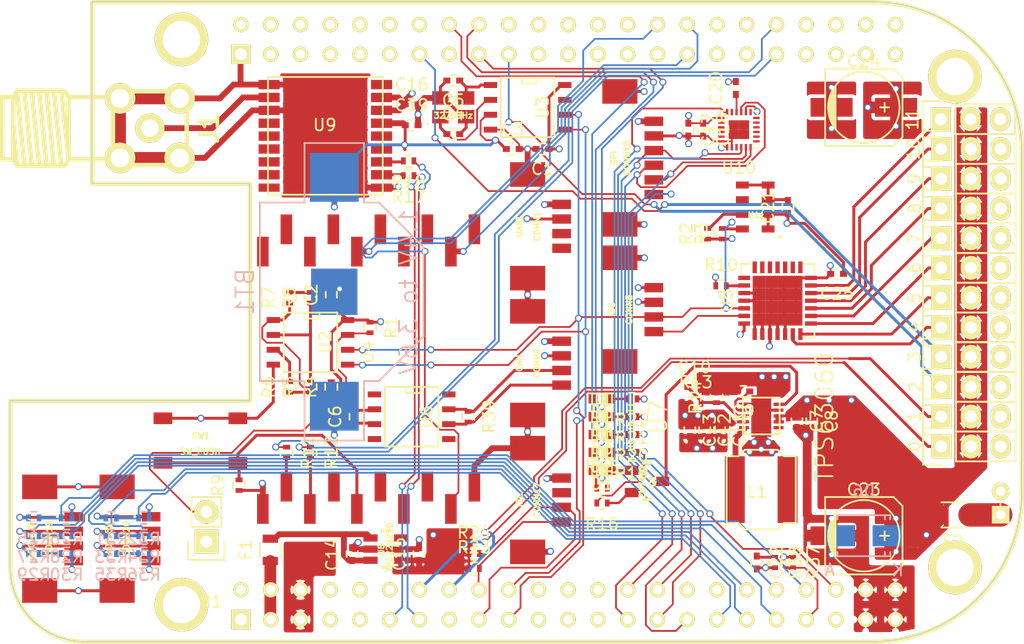
<source format=kicad_pcb>
(kicad_pcb (version 4) (host pcbnew no-vcs-found-product)
  (layers (0 Front signal) (1 Groun.Plane power) (2 Power.Plane power) (31 Back signal) (34 B.Paste user) (35 F.Paste user) (36 B.SilkS user) (37 F.SilkS user) (38 B.Mask user) (39 F.Mask user) (44 Edge.Cuts user))
  (net 0 "")
  (net 1 /Power/Back_Bat)
  (net 2 GND)
  (net 3 +3.3V_A)
  (net 4 "Net-(C4-Pad1)")
  (net 5 "Net-(C5-Pad1)")
  (net 6 +3V3)
  (net 7 POWER)
  (net 8 "Net-(C9-Pad1)")
  (net 9 "Net-(C10-Pad1)")
  (net 10 +5V)
  (net 11 "Net-(C14-Pad1)")
  (net 12 "Net-(C20-Pad1)")
  (net 13 /Power/PWR_VOLTAGE_SENSE)
  (net 14 /Connectivity/UART_EXT_RX)
  (net 15 /Connectivity/UART_EXT_TX)
  (net 16 /Connectivity/PWM_0)
  (net 17 /Connectivity/PWM_1)
  (net 18 /Connectivity/PWM_2)
  (net 19 /Connectivity/I2C2_SDA)
  (net 20 /Connectivity/I2C2_SCL)
  (net 21 /Connectivity/PWM_3)
  (net 22 /Connectivity/PWM_4)
  (net 23 /Connectivity/PWM_5)
  (net 24 "Net-(CONN9-Pad4)")
  (net 25 "Net-(CONN9-Pad3)")
  (net 26 /Connectivity/PWM_6)
  (net 27 /Connectivity/PWM_7)
  (net 28 /Connectivity/PWM_8)
  (net 29 /Connectivity/PWM_9)
  (net 30 /Connectivity/PWM_10)
  (net 31 /Connectivity/PWM_11)
  (net 32 "Net-(CONN16-Pad1)")
  (net 33 /Connectivity/I2C1_SDA)
  (net 34 /Connectivity/I2C1_SCL)
  (net 35 /Connectivity/SPI1_CS1)
  (net 36 /Sensors/MPU9250_MOSI)
  (net 37 /Sensors/MPU9250_MISO)
  (net 38 /Sensors/MPU9250_SCK)
  (net 39 "Net-(CONN19-Pad3)")
  (net 40 "Net-(CONN19-Pad2)")
  (net 41 "Net-(CONN19-Pad1)")
  (net 42 "Net-(CONN20-Pad3)")
  (net 43 "Net-(CONN20-Pad2)")
  (net 44 "Net-(CONN20-Pad1)")
  (net 45 "Net-(D1-Pad1)")
  (net 46 "Net-(D2-Pad1)")
  (net 47 /HEARTBEAT_LED)
  (net 48 "Net-(D3-Pad1)")
  (net 49 /STATUS_LED)
  (net 50 "Net-(D4-Pad1)")
  (net 51 /ERROR_LED)
  (net 52 "Net-(D5-Pad1)")
  (net 53 "Net-(J1-Pad1)")
  (net 54 "Net-(JP1-Pad2)")
  (net 55 "Net-(L1-Pad1)")
  (net 56 "Net-(L1-Pad2)")
  (net 57 /Power/PWR_GOOD)
  (net 58 "Net-(Q1-Pad3)")
  (net 59 "Net-(R4-Pad2)")
  (net 60 "Net-(R5-Pad2)")
  (net 61 "Net-(R6-Pad2)")
  (net 62 "Net-(R9-Pad2)")
  (net 63 /Connectivity/PWMGEN_OE)
  (net 64 /Connectivity/XBEE_TX)
  (net 65 "Net-(R11-Pad2)")
  (net 66 /Connectivity/XBEE_RX)
  (net 67 "Net-(R12-Pad2)")
  (net 68 /Sensors/GPS_TX)
  (net 69 "Net-(R17-Pad2)")
  (net 70 /Sensors/GPS_RX)
  (net 71 "Net-(R18-Pad2)")
  (net 72 /Connectivity/ADC_1)
  (net 73 /Connectivity/ADC_2)
  (net 74 /Connectivity/ADC_3)
  (net 75 /Connectivity/ADC_4)
  (net 76 /Connectivity/ADC_5)
  (net 77 /Connectivity/ADC_6)
  (net 78 /Power/3.3V_A_EN)
  (net 79 /Connectivity/CAN_RX)
  (net 80 /Connectivity/CAN_TX)
  (net 81 /Sensors/MPU9250_INT)
  (net 82 /Sensors/MPU9250_CS)
  (net 83 /Connectivity/XBEE_DTR)
  (net 84 /Connectivity/XBEE_RTS)
  (net 85 /Connectivity/XBEE_CTS)
  (net 86 "Net-(U3-Pad7)")
  (net 87 "Net-(U4-Pad11)")
  (net 88 "Net-(U4-Pad13)")
  (net 89 "Net-(U4-Pad14)")
  (net 90 "Net-(U4-Pad15)")
  (net 91 "Net-(U4-Pad17)")
  (net 92 "Net-(U4-Pad18)")
  (net 93 "Net-(U4-Pad19)")
  (net 94 "Net-(U4-Pad20)")
  (net 95 "Net-(U4-Pad4)")
  (net 96 "Net-(U4-Pad6)")
  (net 97 "Net-(U4-Pad7)")
  (net 98 "Net-(U4-Pad8)")
  (net 99 "Net-(U5-Pad15)")
  (net 100 "Net-(U5-Pad16)")
  (net 101 "Net-(U5-Pad17)")
  (net 102 "Net-(U5-Pad18)")
  (net 103 "Net-(U5-Pad19)")
  (net 104 "Net-(U5-Pad20)")
  (net 105 "Net-(U5-Pad21)")
  (net 106 "Net-(U5-Pad22)")
  (net 107 "Net-(U6-Pad8)")
  (net 108 "Net-(U6-Pad5)")
  (net 109 "Net-(U9-Pad4)")
  (net 110 "Net-(U9-Pad5)")
  (net 111 "Net-(U9-Pad9)")
  (net 112 "Net-(U9-Pad13)")
  (net 113 "Net-(U9-Pad14)")
  (net 114 "Net-(U9-Pad15)")
  (net 115 "Net-(U9-Pad16)")
  (net 116 "Net-(U9-Pad17)")
  (net 117 "Net-(U9-Pad18)")
  (net 118 "Net-(U10-Pad1)")
  (net 119 "Net-(U10-Pad2)")
  (net 120 "Net-(U10-Pad3)")
  (net 121 "Net-(U10-Pad4)")
  (net 122 "Net-(U10-Pad5)")
  (net 123 "Net-(U10-Pad6)")
  (net 124 "Net-(U10-Pad7)")
  (net 125 "Net-(U10-Pad11)")
  (net 126 "Net-(U10-Pad14)")
  (net 127 "Net-(U10-Pad15)")
  (net 128 "Net-(U10-Pad16)")
  (net 129 "Net-(U10-Pad17)")
  (net 130 "Net-(U10-Pad21)")
  (net 131 "Net-(U11-Pad6)")
  (net 132 "Net-(U1-PadC7)")
  (net 133 "Net-(U1-PadC8)")
  (net 134 "Net-(U1-PadC9)")
  (net 135 "Net-(U1-PadC10)")
  (net 136 "Net-(U1-PadC12)")
  (net 137 "Net-(U1-PadC15)")
  (net 138 "Net-(U1-PadC32)")
  (net 139 "Net-(U1-PadC41)")
  (net 140 "Net-(U1-PadB3)")
  (net 141 "Net-(U1-PadB4)")
  (net 142 "Net-(U1-PadB5)")
  (net 143 "Net-(U1-PadB6)")
  (net 144 "Net-(U1-PadB7)")
  (net 145 "Net-(U1-PadB8)")
  (net 146 "Net-(U1-PadB9)")
  (net 147 "Net-(U1-PadB10)")
  (net 148 "Net-(U1-PadB11)")
  (net 149 "Net-(U1-PadB12)")
  (net 150 "Net-(U1-PadB14)")
  (net 151 "Net-(U1-PadB15)")
  (net 152 "Net-(U1-PadB20)")
  (net 153 "Net-(U1-PadB21)")
  (net 154 "Net-(U1-PadB22)")
  (net 155 "Net-(U1-PadB23)")
  (net 156 "Net-(U1-PadB24)")
  (net 157 "Net-(U1-PadB25)")
  (net 158 "Net-(U1-PadB26)")
  (net 159 "Net-(U1-PadB27)")
  (net 160 "Net-(U1-PadB28)")
  (net 161 "Net-(U1-PadB29)")
  (net 162 "Net-(U1-PadB33)")
  (net 163 "Net-(U1-PadB34)")
  (net 164 "Net-(U1-PadB35)")
  (net 165 "Net-(U1-PadB36)")
  (net 166 "Net-(U1-PadB39)")
  (net 167 "Net-(U1-PadB40)")
  (net 168 "Net-(U1-PadB41)")
  (net 169 "Net-(U1-PadB42)")
  (net 170 "Net-(U1-PadB43)")
  (net 171 "Net-(U1-PadB44)")
  (net 172 "Net-(U1-PadB45)")
  (net 173 "Net-(U1-PadB46)")
  (net 174 "Net-(U1-PadA1)")
  (net 175 "Net-(U1-PadA2)")
  (net 176 "Net-(U1-PadA3)")
  (net 177 "Net-(U1-PadA4)")
  (net 178 "Net-(U1-PadA5)")
  (net 179 "Net-(U1-PadA6)")
  (net 180 "Net-(U1-PadA7)")
  (net 181 "Net-(U1-PadA8)")
  (net 182 "Net-(U1-PadA9)")
  (net 183 "Net-(U1-PadA10)")
  (module _connectors:Xbee_Header_SMD (layer Front) (at 95.25 69.85 90)
    (fp_text reference U4 (at 1.45 8.95 90) (layer F.SilkS))
    (fp_text value XBee_Header)
    (pad 1 smd rect (at -11.938 0 90) (size 2.54 0.9906) (layers Front F.Paste F.Mask) (net 6 +3V3))
    (pad 2 smd rect (at -10.033 2.0066 90) (size 2.54 0.9906) (layers Front F.Paste F.Mask) (net 65 "Net-(R11-Pad2)"))
    (pad 3 smd rect (at -11.938 4.0132 90) (size 2.54 0.9906) (layers Front F.Paste F.Mask) (net 67 "Net-(R12-Pad2)"))
    (pad 4 smd rect (at -10.033 6.0706 90) (size 2.54 0.9906) (layers Front F.Paste F.Mask) (net 95 "Net-(U4-Pad4)"))
    (pad 5 smd rect (at -11.938 8.0264 90) (size 2.54 0.9906) (layers Front F.Paste F.Mask) (net 62 "Net-(R9-Pad2)"))
    (pad 6 smd rect (at -10.033 10.033 90) (size 2.54 0.9906) (layers Front F.Paste F.Mask) (net 96 "Net-(U4-Pad6)"))
    (pad 7 smd rect (at -11.938 12.0396 90) (size 2.54 0.9906) (layers Front F.Paste F.Mask) (net 97 "Net-(U4-Pad7)"))
    (pad 8 smd rect (at -10.033 14.0462 90) (size 2.54 0.9906) (layers Front F.Paste F.Mask) (net 98 "Net-(U4-Pad8)"))
    (pad 9 smd rect (at -11.938 16.0528 90) (size 2.54 0.9906) (layers Front F.Paste F.Mask) (net 83 /Connectivity/XBEE_DTR))
    (pad 10 smd rect (at -10.033 18.0594 90) (size 2.54 0.9906) (layers Front F.Paste F.Mask) (net 2 GND))
    (pad 11 smd rect (at 11.938 18.0594 90) (size 2.54 0.9906) (layers Front F.Paste F.Mask) (net 87 "Net-(U4-Pad11)"))
    (pad 12 smd rect (at 10.033 16.0528 90) (size 2.54 0.9906) (layers Front F.Paste F.Mask) (net 85 /Connectivity/XBEE_CTS))
    (pad 13 smd rect (at 11.938 14.0462 90) (size 2.54 0.9906) (layers Front F.Paste F.Mask) (net 88 "Net-(U4-Pad13)"))
    (pad 14 smd rect (at 10.033 12.0396 90) (size 2.54 0.9906) (layers Front F.Paste F.Mask) (net 89 "Net-(U4-Pad14)"))
    (pad 15 smd rect (at 11.938 10.033 90) (size 2.54 0.9906) (layers Front F.Paste F.Mask) (net 90 "Net-(U4-Pad15)"))
    (pad 16 smd rect (at 10.033 8.0264 90) (size 2.54 0.9906) (layers Front F.Paste F.Mask) (net 84 /Connectivity/XBEE_RTS))
    (pad 17 smd rect (at 11.938 6.0198 90) (size 2.54 0.9906) (layers Front F.Paste F.Mask) (net 91 "Net-(U4-Pad17)"))
    (pad 18 smd rect (at 10.033 4.0132 90) (size 2.54 0.9906) (layers Front F.Paste F.Mask) (net 92 "Net-(U4-Pad18)"))
    (pad 19 smd rect (at 11.938 2.0066 90) (size 2.54 0.9906) (layers Front F.Paste F.Mask) (net 93 "Net-(U4-Pad19)"))
    (pad 20 smd rect (at 10.033 0 90) (size 2.54 0.9906) (layers Front F.Paste F.Mask) (net 94 "Net-(U4-Pad20)"))
  )
  (module Housings_DFN_QFN:QFN-24-1EP_3x3mm_Pitch0.4mm (layer Front) (at 135.89 49.403 180)
    (fp_text reference U10 (at 0 -3.25 180) (layer F.SilkS))
    (fp_text value MPU-9250)
    (pad 1 smd rect (at -1.5 -1 180) (size 0.55 0.2) (layers Front F.Paste F.Mask) (net 118 "Net-(U10-Pad1)"))
    (pad 2 smd rect (at -1.5 -0.6 180) (size 0.55 0.2) (layers Front F.Paste F.Mask) (net 119 "Net-(U10-Pad2)"))
    (pad 3 smd rect (at -1.5 -0.2 180) (size 0.55 0.2) (layers Front F.Paste F.Mask) (net 120 "Net-(U10-Pad3)"))
    (pad 4 smd rect (at -1.5 0.2 180) (size 0.55 0.2) (layers Front F.Paste F.Mask) (net 121 "Net-(U10-Pad4)"))
    (pad 5 smd rect (at -1.5 0.6 180) (size 0.55 0.2) (layers Front F.Paste F.Mask) (net 122 "Net-(U10-Pad5)"))
    (pad 6 smd rect (at -1.5 1 180) (size 0.55 0.2) (layers Front F.Paste F.Mask) (net 123 "Net-(U10-Pad6)"))
    (pad 7 smd rect (at -1 1.5 270) (size 0.55 0.2) (layers Front F.Paste F.Mask) (net 124 "Net-(U10-Pad7)"))
    (pad 8 smd rect (at -0.6 1.5 270) (size 0.55 0.2) (layers Front F.Paste F.Mask) (net 3 +3.3V_A))
    (pad 9 smd rect (at -0.2 1.5 270) (size 0.55 0.2) (layers Front F.Paste F.Mask) (net 37 /Sensors/MPU9250_MISO))
    (pad 10 smd rect (at 0.2 1.5 270) (size 0.55 0.2) (layers Front F.Paste F.Mask) (net 12 "Net-(C20-Pad1)"))
    (pad 11 smd rect (at 0.6 1.5 270) (size 0.55 0.2) (layers Front F.Paste F.Mask) (net 125 "Net-(U10-Pad11)"))
    (pad 12 smd rect (at 1 1.5 270) (size 0.55 0.2) (layers Front F.Paste F.Mask) (net 81 /Sensors/MPU9250_INT))
    (pad 13 smd rect (at 1.5 1 180) (size 0.55 0.2) (layers Front F.Paste F.Mask) (net 3 +3.3V_A))
    (pad 14 smd rect (at 1.5 0.6 180) (size 0.55 0.2) (layers Front F.Paste F.Mask) (net 126 "Net-(U10-Pad14)"))
    (pad 15 smd rect (at 1.5 0.2 180) (size 0.55 0.2) (layers Front F.Paste F.Mask) (net 127 "Net-(U10-Pad15)"))
    (pad 16 smd rect (at 1.5 -0.2 180) (size 0.55 0.2) (layers Front F.Paste F.Mask) (net 128 "Net-(U10-Pad16)"))
    (pad 17 smd rect (at 1.5 -0.6 180) (size 0.55 0.2) (layers Front F.Paste F.Mask) (net 129 "Net-(U10-Pad17)"))
    (pad 18 smd rect (at 1.5 -1 180) (size 0.55 0.2) (layers Front F.Paste F.Mask) (net 2 GND))
    (pad 19 smd rect (at 1 -1.5 270) (size 0.55 0.2) (layers Front F.Paste F.Mask) (net 3 +3.3V_A))
    (pad 20 smd rect (at 0.6 -1.5 270) (size 0.55 0.2) (layers Front F.Paste F.Mask) (net 2 GND))
    (pad 21 smd rect (at 0.2 -1.5 270) (size 0.55 0.2) (layers Front F.Paste F.Mask) (net 130 "Net-(U10-Pad21)"))
    (pad 22 smd rect (at -0.2 -1.5 270) (size 0.55 0.2) (layers Front F.Paste F.Mask) (net 82 /Sensors/MPU9250_CS))
    (pad 23 smd rect (at -0.6 -1.5 270) (size 0.55 0.2) (layers Front F.Paste F.Mask) (net 38 /Sensors/MPU9250_SCK))
    (pad 24 smd rect (at -1 -1.5 270) (size 0.55 0.2) (layers Front F.Paste F.Mask) (net 36 /Sensors/MPU9250_MOSI))
    (pad 25 smd rect (at 0.435 0.4 180) (size 0.875 0.8) (layers Front F.Paste F.Mask))
    (pad 25 smd rect (at 0.435 -0.4 180) (size 0.875 0.8) (layers Front F.Paste F.Mask))
    (pad 25 smd rect (at -0.435 0.4 180) (size 0.875 0.8) (layers Front F.Paste F.Mask))
    (pad 25 smd rect (at -0.435 -0.4 180) (size 0.875 0.8) (layers Front F.Paste F.Mask))
  )
  (module _connectors:BK-885 (layer Back) (at 101.346 63.246 270)
    (fp_text reference BT1 (at 0 7.62 270) (layer B.SilkS) (effects (font (size 1.5 1.5)) (justify mirror)))
    (fp_text value "1.4V to 3.6V" (at 0 -6.35 270) (layer B.SilkS) (effects (font (size 1.5 1.5)) (justify mirror)))
    (pad 1 smd rect (at 9.77 0 270) (size 4.17 4.17) (layers Back B.Paste B.Mask) (net 1 /Power/Back_Bat))
    (pad 1 smd rect (at -9.77 0 270) (size 4.17 4.17) (layers Back B.Paste B.Mask) (net 1 /Power/Back_Bat))
    (pad 2 smd rect (at 0 0 270) (size 3.96 3.96) (layers Back B.Paste B.Mask) (net 2 GND))
  )
  (module _connectors:_Molex-PicoBlade-SMD-4 (layer Front) (at 117.856 57.658 270)
    (fp_text reference CONN1 (at 0 -0.8 270) (layer F.SilkS) (effects (font (size 0.5 0.5) (thickness 0.125))))
    (fp_text value UART (at 0 0.7 270) (layer F.SilkS) (effects (font (size 0.5 0.5) (thickness 0.125))))
    (pad 4 smd rect (at 1.875 -2.9 270) (size 0.8 1.6) (layers Front F.Paste F.Mask) (net 14 /Connectivity/UART_EXT_RX))
    (pad 3 smd rect (at 0.625 -2.9 270) (size 0.8 1.6) (layers Front F.Paste F.Mask) (net 15 /Connectivity/UART_EXT_TX))
    (pad 2 smd rect (at -0.625 -2.9 270) (size 0.8 1.6) (layers Front F.Paste F.Mask) (net 2 GND))
    (pad 1 smd rect (at -1.875 -2.9 270) (size 0.8 1.6) (layers Front F.Paste F.Mask) (net 10 +5V))
    (pad MECH smd rect (at -4.425 0 270) (size 2.1 3) (layers Front F.Paste F.Mask) (net 2 GND))
    (pad MECH smd rect (at 4.425 0 270) (size 2.1 3) (layers Front F.Paste F.Mask) (net 2 GND))
  )
  (module Capacitors_SMD:C_0402 (layer Front) (at 108.585 85.64 90)
    (fp_text reference C15 (at 0 -1.7 90) (layer F.SilkS))
    (fp_text value 1u)
    (pad 1 smd rect (at -0.55 0 90) (size 0.6 0.5) (layers Front F.Paste F.Mask) (net 3 +3.3V_A))
    (pad 2 smd rect (at 0.55 0 90) (size 0.6 0.5) (layers Front F.Paste F.Mask) (net 2 GND))
  )
  (module Capacitors_SMD:C_0402 (layer Front) (at 102.87 85.64 90)
    (fp_text reference C14 (at 0 -1.7 90) (layer F.SilkS))
    (fp_text value 1u)
    (pad 1 smd rect (at -0.55 0 90) (size 0.6 0.5) (layers Front F.Paste F.Mask) (net 11 "Net-(C14-Pad1)"))
    (pad 2 smd rect (at 0.55 0 90) (size 0.6 0.5) (layers Front F.Paste F.Mask) (net 2 GND))
  )
  (module Capacitors_SMD:C_0402 (layer Front) (at 142.113 74.295 270)
    (fp_text reference C8 (at 0 -1.7 270) (layer F.SilkS))
    (fp_text value 10u)
    (pad 1 smd rect (at -0.55 0 270) (size 0.6 0.5) (layers Front F.Paste F.Mask) (net 7 POWER))
    (pad 2 smd rect (at 0.55 0 270) (size 0.6 0.5) (layers Front F.Paste F.Mask) (net 2 GND))
  )
  (module Capacitors_SMD:C_0402 (layer Front) (at 140.843 74.295 270)
    (fp_text reference C7 (at 0 -1.7 270) (layer F.SilkS))
    (fp_text value 10u)
    (pad 1 smd rect (at -0.55 0 270) (size 0.6 0.5) (layers Front F.Paste F.Mask) (net 7 POWER))
    (pad 2 smd rect (at 0.55 0 270) (size 0.6 0.5) (layers Front F.Paste F.Mask) (net 2 GND))
  )
  (module Capacitors_SMD:C_0402 (layer Front) (at 119.126 51.054 180)
    (fp_text reference C1 (at 0 -1.7 180) (layer F.SilkS))
    (fp_text value 1u)
    (pad 1 smd rect (at -0.55 0 180) (size 0.6 0.5) (layers Front F.Paste F.Mask) (net 3 +3.3V_A))
    (pad 2 smd rect (at 0.55 0 180) (size 0.6 0.5) (layers Front F.Paste F.Mask) (net 2 GND))
  )
  (module Capacitors_SMD:C_0402 (layer Front) (at 101.092 63.5 90)
    (fp_text reference C2 (at 0 -1.7 90) (layer F.SilkS))
    (fp_text value 100n)
    (pad 1 smd rect (at -0.55 0 90) (size 0.6 0.5) (layers Front F.Paste F.Mask) (net 3 +3.3V_A))
    (pad 2 smd rect (at 0.55 0 90) (size 0.6 0.5) (layers Front F.Paste F.Mask) (net 2 GND))
  )
  (module Capacitors_SMD:C_0402 (layer Front) (at 116.586 51.054)
    (fp_text reference C3 (at 0 -1.7) (layer F.SilkS))
    (fp_text value 220n)
    (pad 1 smd rect (at -0.55 0) (size 0.6 0.5) (layers Front F.Paste F.Mask) (net 1 /Power/Back_Bat))
    (pad 2 smd rect (at 0.55 0) (size 0.6 0.5) (layers Front F.Paste F.Mask) (net 2 GND))
  )
  (module Capacitors_SMD:C_0402 (layer Front) (at 111.506 49.784)
    (fp_text reference C4 (at 0 -1.7) (layer F.SilkS))
    (fp_text value 10p)
    (pad 1 smd rect (at -0.55 0) (size 0.6 0.5) (layers Front F.Paste F.Mask) (net 4 "Net-(C4-Pad1)"))
    (pad 2 smd rect (at 0.55 0) (size 0.6 0.5) (layers Front F.Paste F.Mask) (net 2 GND))
  )
  (module Capacitors_SMD:C_0402 (layer Front) (at 111.506 45.212 180)
    (fp_text reference C5 (at 0 -1.7 180) (layer F.SilkS))
    (fp_text value 10p)
    (pad 1 smd rect (at -0.55 0 180) (size 0.6 0.5) (layers Front F.Paste F.Mask) (net 5 "Net-(C5-Pad1)"))
    (pad 2 smd rect (at 0.55 0 180) (size 0.6 0.5) (layers Front F.Paste F.Mask) (net 2 GND))
  )
  (module Capacitors_SMD:C_0402 (layer Front) (at 103.124 73.914 90)
    (fp_text reference C6 (at 0 -1.7 90) (layer F.SilkS))
    (fp_text value 100n)
    (pad 1 smd rect (at -0.55 0 90) (size 0.6 0.5) (layers Front F.Paste F.Mask) (net 6 +3V3))
    (pad 2 smd rect (at 0.55 0 90) (size 0.6 0.5) (layers Front F.Paste F.Mask) (net 2 GND))
  )
  (module Capacitors_SMD:C_0402 (layer Front) (at 136.271 71.755 180)
    (fp_text reference C9 (at 0 -1.7 180) (layer F.SilkS))
    (fp_text value 100n)
    (pad 1 smd rect (at -0.55 0 180) (size 0.6 0.5) (layers Front F.Paste F.Mask) (net 8 "Net-(C9-Pad1)"))
    (pad 2 smd rect (at 0.55 0 180) (size 0.6 0.5) (layers Front F.Paste F.Mask) (net 2 GND))
  )
  (module Capacitors_SMD:C_0402 (layer Front) (at 132.08 71.374)
    (fp_text reference C10 (at 0 -1.7) (layer F.SilkS))
    (fp_text value 10p)
    (pad 1 smd rect (at -0.55 0) (size 0.6 0.5) (layers Front F.Paste F.Mask) (net 9 "Net-(C10-Pad1)"))
    (pad 2 smd rect (at 0.55 0) (size 0.6 0.5) (layers Front F.Paste F.Mask) (net 2 GND))
  )
  (module Capacitors_SMD:C_0402 (layer Front) (at 134.239 75.057 270)
    (fp_text reference C11 (at 0 -1.7 270) (layer F.SilkS))
    (fp_text value 22u)
    (pad 1 smd rect (at -0.55 0 270) (size 0.6 0.5) (layers Front F.Paste F.Mask) (net 10 +5V))
    (pad 2 smd rect (at 0.55 0 270) (size 0.6 0.5) (layers Front F.Paste F.Mask) (net 2 GND))
  )
  (module Capacitors_SMD:C_0402 (layer Front) (at 132.969 75.057 270)
    (fp_text reference C12 (at 0 -1.7 270) (layer F.SilkS))
    (fp_text value 22u)
    (pad 1 smd rect (at -0.55 0 270) (size 0.6 0.5) (layers Front F.Paste F.Mask) (net 10 +5V))
    (pad 2 smd rect (at 0.55 0 270) (size 0.6 0.5) (layers Front F.Paste F.Mask) (net 2 GND))
  )
  (module Capacitors_SMD:C_0402 (layer Front) (at 131.699 75.057 270)
    (fp_text reference C13 (at 0 -1.7 270) (layer F.SilkS))
    (fp_text value 22u)
    (pad 1 smd rect (at -0.55 0 270) (size 0.6 0.5) (layers Front F.Paste F.Mask) (net 10 +5V))
    (pad 2 smd rect (at 0.55 0 270) (size 0.6 0.5) (layers Front F.Paste F.Mask) (net 2 GND))
  )
  (module Capacitors_SMD:C_0402 (layer Front) (at 107.95 47.244)
    (fp_text reference C16 (at 0 -1.7) (layer F.SilkS))
    (fp_text value 0.1u)
    (pad 1 smd rect (at -0.55 0) (size 0.6 0.5) (layers Front F.Paste F.Mask) (net 6 +3V3))
    (pad 2 smd rect (at 0.55 0) (size 0.6 0.5) (layers Front F.Paste F.Mask) (net 2 GND))
  )
  (module Capacitors_SMD:C_0402 (layer Front) (at 131.572 49.403 270)
    (fp_text reference C17 (at 0 -1.7 270) (layer F.SilkS))
    (fp_text value 100n)
    (pad 1 smd rect (at -0.55 0 270) (size 0.6 0.5) (layers Front F.Paste F.Mask) (net 3 +3.3V_A))
    (pad 2 smd rect (at 0.55 0 270) (size 0.6 0.5) (layers Front F.Paste F.Mask) (net 2 GND))
  )
  (module Capacitors_SMD:C_0402 (layer Front) (at 132.842 49.403 270)
    (fp_text reference C18 (at 0 -1.7 270) (layer F.SilkS))
    (fp_text value 10n)
    (pad 1 smd rect (at -0.55 0 270) (size 0.6 0.5) (layers Front F.Paste F.Mask) (net 3 +3.3V_A))
    (pad 2 smd rect (at 0.55 0 270) (size 0.6 0.5) (layers Front F.Paste F.Mask) (net 2 GND))
  )
  (module Capacitors_SMD:C_0402 (layer Front) (at 107.95 49.022)
    (fp_text reference C19 (at 0 -1.7) (layer F.SilkS))
    (fp_text value 0.1u)
    (pad 1 smd rect (at -0.55 0) (size 0.6 0.5) (layers Front F.Paste F.Mask) (net 1 /Power/Back_Bat))
    (pad 2 smd rect (at 0.55 0) (size 0.6 0.5) (layers Front F.Paste F.Mask) (net 2 GND))
  )
  (module Capacitors_SMD:C_0402 (layer Front) (at 135.636 45.847 90)
    (fp_text reference C20 (at 0 -1.7 90) (layer F.SilkS))
    (fp_text value 100n)
    (pad 1 smd rect (at -0.55 0 90) (size 0.6 0.5) (layers Front F.Paste F.Mask) (net 12 "Net-(C20-Pad1)"))
    (pad 2 smd rect (at 0.55 0 90) (size 0.6 0.5) (layers Front F.Paste F.Mask) (net 2 GND))
  )
  (module Capacitors_SMD:C_0402 (layer Front) (at 140.081 56.007 90)
    (fp_text reference C21 (at 0 -1.7 90) (layer F.SilkS))
    (fp_text value 100n)
    (pad 1 smd rect (at -0.55 0 90) (size 0.6 0.5) (layers Front F.Paste F.Mask) (net 3 +3.3V_A))
    (pad 2 smd rect (at 0.55 0 90) (size 0.6 0.5) (layers Front F.Paste F.Mask) (net 2 GND))
  )
  (module Capacitors_SMD:C_0402 (layer Front) (at 137.414 86.36 270)
    (fp_text reference C22 (at 0 -1.7 270) (layer F.SilkS))
    (fp_text value 100n)
    (pad 1 smd rect (at -0.55 0 270) (size 0.6 0.5) (layers Front F.Paste F.Mask) (net 13 /Power/PWR_VOLTAGE_SENSE))
    (pad 2 smd rect (at 0.55 0 270) (size 0.6 0.5) (layers Front F.Paste F.Mask) (net 2 GND))
  )
  (module Capacitors_SMD:c_elec_6.3x7.7 (layer Front) (at 146.558 84.074)
    (fp_text reference C23 (at 0 -3.937) (layer F.SilkS))
    (fp_text value 100u)
    (pad 1 smd rect (at 2.75082 0) (size 3.59918 1.6002) (layers Front F.Paste F.Mask) (net 7 POWER))
    (pad 2 smd rect (at -2.75082 0) (size 3.59918 1.6002) (layers Front F.Paste F.Mask) (net 2 GND))
  )
  (module Capacitors_SMD:c_elec_6.3x7.7 (layer Front) (at 146.558 47.498)
    (fp_text reference C24 (at 0 -3.937) (layer F.SilkS))
    (fp_text value 100u)
    (pad 1 smd rect (at 2.75082 0) (size 3.59918 1.6002) (layers Front F.Paste F.Mask) (net 7 POWER))
    (pad 2 smd rect (at -2.75082 0) (size 3.59918 1.6002) (layers Front F.Paste F.Mask) (net 2 GND))
  )
  (module Pin_Headers:Pin_Header_Straight_1x03 (layer Front) (at 153.162 76.454 90)
    (fp_text reference 0 (at 0 -2.262 90) (layer F.SilkS))
    (fp_text value SERVO)
    (pad 1 thru_hole rect (at 0 0 90) (size 2.032 1.7272) (drill 1.016) (layers *.Cu *.Mask F.SilkS) (net 16 /Connectivity/PWM_0))
    (pad 2 thru_hole oval (at 0 2.54 90) (size 2.032 1.7272) (drill 1.016) (layers *.Cu *.Mask F.SilkS) (net 7 POWER))
    (pad 3 thru_hole oval (at 0 5.08 90) (size 2.032 1.7272) (drill 1.016) (layers *.Cu *.Mask F.SilkS) (net 2 GND))
  )
  (module Pin_Headers:Pin_Header_Straight_1x03 (layer Front) (at 153.162 73.9 90)
    (fp_text reference 1 (at 0 -2.262 90) (layer F.SilkS))
    (fp_text value SERVO)
    (pad 1 thru_hole rect (at 0 0 90) (size 2.032 1.7272) (drill 1.016) (layers *.Cu *.Mask F.SilkS) (net 17 /Connectivity/PWM_1))
    (pad 2 thru_hole oval (at 0 2.54 90) (size 2.032 1.7272) (drill 1.016) (layers *.Cu *.Mask F.SilkS) (net 7 POWER))
    (pad 3 thru_hole oval (at 0 5.08 90) (size 2.032 1.7272) (drill 1.016) (layers *.Cu *.Mask F.SilkS) (net 2 GND))
  )
  (module Pin_Headers:Pin_Header_Straight_1x03 (layer Front) (at 153.16 71.374 90)
    (fp_text reference 2 (at 0 -2.22 90) (layer F.SilkS))
    (fp_text value SERVO)
    (pad 1 thru_hole rect (at 0 0 90) (size 2.032 1.7272) (drill 1.016) (layers *.Cu *.Mask F.SilkS) (net 18 /Connectivity/PWM_2))
    (pad 2 thru_hole oval (at 0 2.54 90) (size 2.032 1.7272) (drill 1.016) (layers *.Cu *.Mask F.SilkS) (net 7 POWER))
    (pad 3 thru_hole oval (at 0 5.08 90) (size 2.032 1.7272) (drill 1.016) (layers *.Cu *.Mask F.SilkS) (net 2 GND))
  )
  (module _connectors:_Molex-PicoBlade-SMD-4 (layer Front) (at 125.73 64.77 270)
    (fp_text reference CONN5 (at 0 -0.8 270) (layer F.SilkS) (effects (font (size 0.5 0.5) (thickness 0.125))))
    (fp_text value I2C (at 0 0.7 270) (layer F.SilkS) (effects (font (size 0.5 0.5) (thickness 0.125))))
    (pad 4 smd rect (at 1.875 -2.9 270) (size 0.8 1.6) (layers Front F.Paste F.Mask) (net 19 /Connectivity/I2C2_SDA))
    (pad 3 smd rect (at 0.625 -2.9 270) (size 0.8 1.6) (layers Front F.Paste F.Mask) (net 20 /Connectivity/I2C2_SCL))
    (pad 2 smd rect (at -0.625 -2.9 270) (size 0.8 1.6) (layers Front F.Paste F.Mask) (net 2 GND))
    (pad 1 smd rect (at -1.875 -2.9 270) (size 0.8 1.6) (layers Front F.Paste F.Mask) (net 3 +3.3V_A))
    (pad MECH smd rect (at -4.425 0 270) (size 2.1 3) (layers Front F.Paste F.Mask) (net 2 GND))
    (pad MECH smd rect (at 4.425 0 270) (size 2.1 3) (layers Front F.Paste F.Mask) (net 2 GND))
  )
  (module Pin_Headers:Pin_Header_Straight_1x03 (layer Front) (at 153.162 68.8 90)
    (fp_text reference 3 (at 0 -2.262 90) (layer F.SilkS))
    (fp_text value SERVO)
    (pad 1 thru_hole rect (at 0 0 90) (size 2.032 1.7272) (drill 1.016) (layers *.Cu *.Mask F.SilkS) (net 21 /Connectivity/PWM_3))
    (pad 2 thru_hole oval (at 0 2.54 90) (size 2.032 1.7272) (drill 1.016) (layers *.Cu *.Mask F.SilkS) (net 7 POWER))
    (pad 3 thru_hole oval (at 0 5.08 90) (size 2.032 1.7272) (drill 1.016) (layers *.Cu *.Mask F.SilkS) (net 2 GND))
  )
  (module Pin_Headers:Pin_Header_Straight_1x03 (layer Front) (at 153.162 66.294 90)
    (fp_text reference 4 (at 0.044 -2.262 90) (layer F.SilkS))
    (fp_text value SERVO)
    (pad 1 thru_hole rect (at 0 0 90) (size 2.032 1.7272) (drill 1.016) (layers *.Cu *.Mask F.SilkS) (net 22 /Connectivity/PWM_4))
    (pad 2 thru_hole oval (at 0 2.54 90) (size 2.032 1.7272) (drill 1.016) (layers *.Cu *.Mask F.SilkS) (net 7 POWER))
    (pad 3 thru_hole oval (at 0 5.08 90) (size 2.032 1.7272) (drill 1.016) (layers *.Cu *.Mask F.SilkS) (net 2 GND))
  )
  (module Pin_Headers:Pin_Header_Straight_1x03 (layer Front) (at 153.162 63.754 90)
    (fp_text reference 5 (at 0 -2.262 90) (layer F.SilkS))
    (fp_text value SERVO)
    (pad 1 thru_hole rect (at 0 0 90) (size 2.032 1.7272) (drill 1.016) (layers *.Cu *.Mask F.SilkS) (net 23 /Connectivity/PWM_5))
    (pad 2 thru_hole oval (at 0 2.54 90) (size 2.032 1.7272) (drill 1.016) (layers *.Cu *.Mask F.SilkS) (net 7 POWER))
    (pad 3 thru_hole oval (at 0 5.08 90) (size 2.032 1.7272) (drill 1.016) (layers *.Cu *.Mask F.SilkS) (net 2 GND))
  )
  (module _connectors:_Molex-PicoBlade-SMD-4 (layer Front) (at 117.856 69.342 270)
    (fp_text reference CONN9 (at 0 -0.8 270) (layer F.SilkS) (effects (font (size 0.5 0.5) (thickness 0.125))))
    (fp_text value CAN (at 0 0.7 270) (layer F.SilkS) (effects (font (size 0.5 0.5) (thickness 0.125))))
    (pad 4 smd rect (at 1.875 -2.9 270) (size 0.8 1.6) (layers Front F.Paste F.Mask) (net 24 "Net-(CONN9-Pad4)"))
    (pad 3 smd rect (at 0.625 -2.9 270) (size 0.8 1.6) (layers Front F.Paste F.Mask) (net 25 "Net-(CONN9-Pad3)"))
    (pad 2 smd rect (at -0.625 -2.9 270) (size 0.8 1.6) (layers Front F.Paste F.Mask) (net 2 GND))
    (pad 1 smd rect (at -1.875 -2.9 270) (size 0.8 1.6) (layers Front F.Paste F.Mask) (net 10 +5V))
    (pad MECH smd rect (at -4.425 0 270) (size 2.1 3) (layers Front F.Paste F.Mask) (net 2 GND))
    (pad MECH smd rect (at 4.425 0 270) (size 2.1 3) (layers Front F.Paste F.Mask) (net 2 GND))
  )
  (module Pin_Headers:Pin_Header_Straight_1x03 (layer Front) (at 153.162 61.2 90)
    (fp_text reference 6 (at 0 -2.262 90) (layer F.SilkS))
    (fp_text value SERVO)
    (pad 1 thru_hole rect (at 0 0 90) (size 2.032 1.7272) (drill 1.016) (layers *.Cu *.Mask F.SilkS) (net 26 /Connectivity/PWM_6))
    (pad 2 thru_hole oval (at 0 2.54 90) (size 2.032 1.7272) (drill 1.016) (layers *.Cu *.Mask F.SilkS) (net 7 POWER))
    (pad 3 thru_hole oval (at 0 5.08 90) (size 2.032 1.7272) (drill 1.016) (layers *.Cu *.Mask F.SilkS) (net 2 GND))
  )
  (module Pin_Headers:Pin_Header_Straight_1x03 (layer Front) (at 153.162 58.674 90)
    (fp_text reference 7 (at -0.026 -2.262 90) (layer F.SilkS))
    (fp_text value SERVO)
    (pad 1 thru_hole rect (at 0 0 90) (size 2.032 1.7272) (drill 1.016) (layers *.Cu *.Mask F.SilkS) (net 27 /Connectivity/PWM_7))
    (pad 2 thru_hole oval (at 0 2.54 90) (size 2.032 1.7272) (drill 1.016) (layers *.Cu *.Mask F.SilkS) (net 7 POWER))
    (pad 3 thru_hole oval (at 0 5.08 90) (size 2.032 1.7272) (drill 1.016) (layers *.Cu *.Mask F.SilkS) (net 2 GND))
  )
  (module Pin_Headers:Pin_Header_Straight_1x03 (layer Front) (at 153.162 56.134 90)
    (fp_text reference 8 (at 0.034 -2.262 90) (layer F.SilkS))
    (fp_text value SERVO)
    (pad 1 thru_hole rect (at 0 0 90) (size 2.032 1.7272) (drill 1.016) (layers *.Cu *.Mask F.SilkS) (net 28 /Connectivity/PWM_8))
    (pad 2 thru_hole oval (at 0 2.54 90) (size 2.032 1.7272) (drill 1.016) (layers *.Cu *.Mask F.SilkS) (net 7 POWER))
    (pad 3 thru_hole oval (at 0 5.08 90) (size 2.032 1.7272) (drill 1.016) (layers *.Cu *.Mask F.SilkS) (net 2 GND))
  )
  (module Pin_Headers:Pin_Header_Straight_1x03 (layer Front) (at 153.162 53.594 90)
    (fp_text reference 9 (at -0.006 -2.262 90) (layer F.SilkS))
    (fp_text value SERVO)
    (pad 1 thru_hole rect (at 0 0 90) (size 2.032 1.7272) (drill 1.016) (layers *.Cu *.Mask F.SilkS) (net 29 /Connectivity/PWM_9))
    (pad 2 thru_hole oval (at 0 2.54 90) (size 2.032 1.7272) (drill 1.016) (layers *.Cu *.Mask F.SilkS) (net 7 POWER))
    (pad 3 thru_hole oval (at 0 5.08 90) (size 2.032 1.7272) (drill 1.016) (layers *.Cu *.Mask F.SilkS) (net 2 GND))
  )
  (module Pin_Headers:Pin_Header_Straight_1x03 (layer Front) (at 153.162 51.054 90)
    (fp_text reference 10 (at 0 -2.362 90) (layer F.SilkS))
    (fp_text value SERVO)
    (pad 1 thru_hole rect (at 0 0 90) (size 2.032 1.7272) (drill 1.016) (layers *.Cu *.Mask F.SilkS) (net 30 /Connectivity/PWM_10))
    (pad 2 thru_hole oval (at 0 2.54 90) (size 2.032 1.7272) (drill 1.016) (layers *.Cu *.Mask F.SilkS) (net 7 POWER))
    (pad 3 thru_hole oval (at 0 5.08 90) (size 2.032 1.7272) (drill 1.016) (layers *.Cu *.Mask F.SilkS) (net 2 GND))
  )
  (module Pin_Headers:Pin_Header_Straight_1x03 (layer Front) (at 153.12 48.514 90)
    (fp_text reference 11 (at 0 -2.42 90) (layer F.SilkS))
    (fp_text value SERVO)
    (pad 1 thru_hole rect (at 0 0 90) (size 2.032 1.7272) (drill 1.016) (layers *.Cu *.Mask F.SilkS) (net 31 /Connectivity/PWM_11))
    (pad 2 thru_hole oval (at 0 2.54 90) (size 2.032 1.7272) (drill 1.016) (layers *.Cu *.Mask F.SilkS) (net 7 POWER))
    (pad 3 thru_hole oval (at 0 5.08 90) (size 2.032 1.7272) (drill 1.016) (layers *.Cu *.Mask F.SilkS) (net 2 GND))
  )
  (module _connectors:_Pin2mm_2 (layer Front) (at 158.242 81.28 90)
    (fp_text reference CONN16 (at 0 0 90) (layer F.SilkS) (effects (font (size 0.127 0.127) (thickness 0.03175))))
    (fp_text value PWR (at 0 0 90) (layer F.SilkS) (effects (font (size 0.127 0.127) (thickness 0.03175))))
    (pad 1 thru_hole rect (at -1 0 90) (size 1.5 1.5) (drill 0.8) (layers *.Cu *.Mask F.SilkS) (net 32 "Net-(CONN16-Pad1)"))
    (pad 2 thru_hole circle (at 1 0 90) (size 1.5 1.5) (drill 0.8) (layers *.Cu *.Mask F.SilkS) (net 2 GND))
  )
  (module _connectors:_Molex-PicoBlade-SMD-4 (layer Front) (at 117.856 81.026 270)
    (fp_text reference CONN17 (at 0 -0.8 270) (layer F.SilkS) (effects (font (size 0.5 0.5) (thickness 0.125))))
    (fp_text value I2C (at 0 0.7 270) (layer F.SilkS) (effects (font (size 0.5 0.5) (thickness 0.125))))
    (pad 4 smd rect (at 1.875 -2.9 270) (size 0.8 1.6) (layers Front F.Paste F.Mask) (net 33 /Connectivity/I2C1_SDA))
    (pad 3 smd rect (at 0.625 -2.9 270) (size 0.8 1.6) (layers Front F.Paste F.Mask) (net 34 /Connectivity/I2C1_SCL))
    (pad 2 smd rect (at -0.625 -2.9 270) (size 0.8 1.6) (layers Front F.Paste F.Mask) (net 2 GND))
    (pad 1 smd rect (at -1.875 -2.9 270) (size 0.8 1.6) (layers Front F.Paste F.Mask) (net 3 +3.3V_A))
    (pad MECH smd rect (at -4.425 0 270) (size 2.1 3) (layers Front F.Paste F.Mask) (net 2 GND))
    (pad MECH smd rect (at 4.425 0 270) (size 2.1 3) (layers Front F.Paste F.Mask) (net 2 GND))
  )
  (module _connectors:_Molex-PicoBlade-SMD-6 (layer Front) (at 125.73 51.816 270)
    (fp_text reference CONN18 (at 0 -0.6 270) (layer F.SilkS) (effects (font (size 0.5 0.5) (thickness 0.125))))
    (fp_text value SPI (at 0 0.5 270) (layer F.SilkS) (effects (font (size 0.5 0.5) (thickness 0.125))))
    (pad 6 smd rect (at 3.125 -2.9 270) (size 0.8 1.6) (layers Front F.Paste F.Mask) (net 35 /Connectivity/SPI1_CS1))
    (pad 5 smd rect (at 1.875 -2.9 270) (size 0.8 1.6) (layers Front F.Paste F.Mask) (net 36 /Sensors/MPU9250_MOSI))
    (pad 4 smd rect (at 0.625 -2.9 270) (size 0.8 1.6) (layers Front F.Paste F.Mask) (net 37 /Sensors/MPU9250_MISO))
    (pad 3 smd rect (at -0.625 -2.9 270) (size 0.8 1.6) (layers Front F.Paste F.Mask) (net 38 /Sensors/MPU9250_SCK))
    (pad 2 smd rect (at -1.875 -2.9 270) (size 0.8 1.6) (layers Front F.Paste F.Mask) (net 2 GND))
    (pad 1 smd rect (at -3.125 -2.9 270) (size 0.8 1.6) (layers Front F.Paste F.Mask) (net 10 +5V))
    (pad MECH smd rect (at -5.675 0 270) (size 2.1 3) (layers Front F.Paste F.Mask) (net 2 GND))
    (pad MECH smd rect (at 5.675 0 270) (size 2.1 3) (layers Front F.Paste F.Mask) (net 2 GND))
  )
  (module _connectors:_Molex-PicoBlade-SMD-4 (layer Front) (at 76.2 84.328 270)
    (fp_text reference CONN19 (at 0 -0.8 270) (layer F.SilkS) (effects (font (size 0.5 0.5) (thickness 0.125))))
    (fp_text value "ADC 3.3V" (at 0 0.7 270) (layer F.SilkS) (effects (font (size 0.5 0.5) (thickness 0.125))))
    (pad 4 smd rect (at 1.875 -2.9 270) (size 0.8 1.6) (layers Front F.Paste F.Mask) (net 2 GND))
    (pad 3 smd rect (at 0.625 -2.9 270) (size 0.8 1.6) (layers Front F.Paste F.Mask) (net 39 "Net-(CONN19-Pad3)"))
    (pad 2 smd rect (at -0.625 -2.9 270) (size 0.8 1.6) (layers Front F.Paste F.Mask) (net 40 "Net-(CONN19-Pad2)"))
    (pad 1 smd rect (at -1.875 -2.9 270) (size 0.8 1.6) (layers Front F.Paste F.Mask) (net 41 "Net-(CONN19-Pad1)"))
    (pad MECH smd rect (at -4.425 0 270) (size 2.1 3) (layers Front F.Paste F.Mask) (net 2 GND))
    (pad MECH smd rect (at 4.425 0 270) (size 2.1 3) (layers Front F.Paste F.Mask) (net 2 GND))
  )
  (module _connectors:_Molex-PicoBlade-SMD-4 (layer Front) (at 82.804 84.328 270)
    (fp_text reference CONN20 (at 0 -0.8 270) (layer F.SilkS) (effects (font (size 0.5 0.5) (thickness 0.125))))
    (fp_text value "ADC 5V" (at 0 0.7 270) (layer F.SilkS) (effects (font (size 0.5 0.5) (thickness 0.125))))
    (pad 4 smd rect (at 1.875 -2.9 270) (size 0.8 1.6) (layers Front F.Paste F.Mask) (net 2 GND))
    (pad 3 smd rect (at 0.625 -2.9 270) (size 0.8 1.6) (layers Front F.Paste F.Mask) (net 42 "Net-(CONN20-Pad3)"))
    (pad 2 smd rect (at -0.625 -2.9 270) (size 0.8 1.6) (layers Front F.Paste F.Mask) (net 43 "Net-(CONN20-Pad2)"))
    (pad 1 smd rect (at -1.875 -2.9 270) (size 0.8 1.6) (layers Front F.Paste F.Mask) (net 44 "Net-(CONN20-Pad1)"))
    (pad MECH smd rect (at -4.425 0 270) (size 2.1 3) (layers Front F.Paste F.Mask) (net 2 GND))
    (pad MECH smd rect (at 4.425 0 270) (size 2.1 3) (layers Front F.Paste F.Mask) (net 2 GND))
  )
  (module LEDs:LED-0603 (layer Front) (at 124.206 78.486 180)
    (fp_text reference D1 (at 0 -1.15 180) (layer F.SilkS))
    (fp_text value YELLOW)
    (pad 2 smd rect (at 0.7493 0) (size 0.79756 0.79756) (layers Front F.Paste F.Mask) (net 10 +5V))
    (pad 1 smd rect (at -0.7493 0) (size 0.79756 0.79756) (layers Front F.Paste F.Mask) (net 45 "Net-(D1-Pad1)"))
  )
  (module LEDs:LED-0603 (layer Front) (at 124.206 76.962 180)
    (fp_text reference D2 (at 0 -1.15 180) (layer F.SilkS))
    (fp_text value WHITE)
    (pad 2 smd rect (at 0.7493 0) (size 0.79756 0.79756) (layers Front F.Paste F.Mask) (net 3 +3.3V_A))
    (pad 1 smd rect (at -0.7493 0) (size 0.79756 0.79756) (layers Front F.Paste F.Mask) (net 46 "Net-(D2-Pad1)"))
  )
  (module LEDs:LED-0603 (layer Front) (at 124.206 75.438 180)
    (fp_text reference D3 (at 0 -1.15 180) (layer F.SilkS))
    (fp_text value GREEN)
    (pad 2 smd rect (at 0.7493 0) (size 0.79756 0.79756) (layers Front F.Paste F.Mask) (net 47 /HEARTBEAT_LED))
    (pad 1 smd rect (at -0.7493 0) (size 0.79756 0.79756) (layers Front F.Paste F.Mask) (net 48 "Net-(D3-Pad1)"))
  )
  (module LEDs:LED-0603 (layer Front) (at 124.206 73.914 180)
    (fp_text reference D4 (at 0 -1.15 180) (layer F.SilkS))
    (fp_text value BLUE)
    (pad 2 smd rect (at 0.7493 0) (size 0.79756 0.79756) (layers Front F.Paste F.Mask) (net 49 /STATUS_LED))
    (pad 1 smd rect (at -0.7493 0) (size 0.79756 0.79756) (layers Front F.Paste F.Mask) (net 50 "Net-(D4-Pad1)"))
  )
  (module LEDs:LED-0603 (layer Front) (at 124.206 72.39 180)
    (fp_text reference D5 (at 0 -1.15 180) (layer F.SilkS))
    (fp_text value RED)
    (pad 2 smd rect (at 0.7493 0) (size 0.79756 0.79756) (layers Front F.Paste F.Mask) (net 51 /ERROR_LED))
    (pad 1 smd rect (at -0.7493 0) (size 0.79756 0.79756) (layers Front F.Paste F.Mask) (net 52 "Net-(D5-Pad1)"))
  )
  (module Diodes_SMD:Diode-SMA_Standard (layer Back) (at 146.558 84.074 180)
    (fp_text reference D6 (at 0 3.81 180) (layer B.SilkS) (effects (justify mirror)))
    (fp_text value "ZENER 12V")
    (fp_text user K (at -2.9 -2.95 180) (layer B.SilkS) (effects (justify mirror)))
    (fp_text user A (at 2.9 -2.9 180) (layer B.SilkS) (effects (justify mirror)))
    (pad 1 smd rect (at -1.99898 0 180) (size 2.49936 1.80086) (layers Back B.Paste B.Mask) (net 7 POWER))
    (pad 2 smd rect (at 1.99898 0 180) (size 2.49936 1.80086) (layers Back B.Paste B.Mask) (net 2 GND))
  )
  (module Resistors_SMD:R_0805 (layer Front) (at 95.885 85.278 90)
    (fp_text reference F1 (at 0 -2.1 90) (layer F.SilkS))
    (fp_text value 500mA)
    (pad 1 smd rect (at -0.95 0 90) (size 0.7 1.3) (layers Front F.Paste F.Mask) (net 6 +3V3))
    (pad 2 smd rect (at 0.95 0 90) (size 0.7 1.3) (layers Front F.Paste F.Mask) (net 11 "Net-(C14-Pad1)"))
  )
  (module Resistors_SMD:R_1206 (layer Front) (at 154.178 82.296 180)
    (fp_text reference F2 (at 0 -2.3 180) (layer F.SilkS))
    (fp_text value 10A)
    (pad 1 smd rect (at -1.45 0 180) (size 0.9 1.7) (layers Front F.Paste F.Mask) (net 32 "Net-(CONN16-Pad1)"))
    (pad 2 smd rect (at 1.45 0 180) (size 0.9 1.7) (layers Front F.Paste F.Mask) (net 7 POWER))
  )
  (module _connectors:SMA-CONN (layer Front) (at 85.598 49.276 90)
    (fp_text reference J1 (at 0 5.08 90) (layer F.SilkS) (effects (font (thickness 0.3048))))
    (fp_text value SMA hide)
    (pad 1 thru_hole circle (at 0 0 90) (size 2.5 2.5) (drill 1.5) (layers *.Cu *.Mask F.SilkS) (net 53 "Net-(J1-Pad1)"))
    (pad 3 thru_hole circle (at 2.54 -2.54 90) (size 2.6 2.6) (drill 1.6) (layers *.Cu *.Mask F.SilkS) (net 2 GND))
    (pad 2 thru_hole circle (at -2.54 -2.54 90) (size 2.6 2.6) (drill 1.6) (layers *.Cu *.Mask F.SilkS) (net 2 GND))
    (pad 5 thru_hole circle (at -2.54 2.54 90) (size 2.6 2.6) (drill 1.6) (layers *.Cu *.Mask F.SilkS) (net 2 GND))
    (pad 4 thru_hole circle (at 2.54 2.54 90) (size 2.6 2.6) (drill 1.6) (layers *.Cu *.Mask F.SilkS) (net 2 GND))
  )
  (module Pin_Headers:Pin_Header_Straight_1x02 (layer Front) (at 90.424 84.582 180)
    (fp_text reference JP1 (at 0 -5.1 180) (layer F.SilkS))
    (fp_text value Jumper_NC_Small)
    (pad 1 thru_hole rect (at 0 0 180) (size 2.032 2.032) (drill 1.016) (layers *.Cu *.Mask F.SilkS) (net 2 GND))
    (pad 2 thru_hole oval (at 0 2.54 180) (size 2.032 2.032) (drill 1.016) (layers *.Cu *.Mask F.SilkS) (net 54 "Net-(JP1-Pad2)"))
  )
  (module inductors:Laird_TYS6045 (layer Front) (at 137.795 80.137 180)
    (fp_text reference L1 (at 0.35 -0.2 180) (layer F.SilkS))
    (fp_text value 1uH)
    (pad 1 smd rect (at -2.25 0 180) (size 1.7 5.7) (layers Front F.Paste F.Mask) (net 55 "Net-(L1-Pad1)"))
    (pad 2 smd rect (at 2.25 0 180) (size 1.7 5.7) (layers Front F.Paste F.Mask) (net 56 "Net-(L1-Pad2)"))
  )
  (module _std:_SOT23-3 (layer Front) (at 126.746 78.486 270)
    (fp_text reference Q1 (at 0.9 -1.8 270) (layer F.SilkS) (effects (font (size 0.5 0.5) (thickness 0.125))))
    (fp_text value 2N7002 (at 1 -0.9 270) (layer F.SilkS) (effects (font (size 0.5 0.5) (thickness 0.125))))
    (pad 2 smd rect (at 0.95 -2.6 270) (size 0.8 1.2) (layers Front F.Paste F.Mask) (net 57 /Power/PWR_GOOD))
    (pad 3 smd rect (at 1.9 0 270) (size 0.8 1.2) (layers Front F.Paste F.Mask) (net 58 "Net-(Q1-Pad3)"))
    (pad 1 smd rect (at 0 0 270) (size 0.8 1.2) (layers Front F.Paste F.Mask) (net 45 "Net-(D1-Pad1)"))
  )
  (module Resistors_SMD:R_0402 (layer Front) (at 104.394 66.294 270)
    (fp_text reference R1 (at 0 -1.8 270) (layer F.SilkS))
    (fp_text value 10k)
    (pad 1 smd rect (at -0.45 0 270) (size 0.4 0.6) (layers Front F.Paste F.Mask) (net 3 +3.3V_A))
    (pad 2 smd rect (at 0.45 0 270) (size 0.4 0.6) (layers Front F.Paste F.Mask) (net 54 "Net-(JP1-Pad2)"))
  )
  (module Resistors_SMD:R_0402 (layer Front) (at 133.223 58.293 90)
    (fp_text reference R2 (at 0 -1.8 90) (layer F.SilkS))
    (fp_text value 4.7k)
    (pad 1 smd rect (at -0.45 0 90) (size 0.4 0.6) (layers Front F.Paste F.Mask) (net 3 +3.3V_A))
    (pad 2 smd rect (at 0.45 0 90) (size 0.4 0.6) (layers Front F.Paste F.Mask) (net 19 /Connectivity/I2C2_SDA))
  )
  (module Resistors_SMD:R_0402 (layer Front) (at 134.493 58.293 90)
    (fp_text reference R3 (at 0 -1.8 90) (layer F.SilkS))
    (fp_text value 4.7k)
    (pad 1 smd rect (at -0.45 0 90) (size 0.4 0.6) (layers Front F.Paste F.Mask) (net 3 +3.3V_A))
    (pad 2 smd rect (at 0.45 0 90) (size 0.4 0.6) (layers Front F.Paste F.Mask) (net 20 /Connectivity/I2C2_SCL))
  )
  (module Resistors_SMD:R_0402 (layer Front) (at 101.092 71.374 90)
    (fp_text reference R4 (at 0 -1.8 90) (layer F.SilkS))
    (fp_text value 4.7k)
    (pad 1 smd rect (at -0.45 0 90) (size 0.4 0.6) (layers Front F.Paste F.Mask) (net 3 +3.3V_A))
    (pad 2 smd rect (at 0.45 0 90) (size 0.4 0.6) (layers Front F.Paste F.Mask) (net 59 "Net-(R4-Pad2)"))
  )
  (module Resistors_SMD:R_0402 (layer Front) (at 99.314 71.374 90)
    (fp_text reference R5 (at 0 -1.8 90) (layer F.SilkS))
    (fp_text value 4.7k)
    (pad 1 smd rect (at -0.45 0 90) (size 0.4 0.6) (layers Front F.Paste F.Mask) (net 3 +3.3V_A))
    (pad 2 smd rect (at 0.45 0 90) (size 0.4 0.6) (layers Front F.Paste F.Mask) (net 60 "Net-(R5-Pad2)"))
  )
  (module Resistors_SMD:R_0402 (layer Front) (at 97.536 71.374 90)
    (fp_text reference R6 (at 0 -1.8 90) (layer F.SilkS))
    (fp_text value 4.7k)
    (pad 1 smd rect (at -0.45 0 90) (size 0.4 0.6) (layers Front F.Paste F.Mask) (net 3 +3.3V_A))
    (pad 2 smd rect (at 0.45 0 90) (size 0.4 0.6) (layers Front F.Paste F.Mask) (net 61 "Net-(R6-Pad2)"))
  )
  (module Resistors_SMD:R_0402 (layer Front) (at 97.536 63.754 90)
    (fp_text reference R7 (at 0 -1.8 90) (layer F.SilkS))
    (fp_text value 0)
    (pad 1 smd rect (at -0.45 0 90) (size 0.4 0.6) (layers Front F.Paste F.Mask) (net 59 "Net-(R4-Pad2)"))
    (pad 2 smd rect (at 0.45 0 90) (size 0.4 0.6) (layers Front F.Paste F.Mask) (net 2 GND))
  )
  (module Resistors_SMD:R_0402 (layer Front) (at 99.314 63.754 90)
    (fp_text reference R8 (at 0 -1.8 90) (layer F.SilkS))
    (fp_text value 0)
    (pad 1 smd rect (at -0.45 0 90) (size 0.4 0.6) (layers Front F.Paste F.Mask) (net 60 "Net-(R5-Pad2)"))
    (pad 2 smd rect (at 0.45 0 90) (size 0.4 0.6) (layers Front F.Paste F.Mask) (net 2 GND))
  )
  (module Resistors_SMD:R_0402 (layer Front) (at 93.218 79.756 90)
    (fp_text reference R9 (at 0 -1.8 90) (layer F.SilkS))
    (fp_text value 50k)
    (pad 1 smd rect (at -0.45 0 90) (size 0.4 0.6) (layers Front F.Paste F.Mask) (net 6 +3V3))
    (pad 2 smd rect (at 0.45 0 90) (size 0.4 0.6) (layers Front F.Paste F.Mask) (net 62 "Net-(R9-Pad2)"))
  )
  (module Resistors_SMD:R_0402 (layer Front) (at 134.366 62.738)
    (fp_text reference R10 (at 0 -1.8) (layer F.SilkS))
    (fp_text value 10k)
    (pad 1 smd rect (at -0.45 0) (size 0.4 0.6) (layers Front F.Paste F.Mask) (net 3 +3.3V_A))
    (pad 2 smd rect (at 0.45 0) (size 0.4 0.6) (layers Front F.Paste F.Mask) (net 63 /Connectivity/PWMGEN_OE))
  )
  (module Resistors_SMD:R_0402 (layer Front) (at 97.282 76.962 270)
    (fp_text reference R11 (at 0 -1.8 270) (layer F.SilkS))
    (fp_text value 330)
    (pad 1 smd rect (at -0.45 0 270) (size 0.4 0.6) (layers Front F.Paste F.Mask) (net 64 /Connectivity/XBEE_TX))
    (pad 2 smd rect (at 0.45 0 270) (size 0.4 0.6) (layers Front F.Paste F.Mask) (net 65 "Net-(R11-Pad2)"))
  )
  (module Resistors_SMD:R_0402 (layer Front) (at 99.314 76.962 270)
    (fp_text reference R12 (at 0 -1.8 270) (layer F.SilkS))
    (fp_text value 330)
    (pad 1 smd rect (at -0.45 0 270) (size 0.4 0.6) (layers Front F.Paste F.Mask) (net 66 /Connectivity/XBEE_RX))
    (pad 2 smd rect (at 0.45 0 270) (size 0.4 0.6) (layers Front F.Paste F.Mask) (net 67 "Net-(R12-Pad2)"))
  )
  (module Resistors_SMD:R_0402 (layer Front) (at 132.207 72.771)
    (fp_text reference R13 (at 0 -1.8) (layer F.SilkS))
    (fp_text value 1M)
    (pad 1 smd rect (at -0.45 0) (size 0.4 0.6) (layers Front F.Paste F.Mask) (net 10 +5V))
    (pad 2 smd rect (at 0.45 0) (size 0.4 0.6) (layers Front F.Paste F.Mask) (net 9 "Net-(C10-Pad1)"))
  )
  (module Resistors_SMD:R_0402 (layer Front) (at 133.985 72.263 90)
    (fp_text reference R14 (at 0 -1.8 90) (layer F.SilkS))
    (fp_text value 111k)
    (pad 1 smd rect (at -0.45 0 90) (size 0.4 0.6) (layers Front F.Paste F.Mask) (net 9 "Net-(C10-Pad1)"))
    (pad 2 smd rect (at 0.45 0 90) (size 0.4 0.6) (layers Front F.Paste F.Mask) (net 2 GND))
  )
  (module Resistors_SMD:R_0402 (layer Front) (at 124.206 80.01)
    (fp_text reference R15 (at 0 -1.8) (layer F.SilkS))
    (fp_text value 1M)
    (pad 1 smd rect (at -0.45 0) (size 0.4 0.6) (layers Front F.Paste F.Mask) (net 10 +5V))
    (pad 2 smd rect (at 0.45 0) (size 0.4 0.6) (layers Front F.Paste F.Mask) (net 57 /Power/PWR_GOOD))
  )
  (module Resistors_SMD:R_0402 (layer Front) (at 124.206 81.28 180)
    (fp_text reference R16 (at 0 -1.8 180) (layer F.SilkS))
    (fp_text value 1k)
    (pad 1 smd rect (at -0.45 0 180) (size 0.4 0.6) (layers Front F.Paste F.Mask) (net 58 "Net-(Q1-Pad3)"))
    (pad 2 smd rect (at 0.45 0 180) (size 0.4 0.6) (layers Front F.Paste F.Mask) (net 2 GND))
  )
  (module Resistors_SMD:R_0402 (layer Front) (at 107.696 53.34 180)
    (fp_text reference R17 (at 0 -1.8 180) (layer F.SilkS))
    (fp_text value 330)
    (pad 1 smd rect (at -0.45 0 180) (size 0.4 0.6) (layers Front F.Paste F.Mask) (net 68 /Sensors/GPS_TX))
    (pad 2 smd rect (at 0.45 0 180) (size 0.4 0.6) (layers Front F.Paste F.Mask) (net 69 "Net-(R17-Pad2)"))
  )
  (module Resistors_SMD:R_0402 (layer Front) (at 107.696 52.07 180)
    (fp_text reference R18 (at 0 -1.8 180) (layer F.SilkS))
    (fp_text value 330)
    (pad 1 smd rect (at -0.45 0 180) (size 0.4 0.6) (layers Front F.Paste F.Mask) (net 70 /Sensors/GPS_RX))
    (pad 2 smd rect (at 0.45 0 180) (size 0.4 0.6) (layers Front F.Paste F.Mask) (net 71 "Net-(R18-Pad2)"))
  )
  (module Resistors_SMD:R_0402 (layer Front) (at 126.746 76.962 180)
    (fp_text reference R19 (at 0 -1.8 180) (layer F.SilkS))
    (fp_text value 1k)
    (pad 1 smd rect (at -0.45 0 180) (size 0.4 0.6) (layers Front F.Paste F.Mask) (net 2 GND))
    (pad 2 smd rect (at 0.45 0 180) (size 0.4 0.6) (layers Front F.Paste F.Mask) (net 46 "Net-(D2-Pad1)"))
  )
  (module Resistors_SMD:R_0402 (layer Front) (at 126.746 75.438 180)
    (fp_text reference R20 (at 0 -1.8 180) (layer F.SilkS))
    (fp_text value 1k)
    (pad 1 smd rect (at -0.45 0 180) (size 0.4 0.6) (layers Front F.Paste F.Mask) (net 2 GND))
    (pad 2 smd rect (at 0.45 0 180) (size 0.4 0.6) (layers Front F.Paste F.Mask) (net 48 "Net-(D3-Pad1)"))
  )
  (module Resistors_SMD:R_0402 (layer Front) (at 126.746 73.914 180)
    (fp_text reference R21 (at 0 -1.8 180) (layer F.SilkS))
    (fp_text value 1k)
    (pad 1 smd rect (at -0.45 0 180) (size 0.4 0.6) (layers Front F.Paste F.Mask) (net 2 GND))
    (pad 2 smd rect (at 0.45 0 180) (size 0.4 0.6) (layers Front F.Paste F.Mask) (net 50 "Net-(D4-Pad1)"))
  )
  (module Resistors_SMD:R_0402 (layer Front) (at 126.746 72.39 180)
    (fp_text reference R22 (at 0 -1.8 180) (layer F.SilkS))
    (fp_text value 1k)
    (pad 1 smd rect (at -0.45 0 180) (size 0.4 0.6) (layers Front F.Paste F.Mask) (net 2 GND))
    (pad 2 smd rect (at 0.45 0 180) (size 0.4 0.6) (layers Front F.Paste F.Mask) (net 52 "Net-(D5-Pad1)"))
  )
  (module Resistors_SMD:R_0402 (layer Front) (at 113.284 86.868)
    (fp_text reference R23 (at 0 -1.8) (layer F.SilkS))
    (fp_text value 4.7k)
    (pad 1 smd rect (at -0.45 0) (size 0.4 0.6) (layers Front F.Paste F.Mask) (net 3 +3.3V_A))
    (pad 2 smd rect (at 0.45 0) (size 0.4 0.6) (layers Front F.Paste F.Mask) (net 33 /Connectivity/I2C1_SDA))
  )
  (module Resistors_SMD:R_0402 (layer Front) (at 113.284 85.598)
    (fp_text reference R24 (at 0 -1.8) (layer F.SilkS))
    (fp_text value 4.7k)
    (pad 1 smd rect (at -0.45 0) (size 0.4 0.6) (layers Front F.Paste F.Mask) (net 3 +3.3V_A))
    (pad 2 smd rect (at 0.45 0) (size 0.4 0.6) (layers Front F.Paste F.Mask) (net 34 /Connectivity/I2C1_SCL))
  )
  (module Resistors_SMD:R_0402 (layer Back) (at 75.692 82.55)
    (fp_text reference R25 (at 0 1.8) (layer B.SilkS) (effects (justify mirror)))
    (fp_text value 680)
    (pad 1 smd rect (at -0.45 0) (size 0.4 0.6) (layers Back B.Paste B.Mask) (net 41 "Net-(CONN19-Pad1)"))
    (pad 2 smd rect (at 0.45 0) (size 0.4 0.6) (layers Back B.Paste B.Mask) (net 72 /Connectivity/ADC_1))
  )
  (module Resistors_SMD:R_0402 (layer Back) (at 78.486 82.55)
    (fp_text reference R26 (at 0 1.8) (layer B.SilkS) (effects (justify mirror)))
    (fp_text value 820)
    (pad 1 smd rect (at -0.45 0) (size 0.4 0.6) (layers Back B.Paste B.Mask) (net 72 /Connectivity/ADC_1))
    (pad 2 smd rect (at 0.45 0) (size 0.4 0.6) (layers Back B.Paste B.Mask) (net 2 GND))
  )
  (module Resistors_SMD:R_0402 (layer Back) (at 75.692 84.074)
    (fp_text reference R27 (at 0 1.8) (layer B.SilkS) (effects (justify mirror)))
    (fp_text value 680)
    (pad 1 smd rect (at -0.45 0) (size 0.4 0.6) (layers Back B.Paste B.Mask) (net 40 "Net-(CONN19-Pad2)"))
    (pad 2 smd rect (at 0.45 0) (size 0.4 0.6) (layers Back B.Paste B.Mask) (net 73 /Connectivity/ADC_2))
  )
  (module Resistors_SMD:R_0402 (layer Back) (at 78.486 84.074)
    (fp_text reference R28 (at 0 1.8) (layer B.SilkS) (effects (justify mirror)))
    (fp_text value 820)
    (pad 1 smd rect (at -0.45 0) (size 0.4 0.6) (layers Back B.Paste B.Mask) (net 73 /Connectivity/ADC_2))
    (pad 2 smd rect (at 0.45 0) (size 0.4 0.6) (layers Back B.Paste B.Mask) (net 2 GND))
  )
  (module Resistors_SMD:R_0402 (layer Back) (at 75.692 85.598)
    (fp_text reference R29 (at 0 1.8) (layer B.SilkS) (effects (justify mirror)))
    (fp_text value 680)
    (pad 1 smd rect (at -0.45 0) (size 0.4 0.6) (layers Back B.Paste B.Mask) (net 39 "Net-(CONN19-Pad3)"))
    (pad 2 smd rect (at 0.45 0) (size 0.4 0.6) (layers Back B.Paste B.Mask) (net 74 /Connectivity/ADC_3))
  )
  (module Resistors_SMD:R_0402 (layer Back) (at 78.486 85.598)
    (fp_text reference R30 (at 0 1.8) (layer B.SilkS) (effects (justify mirror)))
    (fp_text value 820)
    (pad 1 smd rect (at -0.45 0) (size 0.4 0.6) (layers Back B.Paste B.Mask) (net 74 /Connectivity/ADC_3))
    (pad 2 smd rect (at 0.45 0) (size 0.4 0.6) (layers Back B.Paste B.Mask) (net 2 GND))
  )
  (module Resistors_SMD:R_0402 (layer Back) (at 82.296 82.55)
    (fp_text reference R31 (at 0 1.8) (layer B.SilkS) (effects (justify mirror)))
    (fp_text value 1.47k)
    (pad 1 smd rect (at -0.45 0) (size 0.4 0.6) (layers Back B.Paste B.Mask) (net 44 "Net-(CONN20-Pad1)"))
    (pad 2 smd rect (at 0.45 0) (size 0.4 0.6) (layers Back B.Paste B.Mask) (net 75 /Connectivity/ADC_4))
  )
  (module Resistors_SMD:R_0402 (layer Back) (at 85.09 82.55)
    (fp_text reference R32 (at 0 1.8) (layer B.SilkS) (effects (justify mirror)))
    (fp_text value 820)
    (pad 1 smd rect (at -0.45 0) (size 0.4 0.6) (layers Back B.Paste B.Mask) (net 75 /Connectivity/ADC_4))
    (pad 2 smd rect (at 0.45 0) (size 0.4 0.6) (layers Back B.Paste B.Mask) (net 2 GND))
  )
  (module Resistors_SMD:R_0402 (layer Back) (at 82.296 84.074)
    (fp_text reference R33 (at 0 1.8) (layer B.SilkS) (effects (justify mirror)))
    (fp_text value 1.47k)
    (pad 1 smd rect (at -0.45 0) (size 0.4 0.6) (layers Back B.Paste B.Mask) (net 43 "Net-(CONN20-Pad2)"))
    (pad 2 smd rect (at 0.45 0) (size 0.4 0.6) (layers Back B.Paste B.Mask) (net 76 /Connectivity/ADC_5))
  )
  (module Resistors_SMD:R_0402 (layer Back) (at 85.09 84.074)
    (fp_text reference R34 (at 0 1.8) (layer B.SilkS) (effects (justify mirror)))
    (fp_text value 820)
    (pad 1 smd rect (at -0.45 0) (size 0.4 0.6) (layers Back B.Paste B.Mask) (net 76 /Connectivity/ADC_5))
    (pad 2 smd rect (at 0.45 0) (size 0.4 0.6) (layers Back B.Paste B.Mask) (net 2 GND))
  )
  (module Resistors_SMD:R_0402 (layer Back) (at 82.296 85.598)
    (fp_text reference R35 (at 0 1.8) (layer B.SilkS) (effects (justify mirror)))
    (fp_text value 1.47k)
    (pad 1 smd rect (at -0.45 0) (size 0.4 0.6) (layers Back B.Paste B.Mask) (net 42 "Net-(CONN20-Pad3)"))
    (pad 2 smd rect (at 0.45 0) (size 0.4 0.6) (layers Back B.Paste B.Mask) (net 77 /Connectivity/ADC_6))
  )
  (module Resistors_SMD:R_0402 (layer Back) (at 85.09 85.598)
    (fp_text reference R36 (at 0 1.8) (layer B.SilkS) (effects (justify mirror)))
    (fp_text value 820)
    (pad 1 smd rect (at -0.45 0) (size 0.4 0.6) (layers Back B.Paste B.Mask) (net 77 /Connectivity/ADC_6))
    (pad 2 smd rect (at 0.45 0) (size 0.4 0.6) (layers Back B.Paste B.Mask) (net 2 GND))
  )
  (module Resistors_SMD:R_0402 (layer Front) (at 140.462 86.36 270)
    (fp_text reference R37 (at 0 -1.8 270) (layer F.SilkS))
    (fp_text value 4.7k)
    (pad 1 smd rect (at -0.45 0 270) (size 0.4 0.6) (layers Front F.Paste F.Mask) (net 7 POWER))
    (pad 2 smd rect (at 0.45 0 270) (size 0.4 0.6) (layers Front F.Paste F.Mask) (net 13 /Power/PWR_VOLTAGE_SENSE))
  )
  (module Resistors_SMD:R_0402 (layer Front) (at 138.938 86.36 270)
    (fp_text reference R38 (at 0 -1.8 270) (layer F.SilkS))
    (fp_text value 820)
    (pad 1 smd rect (at -0.45 0 270) (size 0.4 0.6) (layers Front F.Paste F.Mask) (net 13 /Power/PWR_VOLTAGE_SENSE))
    (pad 2 smd rect (at 0.45 0 270) (size 0.4 0.6) (layers Front F.Paste F.Mask) (net 2 GND))
  )
  (module _div:_PTS525SK15-SMT-Pushbutton (layer Front) (at 89.916 75.946)
    (fp_text reference SW1 (at 0.05 -0.4) (layer F.SilkS) (effects (font (size 0.5 0.5) (thickness 0.125))))
    (fp_text value SW_PUSH (at 0 0.95) (layer F.SilkS) (effects (font (size 0.5 0.5) (thickness 0.125))))
    (pad 1 smd rect (at -3.2 -1.9) (size 1.6 1) (layers Front F.Paste F.Mask) (net 2 GND))
    (pad 1 smd rect (at 3.2 -1.9) (size 1.6 1) (layers Front F.Paste F.Mask) (net 2 GND))
    (pad 2 smd rect (at 3.2 1.9) (size 1.6 1) (layers Front F.Paste F.Mask) (net 62 "Net-(R9-Pad2)"))
    (pad 2 smd rect (at -3.2 1.9) (size 1.6 1) (layers Front F.Paste F.Mask) (net 62 "Net-(R9-Pad2)"))
  )
  (module SMD_Packages:SOIC-8-N (layer Front) (at 99.314 67.564 270)
    (fp_text reference U2 (at 0 -1.27 270) (layer F.SilkS))
    (fp_text value CAT24C256W)
    (pad 8 smd rect (at -1.905 -3.175 270) (size 0.508 1.143) (layers Front F.Paste F.Mask) (net 3 +3.3V_A))
    (pad 7 smd rect (at -0.635 -3.175 270) (size 0.508 1.143) (layers Front F.Paste F.Mask) (net 54 "Net-(JP1-Pad2)"))
    (pad 6 smd rect (at 0.635 -3.175 270) (size 0.508 1.143) (layers Front F.Paste F.Mask) (net 20 /Connectivity/I2C2_SCL))
    (pad 5 smd rect (at 1.905 -3.175 270) (size 0.508 1.143) (layers Front F.Paste F.Mask) (net 19 /Connectivity/I2C2_SDA))
    (pad 4 smd rect (at 1.905 3.175 270) (size 0.508 1.143) (layers Front F.Paste F.Mask) (net 2 GND))
    (pad 3 smd rect (at 0.635 3.175 270) (size 0.508 1.143) (layers Front F.Paste F.Mask) (net 61 "Net-(R6-Pad2)"))
    (pad 2 smd rect (at -0.635 3.175 270) (size 0.508 1.143) (layers Front F.Paste F.Mask) (net 60 "Net-(R5-Pad2)"))
    (pad 1 smd rect (at -1.905 3.175 270) (size 0.508 1.143) (layers Front F.Paste F.Mask) (net 59 "Net-(R4-Pad2)"))
  )
  (module SMD_Packages:SOIC-8-N (layer Front) (at 117.856 47.498 270)
    (fp_text reference U3 (at 0 -1.27 270) (layer F.SilkS))
    (fp_text value BQ32000)
    (pad 8 smd rect (at -1.905 -3.175 270) (size 0.508 1.143) (layers Front F.Paste F.Mask) (net 3 +3.3V_A))
    (pad 7 smd rect (at -0.635 -3.175 270) (size 0.508 1.143) (layers Front F.Paste F.Mask) (net 86 "Net-(U3-Pad7)"))
    (pad 6 smd rect (at 0.635 -3.175 270) (size 0.508 1.143) (layers Front F.Paste F.Mask) (net 20 /Connectivity/I2C2_SCL))
    (pad 5 smd rect (at 1.905 -3.175 270) (size 0.508 1.143) (layers Front F.Paste F.Mask) (net 19 /Connectivity/I2C2_SDA))
    (pad 4 smd rect (at 1.905 3.175 270) (size 0.508 1.143) (layers Front F.Paste F.Mask) (net 2 GND))
    (pad 3 smd rect (at 0.635 3.175 270) (size 0.508 1.143) (layers Front F.Paste F.Mask) (net 1 /Power/Back_Bat))
    (pad 2 smd rect (at -0.635 3.175 270) (size 0.508 1.143) (layers Front F.Paste F.Mask) (net 4 "Net-(C4-Pad1)"))
    (pad 1 smd rect (at -1.905 3.175 270) (size 0.508 1.143) (layers Front F.Paste F.Mask) (net 5 "Net-(C5-Pad1)"))
  )
  (module Housings_DFN_QFN:QFN-28-1EP_6x6mm_Pitch0.65mm (layer Front) (at 139.192 64.008 90)
    (fp_text reference U5 (at 0 -4.35 90) (layer F.SilkS))
    (fp_text value PCA9685)
    (pad 1 smd rect (at -2.85 -1.95 90) (size 1 0.37) (layers Front F.Paste F.Mask) (net 2 GND))
    (pad 2 smd rect (at -2.85 -1.3 90) (size 1 0.37) (layers Front F.Paste F.Mask) (net 2 GND))
    (pad 3 smd rect (at -2.85 -0.65 90) (size 1 0.37) (layers Front F.Paste F.Mask) (net 2 GND))
    (pad 4 smd rect (at -2.85 0 90) (size 1 0.37) (layers Front F.Paste F.Mask) (net 2 GND))
    (pad 5 smd rect (at -2.85 0.65 90) (size 1 0.37) (layers Front F.Paste F.Mask) (net 2 GND))
    (pad 6 smd rect (at -2.85 1.3 90) (size 1 0.37) (layers Front F.Paste F.Mask) (net 22 /Connectivity/PWM_4))
    (pad 7 smd rect (at -2.85 1.95 90) (size 1 0.37) (layers Front F.Paste F.Mask) (net 23 /Connectivity/PWM_5))
    (pad 8 smd rect (at -1.95 2.85 180) (size 1 0.37) (layers Front F.Paste F.Mask) (net 26 /Connectivity/PWM_6))
    (pad 9 smd rect (at -1.3 2.85 180) (size 1 0.37) (layers Front F.Paste F.Mask) (net 27 /Connectivity/PWM_7))
    (pad 10 smd rect (at -0.65 2.85 180) (size 1 0.37) (layers Front F.Paste F.Mask) (net 28 /Connectivity/PWM_8))
    (pad 11 smd rect (at 0 2.85 180) (size 1 0.37) (layers Front F.Paste F.Mask) (net 29 /Connectivity/PWM_9))
    (pad 12 smd rect (at 0.65 2.85 180) (size 1 0.37) (layers Front F.Paste F.Mask) (net 30 /Connectivity/PWM_10))
    (pad 13 smd rect (at 1.3 2.85 180) (size 1 0.37) (layers Front F.Paste F.Mask) (net 31 /Connectivity/PWM_11))
    (pad 14 smd rect (at 1.95 2.85 180) (size 1 0.37) (layers Front F.Paste F.Mask) (net 2 GND))
    (pad 15 smd rect (at 2.85 1.95 90) (size 1 0.37) (layers Front F.Paste F.Mask) (net 99 "Net-(U5-Pad15)"))
    (pad 16 smd rect (at 2.85 1.3 90) (size 1 0.37) (layers Front F.Paste F.Mask) (net 100 "Net-(U5-Pad16)"))
    (pad 17 smd rect (at 2.85 0.65 90) (size 1 0.37) (layers Front F.Paste F.Mask) (net 101 "Net-(U5-Pad17)"))
    (pad 18 smd rect (at 2.85 0 90) (size 1 0.37) (layers Front F.Paste F.Mask) (net 102 "Net-(U5-Pad18)"))
    (pad 19 smd rect (at 2.85 -0.65 90) (size 1 0.37) (layers Front F.Paste F.Mask) (net 103 "Net-(U5-Pad19)"))
    (pad 20 smd rect (at 2.85 -1.3 90) (size 1 0.37) (layers Front F.Paste F.Mask) (net 104 "Net-(U5-Pad20)"))
    (pad 21 smd rect (at 2.85 -1.95 90) (size 1 0.37) (layers Front F.Paste F.Mask) (net 105 "Net-(U5-Pad21)"))
    (pad 22 smd rect (at 1.95 -2.85 180) (size 1 0.37) (layers Front F.Paste F.Mask) (net 106 "Net-(U5-Pad22)"))
    (pad 23 smd rect (at 1.3 -2.85 180) (size 1 0.37) (layers Front F.Paste F.Mask) (net 63 /Connectivity/PWMGEN_OE))
    (pad 24 smd rect (at 0.65 -2.85 180) (size 1 0.37) (layers Front F.Paste F.Mask) (net 2 GND))
    (pad 25 smd rect (at 0 -2.85 180) (size 1 0.37) (layers Front F.Paste F.Mask) (net 2 GND))
    (pad 26 smd rect (at -0.65 -2.85 180) (size 1 0.37) (layers Front F.Paste F.Mask) (net 20 /Connectivity/I2C2_SCL))
    (pad 27 smd rect (at -1.3 -2.85 180) (size 1 0.37) (layers Front F.Paste F.Mask) (net 19 /Connectivity/I2C2_SDA))
    (pad 28 smd rect (at -1.95 -2.85 180) (size 1 0.37) (layers Front F.Paste F.Mask) (net 3 +3.3V_A))
    (pad 29 smd rect (at 1.59375 1.59375 90) (size 1.0625 1.0625) (layers Front F.Paste F.Mask))
    (pad 29 smd rect (at 1.59375 0.53125 90) (size 1.0625 1.0625) (layers Front F.Paste F.Mask))
    (pad 29 smd rect (at 1.59375 -0.53125 90) (size 1.0625 1.0625) (layers Front F.Paste F.Mask))
    (pad 29 smd rect (at 1.59375 -1.59375 90) (size 1.0625 1.0625) (layers Front F.Paste F.Mask))
    (pad 29 smd rect (at 0.53125 1.59375 90) (size 1.0625 1.0625) (layers Front F.Paste F.Mask))
    (pad 29 smd rect (at 0.53125 0.53125 90) (size 1.0625 1.0625) (layers Front F.Paste F.Mask))
    (pad 29 smd rect (at 0.53125 -0.53125 90) (size 1.0625 1.0625) (layers Front F.Paste F.Mask))
    (pad 29 smd rect (at 0.53125 -1.59375 90) (size 1.0625 1.0625) (layers Front F.Paste F.Mask))
    (pad 29 smd rect (at -0.53125 1.59375 90) (size 1.0625 1.0625) (layers Front F.Paste F.Mask))
    (pad 29 smd rect (at -0.53125 0.53125 90) (size 1.0625 1.0625) (layers Front F.Paste F.Mask))
    (pad 29 smd rect (at -0.53125 -0.53125 90) (size 1.0625 1.0625) (layers Front F.Paste F.Mask))
    (pad 29 smd rect (at -0.53125 -1.59375 90) (size 1.0625 1.0625) (layers Front F.Paste F.Mask))
    (pad 29 smd rect (at -1.59375 1.59375 90) (size 1.0625 1.0625) (layers Front F.Paste F.Mask))
    (pad 29 smd rect (at -1.59375 0.53125 90) (size 1.0625 1.0625) (layers Front F.Paste F.Mask))
    (pad 29 smd rect (at -1.59375 -0.53125 90) (size 1.0625 1.0625) (layers Front F.Paste F.Mask))
    (pad 29 smd rect (at -1.59375 -1.59375 90) (size 1.0625 1.0625) (layers Front F.Paste F.Mask))
  )
  (module SMD_Packages:SOIC-8-N (layer Front) (at 107.95 73.914 270)
    (fp_text reference U6 (at 0 -1.27 270) (layer F.SilkS))
    (fp_text value SN65HVD232D)
    (pad 8 smd rect (at -1.905 -3.175 270) (size 0.508 1.143) (layers Front F.Paste F.Mask) (net 107 "Net-(U6-Pad8)"))
    (pad 7 smd rect (at -0.635 -3.175 270) (size 0.508 1.143) (layers Front F.Paste F.Mask) (net 25 "Net-(CONN9-Pad3)"))
    (pad 6 smd rect (at 0.635 -3.175 270) (size 0.508 1.143) (layers Front F.Paste F.Mask) (net 24 "Net-(CONN9-Pad4)"))
    (pad 5 smd rect (at 1.905 -3.175 270) (size 0.508 1.143) (layers Front F.Paste F.Mask) (net 108 "Net-(U6-Pad5)"))
    (pad 4 smd rect (at 1.905 3.175 270) (size 0.508 1.143) (layers Front F.Paste F.Mask) (net 79 /Connectivity/CAN_RX))
    (pad 3 smd rect (at 0.635 3.175 270) (size 0.508 1.143) (layers Front F.Paste F.Mask) (net 6 +3V3))
    (pad 2 smd rect (at -0.635 3.175 270) (size 0.508 1.143) (layers Front F.Paste F.Mask) (net 2 GND))
    (pad 1 smd rect (at -1.905 3.175 270) (size 0.508 1.143) (layers Front F.Paste F.Mask) (net 80 /Connectivity/CAN_TX))
  )
  (module _std:_TSOT23-6 (layer Front) (at 107.061 86.167 90)
    (fp_text reference U8 (at 0.9 -1.7 90) (layer F.SilkS) (effects (font (size 0.5 0.5) (thickness 0.125))))
    (fp_text value TPS22929D (at 1.1 -1 90) (layer F.SilkS) (effects (font (size 0.5 0.5) (thickness 0.125))))
    (pad 4 smd rect (at 1.9 -2.62 90) (size 0.62 1.22) (layers Front F.Paste F.Mask) (net 11 "Net-(C14-Pad1)"))
    (pad 5 smd rect (at 0.95 -2.62 90) (size 0.62 1.22) (layers Front F.Paste F.Mask) (net 2 GND))
    (pad 3 smd rect (at 1.9 0 90) (size 0.62 1.22) (layers Front F.Paste F.Mask) (net 78 /Power/3.3V_A_EN))
    (pad 6 smd rect (at 0 -2.62 90) (size 0.62 1.22) (layers Front F.Paste F.Mask) (net 11 "Net-(C14-Pad1)"))
    (pad 2 smd rect (at 0.95 0 90) (size 0.62 1.22) (layers Front F.Paste F.Mask) (net 2 GND))
    (pad 1 smd rect (at 0 0 90) (size 0.62 1.22) (layers Front F.Paste F.Mask) (net 3 +3.3V_A))
  )
  (module _sensors:MAX-M8 (layer Front) (at 100.584 54.356 180)
    (fp_text reference U9 (at 0.05 5.35 180) (layer F.SilkS))
    (fp_text value MAX-M8)
    (pad 1 smd rect (at -4.8 0 180) (size 1.8 0.7) (layers Front F.Paste F.Mask) (net 2 GND))
    (pad 2 smd rect (at -4.8 1.1 180) (size 1.8 0.8) (layers Front F.Paste F.Mask) (net 69 "Net-(R17-Pad2)"))
    (pad 3 smd rect (at -4.8 2.2 180) (size 1.8 0.8) (layers Front F.Paste F.Mask) (net 71 "Net-(R18-Pad2)"))
    (pad 4 smd rect (at -4.8 3.3 180) (size 1.8 0.8) (layers Front F.Paste F.Mask) (net 109 "Net-(U9-Pad4)"))
    (pad 5 smd rect (at -4.8 4.4 180) (size 1.8 0.8) (layers Front F.Paste F.Mask) (net 110 "Net-(U9-Pad5)"))
    (pad 6 smd rect (at -4.8 5.5 180) (size 1.8 0.8) (layers Front F.Paste F.Mask) (net 1 /Power/Back_Bat))
    (pad 7 smd rect (at -4.8 6.6 180) (size 1.8 0.8) (layers Front F.Paste F.Mask) (net 6 +3V3))
    (pad 8 smd rect (at -4.8 7.7 180) (size 1.8 0.8) (layers Front F.Paste F.Mask) (net 6 +3V3))
    (pad 9 smd rect (at -4.8 8.8 180) (size 1.8 0.8) (layers Front F.Paste F.Mask) (net 111 "Net-(U9-Pad9)"))
    (pad 10 smd rect (at 4.8 8.8 180) (size 1.8 0.8) (layers Front F.Paste F.Mask) (net 2 GND))
    (pad 11 smd rect (at 4.8 7.7 180) (size 1.8 0.8) (layers Front F.Paste F.Mask) (net 53 "Net-(J1-Pad1)"))
    (pad 12 smd rect (at 4.8 6.6 180) (size 1.8 0.8) (layers Front F.Paste F.Mask) (net 2 GND))
    (pad 13 smd rect (at 4.8 5.5 180) (size 1.8 0.8) (layers Front F.Paste F.Mask) (net 112 "Net-(U9-Pad13)"))
    (pad 14 smd rect (at 4.8 4.4 180) (size 1.8 0.8) (layers Front F.Paste F.Mask) (net 113 "Net-(U9-Pad14)"))
    (pad 15 smd rect (at 4.8 3.3 180) (size 1.8 0.8) (layers Front F.Paste F.Mask) (net 114 "Net-(U9-Pad15)"))
    (pad 16 smd rect (at 4.8 2.2 180) (size 1.8 0.8) (layers Front F.Paste F.Mask) (net 115 "Net-(U9-Pad16)"))
    (pad 17 smd rect (at 4.8 1.1 180) (size 1.8 0.8) (layers Front F.Paste F.Mask) (net 116 "Net-(U9-Pad17)"))
    (pad 18 smd rect (at 4.8 0 180) (size 1.8 0.7) (layers Front F.Paste F.Mask) (net 117 "Net-(U9-Pad18)"))
  )
  (module _sensors:_MS5611-01BA (layer Front) (at 137.287 56.007 180)
    (fp_text reference U11 (at -0.1 -0.7 180) (layer F.SilkS) (effects (font (size 0.5 0.5) (thickness 0.125))))
    (fp_text value MS5611-01BA hide)
    (pad 3 smd rect (at -1.1 0.625 180) (size 1.1 0.6) (layers Front F.Paste F.Mask) (net 2 GND))
    (pad 4 smd rect (at -1.1 1.875 180) (size 1.1 0.6) (layers Front F.Paste F.Mask) (net 2 GND))
    (pad 2 smd rect (at -1.1 -0.625 180) (size 1.1 0.6) (layers Front F.Paste F.Mask) (net 3 +3.3V_A))
    (pad 1 smd rect (at -1.1 -1.875 180) (size 1.1 0.6) (layers Front F.Paste F.Mask) (net 3 +3.3V_A))
    (pad 8 smd rect (at 1.1 -1.875 180) (size 1.1 0.6) (layers Front F.Paste F.Mask) (net 20 /Connectivity/I2C2_SCL))
    (pad 7 smd rect (at 1.1 -0.625 180) (size 1.1 0.6) (layers Front F.Paste F.Mask) (net 19 /Connectivity/I2C2_SDA))
    (pad 5 smd rect (at 1.1 1.875 180) (size 1.1 0.6) (layers Front F.Paste F.Mask) (net 2 GND))
    (pad 6 smd rect (at 1.1 0.625 180) (size 1.1 0.6) (layers Front F.Paste F.Mask) (net 131 "Net-(U11-Pad6)"))
  )
  (module _div:_TSX-3225-SMD-XTAL (layer Front) (at 111.506 47.498)
    (fp_text reference X1 (at 0 -0.7) (layer F.SilkS) (effects (font (size 0.5 0.5) (thickness 0.125))))
    (fp_text value 32768Hz (at 0 0.7) (layer F.SilkS) (effects (font (size 0.5 0.5) (thickness 0.125))))
    (pad 4 smd rect (at -1.1 -0.8) (size 1.4 1.15) (layers Front F.Paste F.Mask) (net 2 GND))
    (pad 3 smd rect (at 1.1 -0.8) (size 1.4 1.15) (layers Front F.Paste F.Mask) (net 5 "Net-(C5-Pad1)"))
    (pad 2 smd rect (at 1.1 0.8) (size 1.4 1.15) (layers Front F.Paste F.Mask) (net 2 GND))
    (pad 1 smd rect (at -1.1 0.8) (size 1.4 1.15) (layers Front F.Paste F.Mask) (net 4 "Net-(C4-Pad1)"))
  )
  (module Resistors_SMD:R_0402 (layer Front) (at 112.776 73.914 270)
    (fp_text reference R39 (at 0 -1.8 270) (layer F.SilkS))
    (fp_text value 120)
    (pad 1 smd rect (at -0.45 0 270) (size 0.4 0.6) (layers Front F.Paste F.Mask) (net 25 "Net-(CONN9-Pad3)"))
    (pad 2 smd rect (at 0.45 0 270) (size 0.4 0.6) (layers Front F.Paste F.Mask) (net 24 "Net-(CONN9-Pad4)"))
  )
  (module Capacitors_SMD:C_0402 (layer Front) (at 144.272 61.722 180)
    (fp_text reference C25 (at 0 -1.7 180) (layer F.SilkS))
    (fp_text value 100n)
    (pad 1 smd rect (at -0.55 0 180) (size 0.6 0.5) (layers Front F.Paste F.Mask) (net 3 +3.3V_A))
    (pad 2 smd rect (at 0.55 0 180) (size 0.6 0.5) (layers Front F.Paste F.Mask) (net 2 GND))
  )
  (module _beaglebone:BEAGLEBONE (layer Front) (at 116.875 65.83 180)
    (fp_text reference U1 hide)
    (fp_text value BEAGLEBONE hide)
    (pad M1 thru_hole circle (at -37.465 -20.955 180) (size 4.572 4.572) (drill 3.175) (layers *.Cu *.Mask F.SilkS))
    (pad M2 thru_hole circle (at 28.575 -24.13 180) (size 4.572 4.572) (drill 3.175) (layers *.Cu *.Mask F.SilkS))
    (pad M3 thru_hole circle (at 28.575 24.13 180) (size 4.572 4.572) (drill 3.175) (layers *.Cu *.Mask F.SilkS))
    (pad M4 thru_hole circle (at -37.465 20.955 180) (size 4.572 4.572) (drill 3.175) (layers *.Cu *.Mask F.SilkS))
    (pad C1 thru_hole rect (at 23.495 -25.4 180) (size 1.651 1.651) (drill 1.016) (layers *.Cu *.Mask F.SilkS) (net 2 GND))
    (pad C2 thru_hole circle (at 23.495 -22.86 180) (size 1.30048 1.30048) (drill 0.8001) (layers *.Cu *.Mask F.SilkS) (net 2 GND))
    (pad C3 thru_hole circle (at 20.955 -25.4 180) (size 1.30048 1.30048) (drill 0.8001) (layers *.Cu *.Mask F.SilkS) (net 6 +3V3))
    (pad C4 thru_hole circle (at 20.955 -22.86 180) (size 1.30048 1.30048) (drill 0.8001) (layers *.Cu *.Mask F.SilkS) (net 6 +3V3))
    (pad C5 thru_hole circle (at 18.415 -25.4 180) (size 1.30048 1.30048) (drill 0.8001) (layers *.Cu *.Mask F.SilkS) (net 10 +5V))
    (pad C6 thru_hole circle (at 18.415 -22.86 180) (size 1.30048 1.30048) (drill 0.8001) (layers *.Cu *.Mask F.SilkS) (net 10 +5V))
    (pad C7 thru_hole circle (at 15.875 -25.4 180) (size 1.30048 1.30048) (drill 0.8001) (layers *.Cu *.Mask F.SilkS) (net 132 "Net-(U1-PadC7)"))
    (pad C8 thru_hole circle (at 15.875 -22.86 180) (size 1.30048 1.30048) (drill 0.8001) (layers *.Cu *.Mask F.SilkS) (net 133 "Net-(U1-PadC8)"))
    (pad C9 thru_hole circle (at 13.335 -25.4 180) (size 1.30048 1.30048) (drill 0.8001) (layers *.Cu *.Mask F.SilkS) (net 134 "Net-(U1-PadC9)"))
    (pad C10 thru_hole circle (at 13.335 -22.86 180) (size 1.30048 1.30048) (drill 0.8001) (layers *.Cu *.Mask F.SilkS) (net 135 "Net-(U1-PadC10)"))
    (pad C11 thru_hole circle (at 10.795 -25.4 180) (size 1.30048 1.30048) (drill 0.8001) (layers *.Cu *.Mask F.SilkS) (net 68 /Sensors/GPS_TX))
    (pad C12 thru_hole circle (at 10.795 -22.86 180) (size 1.30048 1.30048) (drill 0.8001) (layers *.Cu *.Mask F.SilkS) (net 136 "Net-(U1-PadC12)"))
    (pad C13 thru_hole circle (at 8.255 -25.4 180) (size 1.30048 1.30048) (drill 0.8001) (layers *.Cu *.Mask F.SilkS) (net 70 /Sensors/GPS_RX))
    (pad C14 thru_hole circle (at 8.255 -22.86 180) (size 1.30048 1.30048) (drill 0.8001) (layers *.Cu *.Mask F.SilkS) (net 16 /Connectivity/PWM_0))
    (pad C15 thru_hole circle (at 5.715 -25.4 180) (size 1.30048 1.30048) (drill 0.8001) (layers *.Cu *.Mask F.SilkS) (net 137 "Net-(U1-PadC15)"))
    (pad C16 thru_hole circle (at 5.715 -22.86 180) (size 1.30048 1.30048) (drill 0.8001) (layers *.Cu *.Mask F.SilkS) (net 17 /Connectivity/PWM_1))
    (pad C17 thru_hole circle (at 3.175 -25.4 180) (size 1.30048 1.30048) (drill 0.8001) (layers *.Cu *.Mask F.SilkS) (net 34 /Connectivity/I2C1_SCL))
    (pad C18 thru_hole circle (at 3.175 -22.86 180) (size 1.30048 1.30048) (drill 0.8001) (layers *.Cu *.Mask F.SilkS) (net 33 /Connectivity/I2C1_SDA))
    (pad C19 thru_hole circle (at 0.635 -25.4 180) (size 1.30048 1.30048) (drill 0.8001) (layers *.Cu *.Mask F.SilkS) (net 20 /Connectivity/I2C2_SCL))
    (pad C20 thru_hole circle (at 0.635 -22.86 180) (size 1.30048 1.30048) (drill 0.8001) (layers *.Cu *.Mask F.SilkS) (net 19 /Connectivity/I2C2_SDA))
    (pad C21 thru_hole circle (at -1.905 -25.4 180) (size 1.30048 1.30048) (drill 0.8001) (layers *.Cu *.Mask F.SilkS) (net 15 /Connectivity/UART_EXT_TX))
    (pad C22 thru_hole circle (at -1.905 -22.86 180) (size 1.30048 1.30048) (drill 0.8001) (layers *.Cu *.Mask F.SilkS) (net 14 /Connectivity/UART_EXT_RX))
    (pad C23 thru_hole circle (at -4.445 -25.4 180) (size 1.30048 1.30048) (drill 0.8001) (layers *.Cu *.Mask F.SilkS) (net 78 /Power/3.3V_A_EN))
    (pad C24 thru_hole circle (at -4.445 -22.86 180) (size 1.30048 1.30048) (drill 0.8001) (layers *.Cu *.Mask F.SilkS) (net 79 /Connectivity/CAN_RX))
    (pad C25 thru_hole circle (at -6.985 -25.4 180) (size 1.30048 1.30048) (drill 0.8001) (layers *.Cu *.Mask F.SilkS) (net 63 /Connectivity/PWMGEN_OE))
    (pad C26 thru_hole circle (at -6.985 -22.86 180) (size 1.30048 1.30048) (drill 0.8001) (layers *.Cu *.Mask F.SilkS) (net 80 /Connectivity/CAN_TX))
    (pad C27 thru_hole circle (at -9.525 -25.4 180) (size 1.30048 1.30048) (drill 0.8001) (layers *.Cu *.Mask F.SilkS) (net 81 /Sensors/MPU9250_INT))
    (pad C28 thru_hole circle (at -9.525 -22.86 180) (size 1.30048 1.30048) (drill 0.8001) (layers *.Cu *.Mask F.SilkS) (net 82 /Sensors/MPU9250_CS))
    (pad C29 thru_hole circle (at -12.065 -25.4 180) (size 1.30048 1.30048) (drill 0.8001) (layers *.Cu *.Mask F.SilkS) (net 36 /Sensors/MPU9250_MOSI))
    (pad C30 thru_hole circle (at -12.065 -22.86 180) (size 1.30048 1.30048) (drill 0.8001) (layers *.Cu *.Mask F.SilkS) (net 37 /Sensors/MPU9250_MISO))
    (pad C31 thru_hole circle (at -14.605 -25.4 180) (size 1.30048 1.30048) (drill 0.8001) (layers *.Cu *.Mask F.SilkS) (net 38 /Sensors/MPU9250_SCK))
    (pad C32 thru_hole circle (at -14.605 -22.86 180) (size 1.30048 1.30048) (drill 0.8001) (layers *.Cu *.Mask F.SilkS) (net 138 "Net-(U1-PadC32)"))
    (pad C33 thru_hole circle (at -17.145 -25.4 180) (size 1.30048 1.30048) (drill 0.8001) (layers *.Cu *.Mask F.SilkS) (net 75 /Connectivity/ADC_4))
    (pad C34 thru_hole circle (at -17.145 -22.86 180) (size 1.30048 1.30048) (drill 0.8001) (layers *.Cu *.Mask F.SilkS) (net 2 GND))
    (pad C35 thru_hole circle (at -19.685 -25.4 180) (size 1.30048 1.30048) (drill 0.8001) (layers *.Cu *.Mask F.SilkS) (net 77 /Connectivity/ADC_6))
    (pad C36 thru_hole circle (at -19.685 -22.86 180) (size 1.30048 1.30048) (drill 0.8001) (layers *.Cu *.Mask F.SilkS) (net 76 /Connectivity/ADC_5))
    (pad C37 thru_hole circle (at -22.225 -25.4 180) (size 1.30048 1.30048) (drill 0.8001) (layers *.Cu *.Mask F.SilkS) (net 73 /Connectivity/ADC_2))
    (pad C38 thru_hole circle (at -22.225 -22.86 180) (size 1.30048 1.30048) (drill 0.8001) (layers *.Cu *.Mask F.SilkS) (net 74 /Connectivity/ADC_3))
    (pad C39 thru_hole circle (at -24.765 -25.4 180) (size 1.30048 1.30048) (drill 0.8001) (layers *.Cu *.Mask F.SilkS) (net 13 /Power/PWR_VOLTAGE_SENSE))
    (pad C40 thru_hole circle (at -24.765 -22.86 180) (size 1.30048 1.30048) (drill 0.8001) (layers *.Cu *.Mask F.SilkS) (net 72 /Connectivity/ADC_1))
    (pad C41 thru_hole circle (at -27.305 -25.4 180) (size 1.30048 1.30048) (drill 0.8001) (layers *.Cu *.Mask F.SilkS) (net 139 "Net-(U1-PadC41)"))
    (pad C42 thru_hole circle (at -27.305 -22.86 180) (size 1.30048 1.30048) (drill 0.8001) (layers *.Cu *.Mask F.SilkS) (net 35 /Connectivity/SPI1_CS1))
    (pad C43 thru_hole circle (at -29.845 -25.4 180) (size 1.30048 1.30048) (drill 0.8001) (layers *.Cu *.Mask F.SilkS) (net 2 GND))
    (pad C44 thru_hole circle (at -29.845 -22.86 180) (size 1.30048 1.30048) (drill 0.8001) (layers *.Cu *.Mask F.SilkS) (net 2 GND))
    (pad C45 thru_hole circle (at -32.385 -25.4 180) (size 1.30048 1.30048) (drill 0.8001) (layers *.Cu *.Mask F.SilkS) (net 2 GND))
    (pad C46 thru_hole circle (at -32.385 -22.86 180) (size 1.30048 1.30048) (drill 0.8001) (layers *.Cu *.Mask F.SilkS) (net 2 GND))
    (pad B1 thru_hole rect (at 23.495 22.86 180) (size 1.651 1.651) (drill 1.016) (layers *.Cu *.Mask F.SilkS) (net 2 GND))
    (pad B2 thru_hole circle (at 23.495 25.4 180) (size 1.30048 1.30048) (drill 0.8001) (layers *.Cu *.Mask F.SilkS) (net 2 GND))
    (pad B3 thru_hole circle (at 20.955 22.86 180) (size 1.30048 1.30048) (drill 0.8001) (layers *.Cu *.Mask F.SilkS) (net 140 "Net-(U1-PadB3)"))
    (pad B4 thru_hole circle (at 20.955 25.4 180) (size 1.30048 1.30048) (drill 0.8001) (layers *.Cu *.Mask F.SilkS) (net 141 "Net-(U1-PadB4)"))
    (pad B5 thru_hole circle (at 18.415 22.86 180) (size 1.30048 1.30048) (drill 0.8001) (layers *.Cu *.Mask F.SilkS) (net 142 "Net-(U1-PadB5)"))
    (pad B6 thru_hole circle (at 18.415 25.4 180) (size 1.30048 1.30048) (drill 0.8001) (layers *.Cu *.Mask F.SilkS) (net 143 "Net-(U1-PadB6)"))
    (pad B7 thru_hole circle (at 15.875 22.86 180) (size 1.30048 1.30048) (drill 0.8001) (layers *.Cu *.Mask F.SilkS) (net 144 "Net-(U1-PadB7)"))
    (pad B8 thru_hole circle (at 15.875 25.4 180) (size 1.30048 1.30048) (drill 0.8001) (layers *.Cu *.Mask F.SilkS) (net 145 "Net-(U1-PadB8)"))
    (pad B9 thru_hole circle (at 13.335 22.86 180) (size 1.30048 1.30048) (drill 0.8001) (layers *.Cu *.Mask F.SilkS) (net 146 "Net-(U1-PadB9)"))
    (pad B10 thru_hole circle (at 13.335 25.4 180) (size 1.30048 1.30048) (drill 0.8001) (layers *.Cu *.Mask F.SilkS) (net 147 "Net-(U1-PadB10)"))
    (pad B11 thru_hole circle (at 10.795 22.86 180) (size 1.30048 1.30048) (drill 0.8001) (layers *.Cu *.Mask F.SilkS) (net 148 "Net-(U1-PadB11)"))
    (pad B12 thru_hole circle (at 10.795 25.4 180) (size 1.30048 1.30048) (drill 0.8001) (layers *.Cu *.Mask F.SilkS) (net 149 "Net-(U1-PadB12)"))
    (pad B13 thru_hole circle (at 8.255 22.86 180) (size 1.30048 1.30048) (drill 0.8001) (layers *.Cu *.Mask F.SilkS) (net 21 /Connectivity/PWM_3))
    (pad B14 thru_hole circle (at 8.255 25.4 180) (size 1.30048 1.30048) (drill 0.8001) (layers *.Cu *.Mask F.SilkS) (net 150 "Net-(U1-PadB14)"))
    (pad B15 thru_hole circle (at 5.715 22.86 180) (size 1.30048 1.30048) (drill 0.8001) (layers *.Cu *.Mask F.SilkS) (net 151 "Net-(U1-PadB15)"))
    (pad B16 thru_hole circle (at 5.715 25.4 180) (size 1.30048 1.30048) (drill 0.8001) (layers *.Cu *.Mask F.SilkS) (net 47 /HEARTBEAT_LED))
    (pad B17 thru_hole circle (at 3.175 22.86 180) (size 1.30048 1.30048) (drill 0.8001) (layers *.Cu *.Mask F.SilkS) (net 51 /ERROR_LED))
    (pad B18 thru_hole circle (at 3.175 25.4 180) (size 1.30048 1.30048) (drill 0.8001) (layers *.Cu *.Mask F.SilkS) (net 49 /STATUS_LED))
    (pad B19 thru_hole circle (at 0.635 22.86 180) (size 1.30048 1.30048) (drill 0.8001) (layers *.Cu *.Mask F.SilkS) (net 18 /Connectivity/PWM_2))
    (pad B20 thru_hole circle (at 0.635 25.4 180) (size 1.30048 1.30048) (drill 0.8001) (layers *.Cu *.Mask F.SilkS) (net 152 "Net-(U1-PadB20)"))
    (pad B21 thru_hole circle (at -1.905 22.86 180) (size 1.30048 1.30048) (drill 0.8001) (layers *.Cu *.Mask F.SilkS) (net 153 "Net-(U1-PadB21)"))
    (pad B22 thru_hole circle (at -1.905 25.4 180) (size 1.30048 1.30048) (drill 0.8001) (layers *.Cu *.Mask F.SilkS) (net 154 "Net-(U1-PadB22)"))
    (pad B23 thru_hole circle (at -4.445 22.86 180) (size 1.30048 1.30048) (drill 0.8001) (layers *.Cu *.Mask F.SilkS) (net 155 "Net-(U1-PadB23)"))
    (pad B24 thru_hole circle (at -4.445 25.4 180) (size 1.30048 1.30048) (drill 0.8001) (layers *.Cu *.Mask F.SilkS) (net 156 "Net-(U1-PadB24)"))
    (pad B25 thru_hole circle (at -6.985 22.86 180) (size 1.30048 1.30048) (drill 0.8001) (layers *.Cu *.Mask F.SilkS) (net 157 "Net-(U1-PadB25)"))
    (pad B26 thru_hole circle (at -6.985 25.4 180) (size 1.30048 1.30048) (drill 0.8001) (layers *.Cu *.Mask F.SilkS) (net 158 "Net-(U1-PadB26)"))
    (pad B27 thru_hole circle (at -9.525 22.86 180) (size 1.30048 1.30048) (drill 0.8001) (layers *.Cu *.Mask F.SilkS) (net 159 "Net-(U1-PadB27)"))
    (pad B28 thru_hole circle (at -9.525 25.4 180) (size 1.30048 1.30048) (drill 0.8001) (layers *.Cu *.Mask F.SilkS) (net 160 "Net-(U1-PadB28)"))
    (pad B29 thru_hole circle (at -12.065 22.86 180) (size 1.30048 1.30048) (drill 0.8001) (layers *.Cu *.Mask F.SilkS) (net 161 "Net-(U1-PadB29)"))
    (pad B30 thru_hole circle (at -12.065 25.4 180) (size 1.30048 1.30048) (drill 0.8001) (layers *.Cu *.Mask F.SilkS) (net 83 /Connectivity/XBEE_DTR))
    (pad B31 thru_hole circle (at -14.605 22.86 180) (size 1.30048 1.30048) (drill 0.8001) (layers *.Cu *.Mask F.SilkS) (net 84 /Connectivity/XBEE_RTS))
    (pad B32 thru_hole circle (at -14.605 25.4 180) (size 1.30048 1.30048) (drill 0.8001) (layers *.Cu *.Mask F.SilkS) (net 85 /Connectivity/XBEE_CTS))
    (pad B33 thru_hole circle (at -17.145 22.86 180) (size 1.30048 1.30048) (drill 0.8001) (layers *.Cu *.Mask F.SilkS) (net 162 "Net-(U1-PadB33)"))
    (pad B34 thru_hole circle (at -17.145 25.4 180) (size 1.30048 1.30048) (drill 0.8001) (layers *.Cu *.Mask F.SilkS) (net 163 "Net-(U1-PadB34)"))
    (pad B35 thru_hole circle (at -19.685 22.86 180) (size 1.30048 1.30048) (drill 0.8001) (layers *.Cu *.Mask F.SilkS) (net 164 "Net-(U1-PadB35)"))
    (pad B36 thru_hole circle (at -19.685 25.4 180) (size 1.30048 1.30048) (drill 0.8001) (layers *.Cu *.Mask F.SilkS) (net 165 "Net-(U1-PadB36)"))
    (pad B37 thru_hole circle (at -22.225 22.86 180) (size 1.30048 1.30048) (drill 0.8001) (layers *.Cu *.Mask F.SilkS) (net 66 /Connectivity/XBEE_RX))
    (pad B38 thru_hole circle (at -22.225 25.4 180) (size 1.30048 1.30048) (drill 0.8001) (layers *.Cu *.Mask F.SilkS) (net 64 /Connectivity/XBEE_TX))
    (pad B39 thru_hole circle (at -24.765 22.86 180) (size 1.30048 1.30048) (drill 0.8001) (layers *.Cu *.Mask F.SilkS) (net 166 "Net-(U1-PadB39)"))
    (pad B40 thru_hole circle (at -24.765 25.4 180) (size 1.30048 1.30048) (drill 0.8001) (layers *.Cu *.Mask F.SilkS) (net 167 "Net-(U1-PadB40)"))
    (pad B41 thru_hole circle (at -27.305 22.86 180) (size 1.30048 1.30048) (drill 0.8001) (layers *.Cu *.Mask F.SilkS) (net 168 "Net-(U1-PadB41)"))
    (pad B42 thru_hole circle (at -27.305 25.4 180) (size 1.30048 1.30048) (drill 0.8001) (layers *.Cu *.Mask F.SilkS) (net 169 "Net-(U1-PadB42)"))
    (pad B43 thru_hole circle (at -29.845 22.86 180) (size 1.30048 1.30048) (drill 0.8001) (layers *.Cu *.Mask F.SilkS) (net 170 "Net-(U1-PadB43)"))
    (pad B44 thru_hole circle (at -29.845 25.4 180) (size 1.30048 1.30048) (drill 0.8001) (layers *.Cu *.Mask F.SilkS) (net 171 "Net-(U1-PadB44)"))
    (pad B45 thru_hole circle (at -32.385 22.86 180) (size 1.30048 1.30048) (drill 0.8001) (layers *.Cu *.Mask F.SilkS) (net 172 "Net-(U1-PadB45)"))
    (pad B46 thru_hole circle (at -32.385 25.4 180) (size 1.30048 1.30048) (drill 0.8001) (layers *.Cu *.Mask F.SilkS) (net 173 "Net-(U1-PadB46)"))
  )
  (module _std:SON-10 (layer Front) (at 137.8 73.95 270)
    (fp_text reference U7 (at 0 8.8 270) (layer F.SilkS) (effects (font (size 1.5 1.5))))
    (fp_text value TPS63060 (at 0 -5.4 270) (layer F.SilkS) (effects (font (size 1.5 1.5))))
    (pad 1 smd rect (at 0.9 -1.475 90) (size 0.28 0.85) (layers Front F.Paste F.Mask) (net 55 "Net-(L1-Pad1)"))
    (pad 2 smd rect (at 0.4 -1.475 90) (size 0.28 0.85) (layers Front F.Paste F.Mask) (net 7 POWER))
    (pad 3 smd rect (at -0.1 -1.475 90) (size 0.28 0.85) (layers Front F.Paste F.Mask) (net 7 POWER))
    (pad 4 smd rect (at -0.6 -1.475 90) (size 0.28 0.85) (layers Front F.Paste F.Mask) (net 2 GND))
    (pad 5 smd rect (at -1.1 -1.475 90) (size 0.28 0.85) (layers Front F.Paste F.Mask) (net 57 /Power/PWR_GOOD))
    (pad 6 smd rect (at -0.6 1.475 90) (size 0.28 0.85) (layers Front F.Paste F.Mask) (net 8 "Net-(C9-Pad1)"))
    (pad 7 smd rect (at -1.1 1.475 90) (size 0.28 0.85) (layers Front F.Paste F.Mask) (net 2 GND))
    (pad 8 smd rect (at -0.1 1.475 90) (size 0.28 0.85) (layers Front F.Paste F.Mask) (net 9 "Net-(C10-Pad1)"))
    (pad 9 smd rect (at 0.4 1.475 90) (size 0.28 0.85) (layers Front F.Paste F.Mask) (net 10 +5V))
    (pad 10 smd rect (at 0.9 1.475 90) (size 0.28 0.85) (layers Front F.Paste F.Mask) (net 56 "Net-(L1-Pad2)"))
    (pad 11 smd rect (at -0.1 0 90) (size 3.55 1.7) (layers Front F.Paste F.Mask) (net 2 GND))
  )
  (gr_arc (start 80.01 86.741) (end 80.01 93.091) (angle 90) (layer Edge.Cuts) (width 0.1))
  (gr_arc (start 147.32 80.391) (end 160.02 80.391) (angle 90) (layer Edge.Cuts) (width 0.1))
  (gr_arc (start 147.32 51.181) (end 147.32 38.481) (angle 90) (layer Edge.Cuts) (width 0.1))
  (gr_line (start 147.32 38.481) (end 80.645 38.481) (angle 90) (layer Edge.Cuts) (width 0.1))
  (gr_line (start 160.02 80.391) (end 160.02 51.181) (angle 90) (layer Edge.Cuts) (width 0.1))
  (gr_line (start 80.01 93.091) (end 147.32 93.091) (angle 90) (layer Edge.Cuts) (width 0.1))
  (gr_line (start 73.66 72.517) (end 73.66 86.741) (angle 90) (layer Edge.Cuts) (width 0.1))
  (gr_line (start 94.107 72.517) (end 73.66 72.517) (angle 90) (layer Edge.Cuts) (width 0.1))
  (gr_line (start 94.107 53.975) (end 94.107 72.517) (angle 90) (layer Edge.Cuts) (width 0.1))
  (gr_line (start 80.645 53.975) (end 94.107 53.975) (angle 90) (layer Edge.Cuts) (width 0.1))
  (gr_line (start 80.645 38.481) (end 80.645 53.975) (angle 90) (layer Edge.Cuts) (width 0.1))
  (segment (start 101.346 53.476) (end 101.346 53.454) (width 0.25) (layer Back) (net 1))
  (segment (start 101.346 53.454) (end 104.1 50.7) (width 0.25) (layer Back) (net 1))
  (segment (start 104.1 50.7) (end 107.349998 50.7) (width 0.25) (layer Back) (net 1))
  (segment (start 107.349998 50.7) (end 107.35 50.699998) (width 0.25) (layer Back) (net 1))
  (segment (start 107.4 50.649998) (end 107.35 50.699998) (width 0.25) (layer Front) (net 1))
  (segment (start 107.774264 50.699998) (end 107.35 50.699998) (width 0.25) (layer Back) (net 1))
  (segment (start 115.1 50.3) (end 114.700002 50.699998) (width 0.25) (layer Back) (net 1))
  (segment (start 107.375736 51.1) (end 107.35 51.074264) (width 0.25) (layer Front) (net 1))
  (segment (start 107.395994 51.1) (end 107.375736 51.1) (width 0.25) (layer Front) (net 1))
  (segment (start 107.4 49.022) (end 107.4 50.649998) (width 0.25) (layer Front) (net 1))
  (segment (start 114.700002 50.699998) (end 107.774264 50.699998) (width 0.25) (layer Back) (net 1))
  (via (at 107.35 50.699998) (size 0.6) (drill 0.4) (layers Front Back) (net 1))
  (segment (start 107.35 51.074264) (end 107.35 50.699998) (width 0.25) (layer Front) (net 1))
  (segment (start 101.346 53.476) (end 101.346 55.996) (width 0.5) (layer Back) (net 1))
  (segment (start 101.346 55.996) (end 101.35 56) (width 0.5) (layer Back) (net 1))
  (via (at 101.35 56) (size 0.6) (drill 0.4) (layers Front Back) (net 1))
  (segment (start 101.346 73.016) (end 101.346 75.496) (width 0.5) (layer Back) (net 1))
  (segment (start 101.346 75.496) (end 101.35 75.5) (width 0.5) (layer Back) (net 1))
  (via (at 101.35 75.5) (size 0.6) (drill 0.4) (layers Front Back) (net 1))
  (segment (start 114.681 48.133) (end 114.3635 48.133) (width 0.15) (layer Front) (net 1))
  (segment (start 114.3 50.3) (end 115.1 50.3) (width 0.15) (layer Front) (net 1))
  (segment (start 114.3635 48.133) (end 113.83801 48.65849) (width 0.15) (layer Front) (net 1))
  (segment (start 113.83801 48.65849) (end 113.83801 49.83801) (width 0.15) (layer Front) (net 1))
  (segment (start 113.83801 49.83801) (end 114.3 50.3) (width 0.15) (layer Front) (net 1))
  (segment (start 115.232 50.3) (end 115.1 50.3) (width 0.25) (layer Front) (net 1))
  (segment (start 115.986 51.054) (end 115.232 50.3) (width 0.25) (layer Front) (net 1))
  (segment (start 116.036 51.054) (end 115.986 51.054) (width 0.25) (layer Front) (net 1))
  (via (at 115.1 50.3) (size 0.6) (drill 0.4) (layers Front Back) (net 1))
  (segment (start 115.99 51.1) (end 116.036 51.054) (width 0.25) (layer Front) (net 1))
  (segment (start 105.384 48.856) (end 107.234 48.856) (width 0.5) (layer Front) (net 1))
  (segment (start 107.234 48.856) (end 107.4 49.022) (width 0.5) (layer Front) (net 1))
  (segment (start 135.636 45.297) (end 135.02802 45.297) (width 0.15) (layer Front) (net 2))
  (via (at 135 45.32502) (size 0.6) (drill 0.4) (layers Front Back) (net 2))
  (segment (start 135.02802 45.297) (end 135 45.32502) (width 0.15) (layer Front) (net 2))
  (segment (start 127.790987 46.141) (end 127.8 46.150013) (width 0.25) (layer Front) (net 2))
  (segment (start 125.73 46.141) (end 127.790987 46.141) (width 0.25) (layer Front) (net 2))
  (via (at 127.8 46.150013) (size 0.6) (drill 0.4) (layers Front Back) (net 2))
  (segment (start 123.756 81.28) (end 123.756 81.18) (width 0.15) (layer Front) (net 2))
  (segment (start 123.756 81.18) (end 124.286 80.65) (width 0.15) (layer Front) (net 2))
  (segment (start 124.286 80.65) (end 125.05 80.65) (width 0.15) (layer Front) (net 2))
  (segment (start 127.3 79.5) (end 127.8 79) (width 0.15) (layer Front) (net 2))
  (segment (start 125.05 80.65) (end 126.2 79.5) (width 0.15) (layer Front) (net 2))
  (segment (start 126.2 79.5) (end 127.3 79.5) (width 0.15) (layer Front) (net 2))
  (segment (start 127.8 79) (end 127.8 76.962) (width 0.15) (layer Front) (net 2))
  (segment (start 127.8 76.962) (end 127.196 76.962) (width 0.15) (layer Front) (net 2))
  (segment (start 104.441 85.217) (end 107.061 85.217) (width 0.5) (layer Front) (net 2))
  (segment (start 85.54 82.55) (end 85.54 81.612998) (width 0.25) (layer Back) (net 2))
  (segment (start 85.54 81.612998) (end 85.55 81.602998) (width 0.25) (layer Back) (net 2))
  (via (at 85.55 81.602998) (size 0.6) (drill 0.4) (layers Front Back) (net 2))
  (segment (start 85.55 86.95) (end 85.55 86.357) (width 0.25) (layer Front) (net 2))
  (segment (start 85.55 86.357) (end 85.704 86.203) (width 0.25) (layer Front) (net 2))
  (segment (start 85.54 85.598) (end 85.54 86.94) (width 0.25) (layer Back) (net 2))
  (segment (start 85.54 86.94) (end 85.55 86.95) (width 0.25) (layer Back) (net 2))
  (via (at 85.55 86.95) (size 0.6) (drill 0.4) (layers Front Back) (net 2))
  (segment (start 78.95 86.95) (end 78.95 86.353) (width 0.25) (layer Front) (net 2))
  (segment (start 78.95 86.353) (end 79.1 86.203) (width 0.25) (layer Front) (net 2))
  (segment (start 78.936 85.598) (end 78.936 86.936) (width 0.25) (layer Back) (net 2))
  (segment (start 78.936 86.936) (end 78.95 86.95) (width 0.25) (layer Back) (net 2))
  (via (at 78.95 86.95) (size 0.6) (drill 0.4) (layers Front Back) (net 2))
  (segment (start 78.936 82.55) (end 78.936 81.616998) (width 0.25) (layer Back) (net 2))
  (segment (start 78.936 81.616998) (end 78.95 81.602998) (width 0.25) (layer Back) (net 2))
  (via (at 78.95 81.602998) (size 0.6) (drill 0.4) (layers Front Back) (net 2))
  (segment (start 125.73 57.491) (end 127.790998 57.491) (width 0.5) (layer Front) (net 2))
  (segment (start 127.790998 57.491) (end 127.799998 57.5) (width 0.5) (layer Front) (net 2))
  (via (at 127.799998 57.5) (size 0.6) (drill 0.4) (layers Front Back) (net 2))
  (segment (start 125.73 60.345) (end 127.82001 60.345) (width 0.5) (layer Front) (net 2))
  (segment (start 127.82001 60.345) (end 127.82501 60.35) (width 0.5) (layer Front) (net 2))
  (via (at 127.82501 60.35) (size 0.6) (drill 0.4) (layers Front Back) (net 2))
  (segment (start 127.738 76.962) (end 127.8 76.9) (width 0.2) (layer Front) (net 2))
  (segment (start 127.196 76.962) (end 127.738 76.962) (width 0.2) (layer Front) (net 2))
  (segment (start 117.856 85.451) (end 119.749 85.451) (width 0.5) (layer Front) (net 2))
  (segment (start 119.749 85.451) (end 119.8 85.4) (width 0.5) (layer Front) (net 2))
  (segment (start 117.856 76.601) (end 117.856 73.767) (width 0.5) (layer Front) (net 2))
  (segment (start 117.856 53.233) (end 117.856 51.055182) (width 0.5) (layer Front) (net 2))
  (segment (start 117.856 51.055182) (end 117.854818 51.054) (width 0.5) (layer Front) (net 2))
  (segment (start 117.856 62.083) (end 117.856 64.917) (width 0.5) (layer Front) (net 2))
  (segment (start 113.3094 79.883) (end 113.3094 78.113) (width 0.5) (layer Front) (net 2))
  (segment (start 113.3094 78.113) (end 114.8214 76.601) (width 0.5) (layer Front) (net 2))
  (segment (start 114.8214 76.601) (end 117.856 76.601) (width 0.5) (layer Front) (net 2))
  (segment (start 138.542 66.858) (end 138.542 67.858) (width 0.25) (layer Front) (net 2))
  (segment (start 138.542 67.858) (end 138.5 67.9) (width 0.25) (layer Front) (net 2))
  (via (at 138.5 67.9) (size 0.6) (drill 0.4) (layers Front Back) (net 2))
  (segment (start 143.722 61.722) (end 143.722 61.022) (width 0.15) (layer Front) (net 2))
  (segment (start 143.722 61.022) (end 143.7 61) (width 0.15) (layer Front) (net 2))
  (via (at 143.7 61) (size 0.6) (drill 0.4) (layers Front Back) (net 2))
  (segment (start 143.80718 49.292828) (end 143.8 49.300008) (width 0.5) (layer Front) (net 2))
  (segment (start 143.80718 47.498) (end 143.80718 49.292828) (width 0.5) (layer Front) (net 2))
  (via (at 143.8 49.300008) (size 0.6) (drill 0.4) (layers Front Back) (net 2))
  (segment (start 143.80718 45.80718) (end 143.8 45.8) (width 0.5) (layer Front) (net 2))
  (segment (start 143.80718 47.498) (end 143.80718 45.80718) (width 0.5) (layer Front) (net 2))
  (via (at 143.8 45.8) (size 0.6) (drill 0.4) (layers Front Back) (net 2))
  (segment (start 143.8 82.6) (end 141.9 82.6) (width 0.5) (layer Front) (net 2))
  (segment (start 141.9 82.6) (end 141.6 82.3) (width 0.5) (layer Front) (net 2))
  (segment (start 141.6 82.3) (end 141.6 75.5) (width 0.5) (layer Front) (net 2))
  (segment (start 142.113 74.845) (end 142 74.958) (width 0.5) (layer Front) (net 2))
  (segment (start 142 74.958) (end 142 75.8) (width 0.5) (layer Front) (net 2))
  (segment (start 142 75.8) (end 141.9 75.8) (width 0.5) (layer Front) (net 2))
  (segment (start 141.9 75.8) (end 141.6 75.5) (width 0.5) (layer Front) (net 2))
  (segment (start 141.6 75.675736) (end 141.6 75.5) (width 0.5) (layer Front) (net 2))
  (via (at 141.6 75.5) (size 0.6) (drill 0.4) (layers Front Back) (net 2))
  (segment (start 141.6 74.9) (end 141.6 75.232855) (width 0.5) (layer Front) (net 2))
  (segment (start 141.6 75.232855) (end 141.6 75.675736) (width 0.5) (layer Front) (net 2))
  (segment (start 140.945 74.845) (end 141.332855 75.232855) (width 0.5) (layer Front) (net 2))
  (segment (start 141.332855 75.232855) (end 141.6 75.232855) (width 0.5) (layer Front) (net 2))
  (segment (start 140.843 74.845) (end 140.945 74.845) (width 0.5) (layer Front) (net 2))
  (segment (start 140.843 74.845) (end 140.843 75.143) (width 0.5) (layer Front) (net 2))
  (segment (start 140.843 75.143) (end 141.375736 75.675736) (width 0.5) (layer Front) (net 2))
  (segment (start 141.375736 75.675736) (end 141.6 75.675736) (width 0.5) (layer Front) (net 2))
  (segment (start 141.5 74.8) (end 141.6 74.9) (width 0.5) (layer Front) (net 2))
  (segment (start 144.55902 84.074) (end 144.48502 84) (width 0.5) (layer Back) (net 2))
  (segment (start 144.48502 84) (end 143.8 84) (width 0.5) (layer Back) (net 2))
  (segment (start 143.8 84) (end 143.8 85.7) (width 0.5) (layer Back) (net 2))
  (segment (start 144.55902 84.074) (end 144.53302 84.1) (width 0.5) (layer Back) (net 2))
  (segment (start 144.53302 84.1) (end 143.8 84.1) (width 0.5) (layer Back) (net 2))
  (segment (start 143.8 84.1) (end 143.8 82.6) (width 0.5) (layer Back) (net 2))
  (segment (start 143.80718 82.60718) (end 143.8 82.6) (width 0.5) (layer Front) (net 2))
  (segment (start 143.80718 84.074) (end 143.80718 82.60718) (width 0.5) (layer Front) (net 2))
  (via (at 143.8 82.6) (size 0.6) (drill 0.4) (layers Front Back) (net 2))
  (segment (start 143.80718 85.69282) (end 143.8 85.7) (width 0.5) (layer Front) (net 2))
  (segment (start 143.80718 84.074) (end 143.80718 85.69282) (width 0.5) (layer Front) (net 2))
  (via (at 143.8 85.7) (size 0.6) (drill 0.4) (layers Front Back) (net 2))
  (segment (start 139.402696 71.997304) (end 139.402696 70.997304) (width 0.5) (layer Front) (net 2))
  (segment (start 139.402696 70.997304) (end 139.9 70.5) (width 0.5) (layer Front) (net 2))
  (segment (start 138.402696 71.997304) (end 139.402696 71.997304) (width 0.5) (layer Front) (net 2))
  (segment (start 137.8 73.85) (end 137.8 73.039998) (width 0.5) (layer Front) (net 2))
  (segment (start 138.402696 72.437302) (end 138.402696 71.997304) (width 0.5) (layer Front) (net 2))
  (segment (start 137.8 73.039998) (end 138.402696 72.437302) (width 0.5) (layer Front) (net 2))
  (segment (start 137.8 72.925) (end 137.8 72.8) (width 0.25) (layer Front) (net 2))
  (segment (start 137.8 72.8) (end 139.9 70.7) (width 0.25) (layer Front) (net 2))
  (segment (start 139.9 70.7) (end 139.9 70.5) (width 0.25) (layer Front) (net 2))
  (segment (start 137.8 72.925) (end 137.8 71.7) (width 0.25) (layer Front) (net 2))
  (segment (start 137.8 71.7) (end 138.9 70.6) (width 0.25) (layer Front) (net 2))
  (segment (start 138.9 70.6) (end 138.9 70.5) (width 0.25) (layer Front) (net 2))
  (segment (start 137.8 73.85) (end 137.8 70.575736) (width 0.25) (layer Front) (net 2))
  (segment (start 137.8 70.575736) (end 137.875736 70.5) (width 0.25) (layer Front) (net 2))
  (via (at 137.875736 70.5) (size 0.6) (drill 0.4) (layers Front Back) (net 2))
  (via (at 138.9 70.5) (size 0.6) (drill 0.4) (layers Front Back) (net 2))
  (segment (start 137.8 73.85) (end 137.8 72.925) (width 0.25) (layer Front) (net 2))
  (via (at 139.9 70.5) (size 0.6) (drill 0.4) (layers Front Back) (net 2))
  (segment (start 139.275 73.35) (end 138.3 73.35) (width 0.25) (layer Front) (net 2))
  (segment (start 138.3 73.35) (end 137.8 73.85) (width 0.25) (layer Front) (net 2))
  (segment (start 136.325 72.85) (end 137.375 72.85) (width 0.25) (layer Front) (net 2))
  (segment (start 137.375 72.85) (end 137.8 73.275) (width 0.25) (layer Front) (net 2))
  (segment (start 137.8 73.275) (end 137.8 73.85) (width 0.25) (layer Front) (net 2))
  (segment (start 134.239 75.661) (end 133.65 76.25) (width 0.5) (layer Front) (net 2))
  (segment (start 133.65 76.25) (end 133.65 76.6) (width 0.5) (layer Front) (net 2))
  (via (at 133.65 76.6) (size 0.6) (drill 0.4) (layers Front Back) (net 2))
  (segment (start 134.239 75.607) (end 134.239 75.661) (width 0.5) (layer Front) (net 2))
  (segment (start 131.699 75.674) (end 132.3 76.275) (width 0.5) (layer Front) (net 2))
  (segment (start 132.3 76.275) (end 132.3 76.6) (width 0.5) (layer Front) (net 2))
  (via (at 132.3 76.6) (size 0.6) (drill 0.4) (layers Front Back) (net 2))
  (segment (start 131.699 75.607) (end 131.699 75.674) (width 0.5) (layer Front) (net 2))
  (segment (start 136.326005 71.199995) (end 137.700001 71.199995) (width 0.25) (layer Front) (net 2))
  (segment (start 137.700001 71.199995) (end 138 71.499994) (width 0.25) (layer Front) (net 2))
  (segment (start 135.771 71.755) (end 136.326005 71.199995) (width 0.25) (layer Front) (net 2))
  (segment (start 138 70.5) (end 138 71.499994) (width 0.25) (layer Front) (net 2))
  (segment (start 137.875736 70.5) (end 138 70.5) (width 0.5) (layer Front) (net 2))
  (segment (start 137.675736 70.7) (end 137.875736 70.5) (width 0.5) (layer Front) (net 2))
  (segment (start 135.867292 70.7) (end 137.675736 70.7) (width 0.5) (layer Front) (net 2))
  (segment (start 135.636 71.12) (end 136.056 70.7) (width 0.5) (layer Front) (net 2))
  (segment (start 136.056 70.7) (end 137.675736 70.7) (width 0.5) (layer Front) (net 2))
  (segment (start 135.828292 70.739) (end 135.867292 70.7) (width 0.5) (layer Front) (net 2))
  (segment (start 137.795 71.704994) (end 138 71.499994) (width 0.25) (layer Front) (net 2))
  (segment (start 137.795 74.041) (end 137.795 71.704994) (width 0.25) (layer Front) (net 2))
  (segment (start 137.414 72.297002) (end 137.571001 72.280165) (width 0.25) (layer Front) (net 2))
  (segment (start 137.414 72.517) (end 137.414 72.297002) (width 0.25) (layer Front) (net 2))
  (segment (start 108.5 49.022) (end 108.5 48.099994) (width 0.5) (layer Front) (net 2))
  (via (at 108.5 48.099994) (size 0.6) (drill 0.4) (layers Front Back) (net 2))
  (segment (start 110.406 46.698) (end 110.698 46.698) (width 0.25) (layer Front) (net 2))
  (segment (start 110.698 46.698) (end 112.298 48.298) (width 0.25) (layer Front) (net 2))
  (segment (start 112.298 48.298) (end 112.606 48.298) (width 0.25) (layer Front) (net 2))
  (segment (start 105.384 54.356) (end 106.744 54.356) (width 0.5) (layer Front) (net 2))
  (segment (start 106.744 54.356) (end 106.8 54.3) (width 0.5) (layer Front) (net 2))
  (via (at 106.8 54.3) (size 0.6) (drill 0.4) (layers Front Back) (net 2))
  (segment (start 101.092 62.95) (end 101.75 62.95) (width 0.25) (layer Front) (net 2))
  (segment (start 101.75 62.95) (end 101.8 63) (width 0.25) (layer Front) (net 2))
  (via (at 101.8 63) (size 0.6) (drill 0.4) (layers Front Back) (net 2))
  (segment (start 96.139 69.469) (end 96.139 72.661) (width 0.25) (layer Front) (net 2))
  (segment (start 96.139 72.661) (end 94.754 74.046) (width 0.25) (layer Front) (net 2))
  (segment (start 94.754 74.046) (end 93.116 74.046) (width 0.25) (layer Front) (net 2))
  (segment (start 131.699 75.607) (end 132.969 75.607) (width 0.5) (layer Front) (net 2))
  (segment (start 132.969 75.607) (end 134.239 75.607) (width 0.5) (layer Front) (net 2))
  (segment (start 138.16493 86.81) (end 137.514 86.81) (width 0.25) (layer Front) (net 2))
  (via (at 138.16493 86.81) (size 0.6) (drill 0.4) (layers Front Back) (net 2))
  (segment (start 138.938 86.81) (end 138.16493 86.81) (width 0.25) (layer Front) (net 2))
  (segment (start 137.514 86.81) (end 137.414 86.91) (width 0.25) (layer Front) (net 2))
  (segment (start 137.795 76.695) (end 137.8 76.7) (width 0.25) (layer Front) (net 2))
  (segment (start 137.795 74.041) (end 137.795 76.695) (width 0.25) (layer Front) (net 2))
  (segment (start 137.799994 76.900006) (end 137.8 76.9) (width 0.25) (layer Front) (net 2))
  (via (at 137.8 76.7) (size 0.6) (drill 0.4) (layers Front Back) (net 2))
  (segment (start 137.8 76.9) (end 137.8 76.7) (width 0.25) (layer Front) (net 2))
  (segment (start 137.795 75.495) (end 138.4 76.1) (width 0.5) (layer Front) (net 2))
  (segment (start 137.795 75.275125) (end 137.795 75.495) (width 0.5) (layer Front) (net 2))
  (via (at 138.4 76.1) (size 0.6) (drill 0.4) (layers Front Back) (net 2))
  (segment (start 137.795 75.505) (end 137.2 76.1) (width 0.5) (layer Front) (net 2))
  (segment (start 137.795 75.275125) (end 137.795 75.505) (width 0.5) (layer Front) (net 2))
  (via (at 137.2 76.1) (size 0.6) (drill 0.4) (layers Front Back) (net 2))
  (via (at 138.699996 76.9) (size 0.6) (drill 0.4) (layers Front Back) (net 2))
  (via (at 136.8 76.899992) (size 0.6) (drill 0.4) (layers Front Back) (net 2))
  (segment (start 135.721 71.755) (end 135.771 71.755) (width 0.25) (layer Front) (net 2))
  (segment (start 108.585 85.09) (end 108.585 84.415) (width 0.5) (layer Front) (net 2))
  (segment (start 108.585 84.415) (end 108.6 84.4) (width 0.5) (layer Front) (net 2))
  (via (at 108.6 84.4) (size 0.6) (drill 0.4) (layers Front Back) (net 2))
  (segment (start 102.87 85.09) (end 102.938648 85.09) (width 0.5) (layer Front) (net 2))
  (segment (start 102.938648 85.09) (end 103.381638 84.64701) (width 0.5) (layer Front) (net 2))
  (via (at 103.381638 84.64701) (size 0.6) (drill 0.4) (layers Front Back) (net 2))
  (segment (start 104.441 85.217) (end 102.997 85.217) (width 0.5) (layer Front) (net 2))
  (segment (start 102.997 85.217) (end 102.87 85.09) (width 0.5) (layer Front) (net 2))
  (segment (start 107.061 85.217) (end 108.458 85.217) (width 0.5) (layer Front) (net 2))
  (segment (start 108.458 85.217) (end 108.585 85.09) (width 0.5) (layer Front) (net 2))
  (segment (start 140.78575 65.60175) (end 140.78575 62.41425) (width 0.15) (layer Front) (net 2))
  (segment (start 140.78575 65.60175) (end 140.78575 63.47675) (width 0.15) (layer Front) (net 2))
  (segment (start 140.78575 65.60175) (end 140.78575 64.53925) (width 0.15) (layer Front) (net 2))
  (segment (start 139.72325 64.53925) (end 139.72325 65.60175) (width 0.15) (layer Front) (net 2))
  (segment (start 140.78575 65.60175) (end 139.72325 65.60175) (width 0.15) (layer Front) (net 2))
  (segment (start 139.72325 62.41425) (end 139.72325 64.53925) (width 0.15) (layer Front) (net 2))
  (segment (start 139.72325 62.41425) (end 139.72325 63.47675) (width 0.15) (layer Front) (net 2))
  (segment (start 138.66075 62.41425) (end 139.72325 62.41425) (width 0.15) (layer Front) (net 2))
  (segment (start 138.66075 64.53925) (end 138.66075 62.41425) (width 0.15) (layer Front) (net 2))
  (segment (start 138.66075 64.53925) (end 138.66075 63.47675) (width 0.15) (layer Front) (net 2))
  (segment (start 138.66075 65.60175) (end 138.66075 64.53925) (width 0.15) (layer Front) (net 2))
  (segment (start 137.59825 65.60175) (end 138.66075 65.60175) (width 0.15) (layer Front) (net 2))
  (segment (start 137.59825 64.53925) (end 137.59825 65.60175) (width 0.15) (layer Front) (net 2))
  (segment (start 137.59825 63.47675) (end 137.59825 64.53925) (width 0.15) (layer Front) (net 2))
  (segment (start 137.59825 62.41425) (end 137.59825 63.47675) (width 0.15) (layer Front) (net 2))
  (segment (start 136.342 64.008) (end 137.067 64.008) (width 0.25) (layer Front) (net 2))
  (segment (start 137.067 64.008) (end 137.59825 63.47675) (width 0.25) (layer Front) (net 2))
  (segment (start 136.342 63.358) (end 137.4795 63.358) (width 0.25) (layer Front) (net 2))
  (segment (start 137.4795 63.358) (end 137.59825 63.47675) (width 0.25) (layer Front) (net 2))
  (segment (start 142.042 62.058) (end 141.142 62.058) (width 0.25) (layer Front) (net 2))
  (segment (start 141.142 62.058) (end 140.78575 62.41425) (width 0.25) (layer Front) (net 2))
  (segment (start 139.842 66.858) (end 139.842 65.7205) (width 0.25) (layer Front) (net 2))
  (segment (start 139.842 65.7205) (end 139.72325 65.60175) (width 0.25) (layer Front) (net 2))
  (segment (start 139.192 66.858) (end 139.192 66.133) (width 0.25) (layer Front) (net 2))
  (segment (start 139.192 66.133) (end 139.72325 65.60175) (width 0.25) (layer Front) (net 2))
  (segment (start 138.542 66.858) (end 138.542 65.7205) (width 0.25) (layer Front) (net 2))
  (segment (start 138.542 65.7205) (end 138.66075 65.60175) (width 0.25) (layer Front) (net 2))
  (segment (start 137.892 66.858) (end 137.892 65.8955) (width 0.25) (layer Front) (net 2))
  (segment (start 137.892 65.8955) (end 137.59825 65.60175) (width 0.25) (layer Front) (net 2))
  (segment (start 137.242 66.858) (end 137.242 65.958) (width 0.25) (layer Front) (net 2))
  (segment (start 137.242 65.958) (end 137.59825 65.60175) (width 0.25) (layer Front) (net 2))
  (segment (start 86.716 74.046) (end 89.953317 74.046) (width 0.254) (layer Front) (net 2))
  (segment (start 93.116 74.046) (end 89.953317 74.046) (width 0.25) (layer Front) (net 2))
  (via (at 89.953317 74.046) (size 0.6) (drill 0.4) (layers Front Back) (net 2))
  (segment (start 128.63 64.145) (end 127.345 64.145) (width 0.25) (layer Front) (net 2))
  (segment (start 127.345 64.145) (end 127.3 64.1) (width 0.25) (layer Front) (net 2))
  (via (at 127.3 64.1) (size 0.6) (drill 0.4) (layers Front Back) (net 2))
  (segment (start 120.756 57.033) (end 117.833 57.033) (width 0.25) (layer Front) (net 2))
  (segment (start 117.833 57.033) (end 117.8 57) (width 0.25) (layer Front) (net 2))
  (via (at 117.8 57) (size 0.6) (drill 0.4) (layers Front Back) (net 2))
  (segment (start 120.756 68.717) (end 119.317 68.717) (width 0.25) (layer Front) (net 2))
  (segment (start 119.317 68.717) (end 119.3 68.7) (width 0.25) (layer Front) (net 2))
  (via (at 119.3 68.7) (size 0.6) (drill 0.4) (layers Front Back) (net 2))
  (segment (start 130.759004 49.941) (end 130.800004 49.9) (width 0.25) (layer Front) (net 2))
  (segment (start 128.63 49.941) (end 130.759004 49.941) (width 0.25) (layer Front) (net 2))
  (segment (start 131.572 49.953) (end 130.853004 49.953) (width 0.25) (layer Front) (net 2))
  (segment (start 130.853004 49.953) (end 130.800004 49.9) (width 0.25) (layer Front) (net 2))
  (via (at 130.800004 49.9) (size 0.6) (drill 0.4) (layers Front Back) (net 2))
  (segment (start 118.576 51.054) (end 117.854818 51.054) (width 0.25) (layer Front) (net 2))
  (via (at 117.854818 51.054) (size 0.6) (drill 0.4) (layers Front Back) (net 2))
  (segment (start 117.136 51.054) (end 117.854818 51.054) (width 0.25) (layer Front) (net 2))
  (segment (start 117.856 62.083) (end 117.856 63.499484) (width 0.25) (layer Front) (net 2))
  (segment (start 117.856 64.917) (end 117.856 63.499484) (width 0.25) (layer Front) (net 2))
  (via (at 117.856 63.499484) (size 0.6) (drill 0.4) (layers Front Back) (net 2))
  (segment (start 117.856 75.185151) (end 117.856 76.601) (width 0.25) (layer Front) (net 2))
  (segment (start 117.856 73.767) (end 117.856 75.185151) (width 0.25) (layer Front) (net 2))
  (via (at 117.856 75.185151) (size 0.6) (drill 0.4) (layers Front Back) (net 2))
  (via (at 119.8 85.4) (size 0.6) (drill 0.4) (layers Front Back) (net 2))
  (segment (start 131.572 49.953) (end 131.572 50.572) (width 0.15) (layer Front) (net 2))
  (segment (start 131.572 50.572) (end 131.6 50.6) (width 0.15) (layer Front) (net 2))
  (via (at 131.6 50.6) (size 0.6) (drill 0.4) (layers Front Back) (net 2))
  (via (at 127.8 76.9) (size 0.6) (drill 0.4) (layers Front Back) (net 2))
  (segment (start 127.196 75.438) (end 127.762 75.438) (width 0.2) (layer Front) (net 2))
  (segment (start 127.762 75.438) (end 127.8 75.4) (width 0.2) (layer Front) (net 2))
  (via (at 127.8 75.4) (size 0.6) (drill 0.4) (layers Front Back) (net 2))
  (segment (start 127.196 73.914) (end 127.786 73.914) (width 0.2) (layer Front) (net 2))
  (segment (start 127.786 73.914) (end 127.8 73.9) (width 0.2) (layer Front) (net 2))
  (via (at 127.8 73.9) (size 0.6) (drill 0.4) (layers Front Back) (net 2))
  (segment (start 127.196 72.39) (end 127.79 72.39) (width 0.2) (layer Front) (net 2))
  (segment (start 127.79 72.39) (end 127.8 72.4) (width 0.2) (layer Front) (net 2))
  (via (at 127.8 72.4) (size 0.6) (drill 0.4) (layers Front Back) (net 2))
  (segment (start 136.325 49.803) (end 136.325 49.003) (width 0.15) (layer Front) (net 2))
  (segment (start 135.455 49.003) (end 136.325 49.003) (width 0.15) (layer Front) (net 2))
  (segment (start 136.325 49.803) (end 135.455 49.803) (width 0.15) (layer Front) (net 2))
  (segment (start 135.455 49.003) (end 135.455 49.803) (width 0.15) (layer Front) (net 2))
  (segment (start 135.29 50.903) (end 135.29 50.415008) (width 0.15) (layer Front) (net 2))
  (segment (start 135.29 50.415008) (end 135.29 49.968) (width 0.15) (layer Front) (net 2))
  (segment (start 134.39 50.403) (end 135.277992 50.403) (width 0.15) (layer Front) (net 2))
  (segment (start 135.277992 50.403) (end 135.29 50.415008) (width 0.15) (layer Front) (net 2))
  (segment (start 135.29 49.968) (end 135.455 49.803) (width 0.15) (layer Front) (net 2))
  (segment (start 136.187 54.132) (end 138.387 54.132) (width 0.25) (layer Front) (net 2))
  (segment (start 138.387 55.382) (end 138.387 54.132) (width 0.25) (layer Front) (net 2))
  (segment (start 138.387 55.382) (end 140.006 55.382) (width 0.25) (layer Front) (net 2))
  (segment (start 140.006 55.382) (end 140.081 55.457) (width 0.25) (layer Front) (net 2))
  (segment (start 131.572 49.953) (end 132.842 49.953) (width 0.15) (layer Front) (net 2))
  (segment (start 132.842 49.953) (end 133.242 49.953) (width 0.15) (layer Front) (net 2))
  (segment (start 133.242 49.953) (end 133.692 50.403) (width 0.15) (layer Front) (net 2))
  (segment (start 133.692 50.403) (end 134.39 50.403) (width 0.15) (layer Front) (net 2))
  (segment (start 142.042 62.058) (end 143.386 62.058) (width 0.25) (layer Front) (net 2))
  (segment (start 143.386 62.058) (end 143.722 61.722) (width 0.25) (layer Front) (net 2))
  (segment (start 97.536 63.304) (end 100.738 63.304) (width 0.25) (layer Front) (net 2))
  (segment (start 100.738 63.304) (end 101.092 62.95) (width 0.25) (layer Front) (net 2))
  (segment (start 97.536 63.304) (end 99.314 63.304) (width 0.25) (layer Front) (net 2))
  (segment (start 103.124 73.364) (end 104.69 73.364) (width 0.25) (layer Front) (net 2))
  (segment (start 104.69 73.364) (end 104.775 73.279) (width 0.25) (layer Front) (net 2))
  (segment (start 114.681 49.403) (end 115.885 49.403) (width 0.15) (layer Front) (net 2))
  (segment (start 115.885 49.403) (end 117.136 50.654) (width 0.15) (layer Front) (net 2))
  (segment (start 117.136 50.654) (end 117.136 51.054) (width 0.15) (layer Front) (net 2))
  (segment (start 95.784 47.756) (end 96.834 47.756) (width 0.15) (layer Front) (net 2))
  (segment (start 96.834 47.756) (end 103.434 54.356) (width 0.15) (layer Front) (net 2))
  (segment (start 103.434 54.356) (end 105.384 54.356) (width 0.15) (layer Front) (net 2))
  (segment (start 112.606 48.298) (end 112.606 49.234) (width 0.25) (layer Front) (net 2))
  (segment (start 112.606 49.234) (end 112.056 49.784) (width 0.25) (layer Front) (net 2))
  (segment (start 110.406 46.698) (end 110.406 45.762) (width 0.25) (layer Front) (net 2))
  (segment (start 110.406 45.762) (end 110.956 45.212) (width 0.25) (layer Front) (net 2))
  (segment (start 110.406 46.698) (end 109.046 46.698) (width 0.5) (layer Front) (net 2))
  (segment (start 109.046 46.698) (end 108.5 47.244) (width 0.5) (layer Front) (net 2))
  (segment (start 108.5 47.244) (end 108.5 49.022) (width 0.5) (layer Front) (net 2))
  (segment (start 83.058 51.816) (end 88.138 51.816) (width 1) (layer Front) (net 2))
  (segment (start 83.058 46.736) (end 83.058 51.816) (width 1) (layer Front) (net 2))
  (segment (start 88.138 46.736) (end 83.058 46.736) (width 1) (layer Front) (net 2))
  (segment (start 93.362193 45.556) (end 92.747 45.556) (width 0.5) (layer Front) (net 2))
  (segment (start 95.784 45.556) (end 93.362193 45.556) (width 0.5) (layer Front) (net 2))
  (segment (start 93.362193 45.556) (end 93.345 45.538807) (width 0.5) (layer Front) (net 2))
  (segment (start 93.345 45.538807) (end 93.345 42.926) (width 0.5) (layer Front) (net 2))
  (segment (start 95.784 47.756) (end 94.357 47.756) (width 0.5) (layer Front) (net 2))
  (segment (start 94.357 47.756) (end 90.297 51.816) (width 0.5) (layer Front) (net 2))
  (segment (start 90.297 51.816) (end 88.138 51.816) (width 0.5) (layer Front) (net 2))
  (segment (start 92.747 45.556) (end 91.567 46.736) (width 0.5) (layer Front) (net 2))
  (segment (start 91.567 46.736) (end 88.138 46.736) (width 0.5) (layer Front) (net 2))
  (segment (start 79.502 88.773) (end 82.784 88.773) (width 0.254) (layer Front) (net 2))
  (segment (start 82.784 88.773) (end 82.804 88.753) (width 0.254) (layer Front) (net 2))
  (segment (start 76.67 88.773) (end 79.502 88.773) (width 0.254) (layer Front) (net 2))
  (via (at 79.502 88.773) (size 0.6) (drill 0.4) (layers Front Back) (net 2))
  (segment (start 76.2 88.753) (end 76.65 88.753) (width 0.254) (layer Front) (net 2))
  (segment (start 76.65 88.753) (end 76.67 88.773) (width 0.254) (layer Front) (net 2))
  (segment (start 82.804 79.903) (end 79.522 79.903) (width 0.254) (layer Front) (net 2))
  (segment (start 79.522 79.903) (end 79.502 79.883) (width 0.254) (layer Front) (net 2))
  (segment (start 76.2 79.903) (end 79.482 79.903) (width 0.254) (layer Front) (net 2))
  (via (at 79.502 79.883) (size 0.6) (drill 0.4) (layers Front Back) (net 2))
  (segment (start 79.482 79.903) (end 79.502 79.883) (width 0.254) (layer Front) (net 2))
  (segment (start 82.804 88.703) (end 82.804 88.753) (width 0.254) (layer Front) (net 2))
  (segment (start 137.795 74.041) (end 137.795 75.275125) (width 0.5) (layer Front) (net 2))
  (segment (start 133.985 71.813) (end 135.663 71.813) (width 0.5) (layer Front) (net 2))
  (segment (start 135.663 71.813) (end 135.721 71.755) (width 0.5) (layer Front) (net 2))
  (segment (start 132.63 71.67) (end 132.773 71.813) (width 0.5) (layer Front) (net 2))
  (segment (start 132.773 71.813) (end 133.985 71.813) (width 0.5) (layer Front) (net 2))
  (segment (start 132.63 71.374) (end 132.63 71.67) (width 0.5) (layer Front) (net 2))
  (segment (start 135.828292 70.739) (end 132.588 70.739) (width 0.5) (layer Front) (net 2))
  (segment (start 135.636 71.12) (end 135.636 70.931292) (width 0.5) (layer Front) (net 2))
  (segment (start 135.636 70.931292) (end 135.828292 70.739) (width 0.5) (layer Front) (net 2))
  (segment (start 133.684 71.12) (end 135.636 71.12) (width 0.5) (layer Front) (net 2))
  (segment (start 132.63 71.374) (end 133.43 71.374) (width 0.5) (layer Front) (net 2))
  (segment (start 133.43 71.374) (end 133.684 71.12) (width 0.5) (layer Front) (net 2))
  (segment (start 137.725214 72.611212) (end 137.645001 72.611212) (width 0.5) (layer Front) (net 2))
  (segment (start 133.985 71.113) (end 134.105 70.993) (width 0.5) (layer Front) (net 2))
  (segment (start 132.588 70.739) (end 132.588 71.071078) (width 0.5) (layer Front) (net 2))
  (segment (start 132.588 71.071078) (end 132.588 71.332) (width 0.5) (layer Front) (net 2))
  (segment (start 133.865 70.993) (end 132.666078 70.993) (width 0.5) (layer Front) (net 2))
  (segment (start 132.666078 70.993) (end 132.588 71.071078) (width 0.5) (layer Front) (net 2))
  (segment (start 133.985 71.813) (end 133.985 71.113) (width 0.5) (layer Front) (net 2))
  (segment (start 133.985 71.113) (end 133.865 70.993) (width 0.5) (layer Front) (net 2))
  (segment (start 132.63 71.374) (end 135.763 71.374) (width 0.5) (layer Front) (net 2))
  (segment (start 135.763 71.374) (end 135.763 71.713) (width 0.5) (layer Front) (net 2))
  (segment (start 135.763 71.713) (end 135.721 71.755) (width 0.5) (layer Front) (net 2))
  (segment (start 132.588 71.332) (end 132.63 71.374) (width 0.5) (layer Front) (net 2))
  (segment (start 137.795 74.041) (end 137.795 72.905998) (width 0.25) (layer Front) (net 2))
  (segment (start 137.795 72.905998) (end 138.183998 72.517) (width 0.25) (layer Front) (net 2))
  (segment (start 137.795 74.041) (end 137.795 72.898) (width 0.25) (layer Front) (net 2))
  (segment (start 137.795 74.041) (end 137.795 75.057) (width 0.25) (layer Front) (net 2))
  (segment (start 138.145 73.541) (end 137.795 73.891) (width 0.25) (layer Front) (net 2))
  (segment (start 137.795 73.891) (end 137.795 74.041) (width 0.25) (layer Front) (net 2))
  (segment (start 123.4567 76.962) (end 123.533329 76.962) (width 0.15) (layer Front) (net 3))
  (segment (start 123.533329 76.962) (end 124.182842 77.611513) (width 0.15) (layer Front) (net 3))
  (via (at 124.182842 77.611513) (size 0.6) (drill 0.4) (layers Front Back) (net 3))
  (segment (start 119.676 51.054) (end 120.546 51.054) (width 0.25) (layer Front) (net 3))
  (segment (start 120.546 51.054) (end 120.55 51.05) (width 0.25) (layer Front) (net 3))
  (via (at 120.55 51.05) (size 0.6) (drill 0.4) (layers Front Back) (net 3))
  (segment (start 119.676 51.054) (end 119.676 46.6305) (width 0.25) (layer Front) (net 3))
  (segment (start 119.676 46.6305) (end 120.7135 45.593) (width 0.25) (layer Front) (net 3))
  (segment (start 120.7135 45.593) (end 121.031 45.593) (width 0.25) (layer Front) (net 3))
  (segment (start 120.756 79.151) (end 119.549 79.151) (width 0.5) (layer Front) (net 3))
  (segment (start 119.549 79.151) (end 119.5 79.2) (width 0.5) (layer Front) (net 3))
  (segment (start 144.822 61.722) (end 144.822 60.722) (width 0.25) (layer Front) (net 3))
  (segment (start 144.822 60.722) (end 141.5 57.4) (width 0.25) (layer Front) (net 3))
  (segment (start 141.5 57.4) (end 140 57.4) (width 0.25) (layer Front) (net 3))
  (segment (start 104.394 65.844) (end 105.256 65.844) (width 0.25) (layer Front) (net 3))
  (via (at 105.3 65.8) (size 0.6) (drill 0.4) (layers Front Back) (net 3))
  (segment (start 105.256 65.844) (end 105.3 65.8) (width 0.25) (layer Front) (net 3))
  (segment (start 101.092 71.824) (end 101.192 71.824) (width 0.25) (layer Front) (net 3))
  (segment (start 101.192 71.824) (end 101.9 71.116) (width 0.25) (layer Front) (net 3))
  (segment (start 101.9 71.116) (end 101.9 70.7) (width 0.25) (layer Front) (net 3))
  (segment (start 101.9 70.7) (end 101.1 69.9) (width 0.25) (layer Front) (net 3))
  (segment (start 101.1 69.9) (end 101.1 66.7305) (width 0.25) (layer Front) (net 3))
  (segment (start 101.1 66.7305) (end 102.1715 65.659) (width 0.25) (layer Front) (net 3))
  (segment (start 102.1715 65.659) (end 102.489 65.659) (width 0.25) (layer Front) (net 3))
  (segment (start 134.493 58.743) (end 135.257 58.743) (width 0.25) (layer Front) (net 3))
  (segment (start 135.257 58.743) (end 135.3 58.7) (width 0.25) (layer Front) (net 3))
  (via (at 135.3 58.7) (size 0.6) (drill 0.4) (layers Front Back) (net 3))
  (via (at 119.5 79.2) (size 0.6) (drill 0.4) (layers Front Back) (net 3))
  (segment (start 128.63 62.895) (end 127.305 62.895) (width 0.25) (layer Front) (net 3))
  (segment (start 127.305 62.895) (end 127.3 62.9) (width 0.25) (layer Front) (net 3))
  (via (at 127.3 62.9) (size 0.6) (drill 0.4) (layers Front Back) (net 3))
  (segment (start 133.916 62.738) (end 133.916 62.016) (width 0.15) (layer Front) (net 3))
  (segment (start 133.916 62.016) (end 133.9 62) (width 0.15) (layer Front) (net 3))
  (via (at 133.9 62) (size 0.6) (drill 0.4) (layers Front Back) (net 3))
  (segment (start 136.342 65.958) (end 136.342 66.558) (width 0.25) (layer Front) (net 3))
  (segment (start 136.342 66.558) (end 136 66.9) (width 0.25) (layer Front) (net 3))
  (via (at 136 66.9) (size 0.6) (drill 0.4) (layers Front Back) (net 3))
  (segment (start 136.49 47.903) (end 136.49 47.522998) (width 0.15) (layer Front) (net 3))
  (segment (start 136.49 47.522998) (end 136.609999 47.402999) (width 0.15) (layer Front) (net 3))
  (segment (start 136.609999 47.402999) (end 137.170001 47.402999) (width 0.15) (layer Front) (net 3))
  (segment (start 137.170001 47.402999) (end 137.440002 47.673) (width 0.15) (layer Front) (net 3))
  (segment (start 137.440002 47.673) (end 137.440002 47.852998) (width 0.15) (layer Front) (net 3))
  (via (at 137.440002 47.852998) (size 0.6) (drill 0.4) (layers Front Back) (net 3))
  (segment (start 140.081 56.557) (end 140.081 57.319) (width 0.25) (layer Front) (net 3))
  (segment (start 140.081 57.319) (end 140 57.4) (width 0.25) (layer Front) (net 3))
  (via (at 140 57.4) (size 0.6) (drill 0.4) (layers Front Back) (net 3))
  (segment (start 131.572 48.853) (end 131.572 48.228) (width 0.15) (layer Front) (net 3))
  (segment (start 131.572 48.228) (end 131.6 48.2) (width 0.15) (layer Front) (net 3))
  (via (at 131.6 48.2) (size 0.6) (drill 0.4) (layers Front Back) (net 3))
  (segment (start 112.834 85.598) (end 111.398 85.598) (width 0.15) (layer Front) (net 3))
  (segment (start 111.398 85.598) (end 109.8 84) (width 0.15) (layer Front) (net 3))
  (via (at 109.8 84) (size 0.6) (drill 0.4) (layers Front Back) (net 3))
  (segment (start 134.89 50.903) (end 134.450002 50.903) (width 0.15) (layer Front) (net 3))
  (segment (start 134.450002 50.903) (end 134.4 50.953002) (width 0.15) (layer Front) (net 3))
  (via (at 134.4 50.953002) (size 0.6) (drill 0.4) (layers Front Back) (net 3))
  (segment (start 132.842 48.853) (end 133.242 48.853) (width 0.15) (layer Front) (net 3))
  (segment (start 133.242 48.853) (end 133.692 48.403) (width 0.15) (layer Front) (net 3))
  (segment (start 133.692 48.403) (end 134.39 48.403) (width 0.15) (layer Front) (net 3))
  (segment (start 131.572 48.853) (end 132.842 48.853) (width 0.15) (layer Front) (net 3))
  (segment (start 133.223 58.743) (end 134.493 58.743) (width 0.25) (layer Front) (net 3))
  (segment (start 138.387 56.632) (end 140.006 56.632) (width 0.25) (layer Front) (net 3))
  (segment (start 140.006 56.632) (end 140.081 56.557) (width 0.25) (layer Front) (net 3))
  (segment (start 138.387 56.632) (end 138.387 57.882) (width 0.25) (layer Front) (net 3))
  (segment (start 102.489 65.659) (end 104.209 65.659) (width 0.25) (layer Front) (net 3))
  (segment (start 104.209 65.659) (end 104.394 65.844) (width 0.25) (layer Front) (net 3))
  (segment (start 101.092 64.05) (end 101.092 64.262) (width 0.25) (layer Front) (net 3))
  (segment (start 101.092 64.262) (end 102.489 65.659) (width 0.25) (layer Front) (net 3))
  (segment (start 99.314 71.824) (end 101.092 71.824) (width 0.25) (layer Front) (net 3))
  (segment (start 97.536 71.824) (end 99.314 71.824) (width 0.25) (layer Front) (net 3))
  (segment (start 108.712 86.868) (end 111.056742 86.868) (width 0.5) (layer Front) (net 3))
  (segment (start 111.056742 86.868) (end 112.834 86.868) (width 0.5) (layer Front) (net 3))
  (segment (start 107.079 86.995) (end 110.929742 86.995) (width 0.5) (layer Front) (net 3))
  (segment (start 110.929742 86.995) (end 111.056742 86.868) (width 0.5) (layer Front) (net 3))
  (segment (start 107.061 86.167) (end 107.061 86.977) (width 0.5) (layer Front) (net 3))
  (segment (start 107.061 86.977) (end 107.079 86.995) (width 0.5) (layer Front) (net 3))
  (segment (start 108.585 86.741) (end 108.712 86.868) (width 0.5) (layer Front) (net 3))
  (segment (start 108.585 86.19) (end 108.585 86.741) (width 0.5) (layer Front) (net 3))
  (segment (start 110.152 86.19) (end 110.744 85.598) (width 0.5) (layer Front) (net 3))
  (segment (start 110.744 85.598) (end 112.834 85.598) (width 0.5) (layer Front) (net 3))
  (segment (start 108.585 86.19) (end 110.152 86.19) (width 0.5) (layer Front) (net 3))
  (segment (start 107.061 86.167) (end 108.562 86.167) (width 0.5) (layer Front) (net 3))
  (segment (start 108.562 86.167) (end 108.585 86.19) (width 0.5) (layer Front) (net 3))
  (segment (start 110.956 49.784) (end 111.006 49.784) (width 0.15) (layer Front) (net 4))
  (segment (start 111.481001 50.259001) (end 112.536001 50.259001) (width 0.15) (layer Front) (net 4))
  (segment (start 111.006 49.784) (end 111.481001 50.259001) (width 0.15) (layer Front) (net 4))
  (segment (start 112.536001 50.259001) (end 113.538 49.257002) (width 0.15) (layer Front) (net 4))
  (segment (start 113.538 49.257002) (end 113.538 47.6885) (width 0.15) (layer Front) (net 4))
  (segment (start 113.538 47.6885) (end 114.3635 46.863) (width 0.15) (layer Front) (net 4))
  (segment (start 114.3635 46.863) (end 114.681 46.863) (width 0.15) (layer Front) (net 4))
  (segment (start 110.406 48.298) (end 110.406 49.234) (width 0.25) (layer Front) (net 4))
  (segment (start 110.406 49.234) (end 110.956 49.784) (width 0.25) (layer Front) (net 4))
  (segment (start 114.681 45.593) (end 113.8595 45.593) (width 0.25) (layer Front) (net 5))
  (segment (start 113.8595 45.593) (end 113.6905 45.762) (width 0.25) (layer Front) (net 5))
  (segment (start 113.6905 45.762) (end 112.606 45.762) (width 0.25) (layer Front) (net 5))
  (segment (start 112.606 46.698) (end 112.606 45.762) (width 0.25) (layer Front) (net 5))
  (segment (start 112.606 45.762) (end 112.056 45.212) (width 0.25) (layer Front) (net 5))
  (segment (start 95.25 81.788) (end 95.25 80.176315) (width 0.5) (layer Front) (net 6))
  (segment (start 95.25 80.176315) (end 95.25 79.65) (width 0.5) (layer Front) (net 6))
  (segment (start 93.218 80.206) (end 95.220315 80.206) (width 0.25) (layer Front) (net 6))
  (segment (start 95.220315 80.206) (end 95.25 80.176315) (width 0.25) (layer Front) (net 6))
  (segment (start 95.25 79.65) (end 95.2 79.6) (width 0.5) (layer Front) (net 6))
  (via (at 95.2 79.6) (size 0.6) (drill 0.4) (layers Front Back) (net 6))
  (segment (start 107.4 47.244) (end 107.4 46.9) (width 0.5) (layer Front) (net 6))
  (segment (start 107.4 46.9) (end 108 46.3) (width 0.5) (layer Front) (net 6))
  (via (at 108 46.3) (size 0.6) (drill 0.4) (layers Front Back) (net 6))
  (segment (start 103.124 74.464) (end 104.69 74.464) (width 0.25) (layer Front) (net 6))
  (segment (start 104.69 74.464) (end 104.775 74.549) (width 0.25) (layer Front) (net 6))
  (segment (start 105.384 47.756) (end 106.888 47.756) (width 0.5) (layer Front) (net 6))
  (segment (start 106.888 47.756) (end 107.4 47.244) (width 0.5) (layer Front) (net 6))
  (segment (start 105.384 46.656) (end 106.812 46.656) (width 0.5) (layer Front) (net 6))
  (segment (start 106.812 46.656) (end 107.4 47.244) (width 0.5) (layer Front) (net 6))
  (segment (start 95.885 88.646) (end 95.885 86.228) (width 1) (layer Front) (net 6))
  (segment (start 95.885 88.646) (end 95.885 91.186) (width 1) (layer Front) (net 6))
  (segment (start 96.078 88.453) (end 95.885 88.646) (width 0.5) (layer Front) (net 6))
  (segment (start 140.843 73.745) (end 140.093 73.745) (width 0.5) (layer Front) (net 7))
  (segment (start 142.355 73.745) (end 143.6 72.5) (width 0.15) (layer Front) (net 7))
  (segment (start 140.843 73.745) (end 142.355 73.745) (width 0.15) (layer Front) (net 7))
  (via (at 143.6 72.5) (size 0.6) (drill 0.4) (layers Front Back) (net 7))
  (segment (start 141.7 72.838) (end 141.7 72.5) (width 0.15) (layer Front) (net 7))
  (segment (start 140.843 73.695) (end 141.7 72.838) (width 0.15) (layer Front) (net 7))
  (segment (start 140.843 73.745) (end 140.843 73.695) (width 0.15) (layer Front) (net 7))
  (via (at 141.7 72.5) (size 0.6) (drill 0.4) (layers Front Back) (net 7))
  (segment (start 144.255 73.745) (end 145.5 72.5) (width 0.5) (layer Front) (net 7))
  (segment (start 142.113 73.745) (end 144.255 73.745) (width 0.5) (layer Front) (net 7))
  (via (at 145.5 72.5) (size 0.6) (drill 0.4) (layers Front Back) (net 7))
  (segment (start 149.30882 85.42782) (end 149.30882 85.09195) (width 0.15) (layer Front) (net 7))
  (segment (start 149.30882 84.074) (end 149.30882 85.09195) (width 2) (layer Front) (net 7))
  (segment (start 153.3 80.3) (end 152.728 80.872) (width 1.25) (layer Front) (net 7))
  (segment (start 152.728 80.872) (end 152.728 82.296) (width 1.25) (layer Front) (net 7))
  (segment (start 154.122 80.3) (end 153.3 80.3) (width 1.25) (layer Front) (net 7))
  (segment (start 155.702 76.454) (end 155.702 78.72) (width 1.25) (layer Front) (net 7))
  (segment (start 155.702 78.72) (end 154.122 80.3) (width 1.25) (layer Front) (net 7))
  (segment (start 140.462 85.91) (end 139.751186 85.91) (width 0.25) (layer Front) (net 7))
  (segment (start 139.751186 85.91) (end 139.720593 85.879407) (width 0.25) (layer Front) (net 7))
  (via (at 139.720593 85.879407) (size 0.6) (drill 0.4) (layers Front Back) (net 7))
  (segment (start 155.702 76.454) (end 155.702 48.514) (width 1) (layer Front) (net 7))
  (segment (start 149.30882 47.498) (end 149.30882 49.09118) (width 0.15) (layer Front) (net 7))
  (segment (start 149.30882 49.09118) (end 149.3 49.1) (width 0.15) (layer Front) (net 7))
  (via (at 149.3 49.1) (size 0.6) (drill 0.4) (layers Front Back) (net 7))
  (segment (start 149.30882 47.498) (end 149.30882 45.90882) (width 0.15) (layer Front) (net 7))
  (segment (start 149.30882 45.90882) (end 149.3 45.9) (width 0.15) (layer Front) (net 7))
  (via (at 149.3 45.9) (size 0.6) (drill 0.4) (layers Front Back) (net 7))
  (segment (start 149.30882 47.498) (end 146.902 47.498) (width 0.15) (layer Front) (net 7))
  (segment (start 146.902 47.498) (end 146.9 47.5) (width 0.15) (layer Front) (net 7))
  (via (at 146.9 47.5) (size 0.6) (drill 0.4) (layers Front Back) (net 7))
  (segment (start 149.30882 84.074) (end 149.30882 82.60882) (width 0.15) (layer Front) (net 7))
  (segment (start 149.604 82.296) (end 149.3 82.6) (width 2) (layer Front) (net 7))
  (segment (start 152.728 82.296) (end 149.604 82.296) (width 2) (layer Front) (net 7))
  (via (at 149.3 82.6) (size 0.6) (drill 0.4) (layers Front Back) (net 7))
  (segment (start 149.30882 82.60882) (end 149.3 82.6) (width 0.15) (layer Front) (net 7))
  (segment (start 151.826 84.074) (end 151.9 84) (width 0.15) (layer Front) (net 7))
  (segment (start 149.30882 84.074) (end 151.826 84.074) (width 0.15) (layer Front) (net 7))
  (via (at 151.9 84) (size 0.6) (drill 0.4) (layers Front Back) (net 7))
  (via (at 149.30882 85.42782) (size 0.6) (drill 0.4) (layers Front Back) (net 7))
  (segment (start 140.843 73.745) (end 140.343 73.745) (width 1) (layer Front) (net 7))
  (segment (start 142.113 73.745) (end 142.823002 73.745) (width 1) (layer Front) (net 7))
  (segment (start 142.823002 73.745) (end 143.063001 73.984999) (width 1) (layer Front) (net 7))
  (segment (start 140.843 73.745) (end 142.113 73.745) (width 1) (layer Front) (net 7))
  (segment (start 149.30882 84.074) (end 149.30882 84.53882) (width 0.5) (layer Front) (net 7))
  (segment (start 149.30882 84.074) (end 149.30882 83.77682) (width 0.5) (layer Front) (net 7))
  (segment (start 149.30882 84.074) (end 149.30882 82.7739) (width 0.5) (layer Front) (net 7))
  (segment (start 149.30882 82.7739) (end 149.21192 82.677) (width 0.5) (layer Front) (net 7))
  (segment (start 149.30882 84.074) (end 149.098 84.074) (width 0.5) (layer Front) (net 7))
  (segment (start 152.273 81.28) (end 151.511 81.28) (width 0.5) (layer Front) (net 7))
  (segment (start 152.728 81.735) (end 152.273 81.28) (width 0.5) (layer Front) (net 7))
  (segment (start 152.728 82.296) (end 152.728 81.735) (width 0.5) (layer Front) (net 7))
  (segment (start 149.30882 84.074) (end 150.95 84.074) (width 2) (layer Front) (net 7))
  (segment (start 150.95 84.074) (end 152.728 82.296) (width 2) (layer Front) (net 7))
  (segment (start 149.30882 84.074) (end 149.30882 82.2739) (width 2) (layer Front) (net 7))
  (segment (start 149.30882 82.2739) (end 149.225 82.19008) (width 1) (layer Front) (net 7))
  (segment (start 140.843 73.745) (end 140.843 73.66) (width 0.5) (layer Front) (net 7))
  (segment (start 140.843 73.745) (end 140.801 73.745) (width 0.25) (layer Front) (net 7))
  (segment (start 140.843 73.745) (end 140.843 73.533) (width 0.5) (layer Front) (net 7))
  (segment (start 140.843 73.745) (end 140.843 73.195) (width 0.25) (layer Front) (net 7))
  (segment (start 140.843 73.195) (end 140.8 73.152) (width 0.25) (layer Front) (net 7))
  (segment (start 136.325 73.35) (end 135.809998 73.35) (width 0.2) (layer Front) (net 8))
  (segment (start 135.825 72.375) (end 136.151 72.375) (width 0.2) (layer Front) (net 8))
  (segment (start 135.809998 73.35) (end 135.6 73.140002) (width 0.2) (layer Front) (net 8))
  (segment (start 135.6 73.140002) (end 135.6 72.6) (width 0.2) (layer Front) (net 8))
  (segment (start 135.6 72.6) (end 135.825 72.375) (width 0.2) (layer Front) (net 8))
  (segment (start 136.151 72.375) (end 136.771 71.755) (width 0.2) (layer Front) (net 8))
  (segment (start 136.771 71.755) (end 136.821 71.755) (width 0.2) (layer Front) (net 8))
  (segment (start 136.325 73.85) (end 135.75 73.85) (width 0.25) (layer Front) (net 9))
  (segment (start 135.75 73.85) (end 134.613 72.713) (width 0.25) (layer Front) (net 9))
  (segment (start 134.613 72.713) (end 133.985 72.713) (width 0.25) (layer Front) (net 9))
  (segment (start 132.657 72.771) (end 132.728 72.7) (width 0.25) (layer Front) (net 9))
  (segment (start 132.728 72.7) (end 133.972 72.7) (width 0.25) (layer Front) (net 9))
  (segment (start 133.972 72.7) (end 133.985 72.713) (width 0.25) (layer Front) (net 9))
  (segment (start 132.657 72.771) (end 132.657 72.557) (width 0.25) (layer Front) (net 9))
  (segment (start 132.657 72.557) (end 131.53 71.43) (width 0.25) (layer Front) (net 9))
  (segment (start 131.53 71.43) (end 131.53 71.374) (width 0.25) (layer Front) (net 9))
  (segment (start 123.4567 78.486) (end 123.528094 78.486) (width 0.15) (layer Front) (net 10))
  (segment (start 123.528094 78.486) (end 124.195466 79.153372) (width 0.15) (layer Front) (net 10))
  (via (at 124.195466 79.153372) (size 0.6) (drill 0.4) (layers Front Back) (net 10))
  (segment (start 136.325 74.35) (end 134.396 74.35) (width 0.25) (layer Front) (net 10))
  (segment (start 134.396 74.35) (end 134.239 74.507) (width 0.25) (layer Front) (net 10))
  (segment (start 132.969 74.369) (end 132.4 73.8) (width 0.15) (layer Front) (net 10))
  (segment (start 132.969 74.457) (end 132.969 74.369) (width 0.15) (layer Front) (net 10))
  (via (at 132.4 73.8) (size 0.6) (drill 0.4) (layers Front Back) (net 10))
  (segment (start 133.6 73.826) (end 133.6 73.800004) (width 0.15) (layer Front) (net 10))
  (segment (start 132.969 74.457) (end 133.6 73.826) (width 0.15) (layer Front) (net 10))
  (segment (start 132.969 74.507) (end 132.969 74.457) (width 0.15) (layer Front) (net 10))
  (via (at 133.6 73.800004) (size 0.6) (drill 0.4) (layers Front Back) (net 10))
  (segment (start 131.442 73.8) (end 131.3 73.8) (width 0.15) (layer Front) (net 10))
  (segment (start 131.699 74.057) (end 131.442 73.8) (width 0.15) (layer Front) (net 10))
  (segment (start 131.699 74.507) (end 131.699 74.057) (width 0.15) (layer Front) (net 10))
  (via (at 131.3 73.8) (size 0.6) (drill 0.4) (layers Front Back) (net 10))
  (segment (start 135.095127 74.541) (end 134.993182 74.541) (width 0.25) (layer Front) (net 10))
  (segment (start 134.993182 74.541) (end 134.273 74.541) (width 0.25) (layer Front) (net 10))
  (segment (start 131.699 74.507) (end 131.049 74.507) (width 0.4) (layer Front) (net 10))
  (segment (start 131.049 74.507) (end 131 74.556) (width 0.4) (layer Front) (net 10))
  (segment (start 131 74.556) (end 131 74.8) (width 0.4) (layer Front) (net 10))
  (segment (start 134.734182 74.8) (end 134.993182 74.541) (width 0.4) (layer Front) (net 10))
  (segment (start 131 74.8) (end 134.734182 74.8) (width 0.4) (layer Front) (net 10))
  (segment (start 131.757 72.771) (end 131.757 73.571) (width 0.5) (layer Front) (net 10))
  (segment (start 131.757 73.571) (end 131.8 73.614) (width 0.5) (layer Front) (net 10))
  (segment (start 131.8 73.614) (end 131.8 73.8) (width 0.5) (layer Front) (net 10))
  (segment (start 131.8 73.8) (end 132.1 74.1) (width 0.5) (layer Front) (net 10))
  (segment (start 132.1 74.1) (end 134.7 74.1) (width 0.5) (layer Front) (net 10))
  (segment (start 134.7 74.1) (end 134.7 74.145873) (width 0.5) (layer Front) (net 10))
  (segment (start 134.7 74.145873) (end 135.095127 74.541) (width 0.5) (layer Front) (net 10))
  (segment (start 131.3 74.3) (end 131.492 74.3) (width 0.5) (layer Front) (net 10))
  (segment (start 131.492 74.3) (end 131.699 74.507) (width 0.5) (layer Front) (net 10))
  (segment (start 131.3 73.2) (end 131.3 74.3) (width 0.5) (layer Front) (net 10))
  (segment (start 131.729 72.771) (end 131.3 73.2) (width 0.5) (layer Front) (net 10))
  (segment (start 131.757 72.771) (end 131.729 72.771) (width 0.5) (layer Front) (net 10))
  (segment (start 134.273 74.541) (end 134.239 74.507) (width 0.25) (layer Front) (net 10))
  (segment (start 131.699 74.507) (end 134.239 74.507) (width 0.5) (layer Front) (net 10))
  (segment (start 131.699 74.507) (end 132.969 74.507) (width 0.5) (layer Front) (net 10))
  (segment (start 128.63 48.691) (end 127.309 48.691) (width 0.5) (layer Front) (net 10))
  (segment (start 127.309 48.691) (end 127.3 48.7) (width 0.5) (layer Front) (net 10))
  (via (at 127.3 48.7) (size 0.6) (drill 0.4) (layers Front Back) (net 10))
  (segment (start 120.756 55.783) (end 119.317 55.783) (width 0.5) (layer Front) (net 10))
  (segment (start 119.317 55.783) (end 119.3 55.8) (width 0.5) (layer Front) (net 10))
  (via (at 119.3 55.8) (size 0.6) (drill 0.4) (layers Front Back) (net 10))
  (segment (start 120.756 67.467) (end 119.333 67.467) (width 0.5) (layer Front) (net 10))
  (segment (start 119.333 67.467) (end 119.3 67.5) (width 0.5) (layer Front) (net 10))
  (via (at 119.3 67.5) (size 0.6) (drill 0.4) (layers Front Back) (net 10))
  (segment (start 123.756 80.01) (end 123.7 79.954) (width 0.2) (layer Front) (net 10))
  (segment (start 123.7 79.954) (end 123.7 78.7293) (width 0.2) (layer Front) (net 10))
  (segment (start 123.7 78.7293) (end 123.4567 78.486) (width 0.2) (layer Front) (net 10))
  (segment (start 102.87 86.19) (end 104.418 86.19) (width 0.5) (layer Front) (net 11))
  (segment (start 104.418 86.19) (end 104.441 86.167) (width 0.5) (layer Front) (net 11))
  (segment (start 96.647 83.947) (end 102.343009 83.947) (width 0.5) (layer Front) (net 11))
  (segment (start 102.343009 83.947) (end 104.121 83.947) (width 0.5) (layer Front) (net 11))
  (segment (start 102.87 86.19) (end 102.609998 86.19) (width 0.5) (layer Front) (net 11))
  (segment (start 102.169999 85.750001) (end 102.169999 84.12001) (width 0.5) (layer Front) (net 11))
  (segment (start 102.609998 86.19) (end 102.169999 85.750001) (width 0.5) (layer Front) (net 11))
  (segment (start 102.169999 84.12001) (end 102.343009 83.947) (width 0.5) (layer Front) (net 11))
  (segment (start 95.885 84.328) (end 96.266 84.328) (width 0.5) (layer Front) (net 11))
  (segment (start 96.266 84.328) (end 96.647 83.947) (width 0.5) (layer Front) (net 11))
  (segment (start 104.121 83.947) (end 104.441 84.267) (width 0.5) (layer Front) (net 11))
  (segment (start 135.69 47.903) (end 135.69 46.451) (width 0.15) (layer Front) (net 12))
  (segment (start 135.69 46.451) (end 135.636 46.397) (width 0.15) (layer Front) (net 12))
  (segment (start 140.462 86.81) (end 141.51 86.81) (width 0.15) (layer Front) (net 13))
  (segment (start 141.51 86.81) (end 142.6 87.9) (width 0.15) (layer Front) (net 13))
  (segment (start 142.6 87.9) (end 142.6 90.27) (width 0.15) (layer Front) (net 13))
  (segment (start 142.6 90.27) (end 141.64 91.23) (width 0.15) (layer Front) (net 13))
  (segment (start 138.938 85.91) (end 137.514 85.91) (width 0.25) (layer Front) (net 13))
  (segment (start 137.514 85.91) (end 137.414 85.81) (width 0.25) (layer Front) (net 13))
  (segment (start 140.462 86.81) (end 139.838 86.81) (width 0.25) (layer Front) (net 13))
  (segment (start 139.838 86.81) (end 138.938 85.91) (width 0.25) (layer Front) (net 13))
  (segment (start 108.62 88.69) (end 112.710006 84.599994) (width 0.25) (layer Back) (net 16))
  (segment (start 112.710006 84.599994) (end 114.2 84.599994) (width 0.25) (layer Back) (net 16))
  (segment (start 144.816782 69.29999) (end 130.15001 69.24999) (width 0.15) (layer Front) (net 16))
  (segment (start 153.162 76.454) (end 152.0484 76.454) (width 0.25) (layer Front) (net 16))
  (segment (start 152.0484 76.454) (end 144.89439 69.29999) (width 0.25) (layer Front) (net 16))
  (segment (start 144.89439 69.29999) (end 144.816782 69.29999) (width 0.25) (layer Front) (net 16))
  (segment (start 127.633781 71.766219) (end 122.933781 71.766219) (width 0.15) (layer Front) (net 16))
  (segment (start 130.15001 69.24999) (end 127.633781 71.766219) (width 0.15) (layer Front) (net 16))
  (segment (start 122.933781 71.766219) (end 121.15 73.55) (width 0.15) (layer Front) (net 16))
  (segment (start 121.15 73.55) (end 121.15 76.8) (width 0.15) (layer Front) (net 16))
  (segment (start 121.15 76.8) (end 118.8 79.15) (width 0.15) (layer Front) (net 16))
  (segment (start 118.8 79.999994) (end 114.2 84.599994) (width 0.15) (layer Front) (net 16))
  (segment (start 118.8 79.15) (end 118.8 79.999994) (width 0.15) (layer Front) (net 16))
  (via (at 114.2 84.599994) (size 0.6) (drill 0.4) (layers Front Back) (net 16))
  (segment (start 114.95 84.9) (end 114.95 84.125736) (width 0.25) (layer Back) (net 17))
  (segment (start 114.95 84.125736) (end 114.624264 83.8) (width 0.25) (layer Back) (net 17))
  (segment (start 114.624264 83.8) (end 114.2 83.8) (width 0.25) (layer Back) (net 17))
  (segment (start 111.16 88.69) (end 114.95 84.9) (width 0.25) (layer Back) (net 17))
  (segment (start 145.295309 68.94998) (end 130.025742 68.94998) (width 0.15) (layer Front) (net 17))
  (segment (start 147.09838 68.94998) (end 145.295309 68.94998) (width 0.25) (layer Front) (net 17))
  (segment (start 153.162 73.9) (end 152.0484 73.9) (width 0.25) (layer Front) (net 17))
  (segment (start 152.0484 73.9) (end 147.09838 68.94998) (width 0.25) (layer Front) (net 17))
  (segment (start 130.025742 68.94998) (end 127.525722 71.45) (width 0.15) (layer Front) (net 17))
  (segment (start 127.525722 71.45) (end 122.76986 71.45) (width 0.15) (layer Front) (net 17))
  (segment (start 122.76986 71.45) (end 120.799991 73.419869) (width 0.15) (layer Front) (net 17))
  (segment (start 120.799991 73.419869) (end 120.799991 76.650009) (width 0.15) (layer Front) (net 17))
  (segment (start 120.799991 76.650009) (end 118.4 79.05) (width 0.15) (layer Front) (net 17))
  (segment (start 118.4 79.05) (end 118.4 79.6) (width 0.15) (layer Front) (net 17))
  (segment (start 118.4 79.6) (end 114.2 83.8) (width 0.15) (layer Front) (net 17))
  (via (at 114.2 83.8) (size 0.6) (drill 0.4) (layers Front Back) (net 17))
  (segment (start 128.65 55.791044) (end 128.65 55.8) (width 0.25) (layer Back) (net 18))
  (segment (start 128.65 55.8) (end 129.225001 56.375001) (width 0.25) (layer Back) (net 18))
  (segment (start 129.225001 56.375001) (end 139.949041 56.375001) (width 0.25) (layer Back) (net 18))
  (segment (start 139.949041 56.375001) (end 151.5 67.92596) (width 0.25) (layer Back) (net 18))
  (segment (start 151.5 67.92596) (end 151.5 69.5616) (width 0.25) (layer Back) (net 18))
  (segment (start 151.5 69.5616) (end 153.16 71.2216) (width 0.25) (layer Back) (net 18))
  (segment (start 153.16 71.2216) (end 153.16 71.374) (width 0.25) (layer Back) (net 18))
  (segment (start 116.25 48.75) (end 117.227002 48.75) (width 0.15) (layer Front) (net 18))
  (segment (start 117.227002 48.75) (end 119.101001 50.623999) (width 0.15) (layer Front) (net 18))
  (segment (start 119.101001 50.623999) (end 119.101001 51.484001) (width 0.15) (layer Front) (net 18))
  (segment (start 119.101001 51.484001) (end 122.517 54.9) (width 0.15) (layer Front) (net 18))
  (segment (start 122.517 54.9) (end 126.983998 54.9) (width 0.15) (layer Front) (net 18))
  (segment (start 126.983998 54.9) (end 127.875042 55.791044) (width 0.15) (layer Front) (net 18))
  (segment (start 127.875042 55.791044) (end 128.65 55.791044) (width 0.15) (layer Front) (net 18))
  (via (at 128.65 55.791044) (size 0.6) (drill 0.4) (layers Front Back) (net 18))
  (segment (start 116.24 42.97) (end 116.24 48.74) (width 0.15) (layer Back) (net 18))
  (segment (start 116.24 48.74) (end 116.25 48.75) (width 0.15) (layer Back) (net 18))
  (via (at 116.25 48.75) (size 0.6) (drill 0.4) (layers Front Back) (net 18))
  (segment (start 116.2 69.5) (end 119.05 66.65) (width 0.15) (layer Front) (net 19))
  (segment (start 119.05 66.65) (end 122.8 66.65) (width 0.15) (layer Front) (net 19))
  (segment (start 109.6 69.5) (end 116.2 69.5) (width 0.15) (layer Front) (net 19))
  (segment (start 103.75 69.5) (end 109.6 69.5) (width 0.15) (layer Back) (net 19))
  (via (at 109.6 69.5) (size 0.6) (drill 0.4) (layers Front Back) (net 19))
  (segment (start 102.489 69.469) (end 103.719 69.469) (width 0.15) (layer Front) (net 19))
  (segment (start 103.719 69.469) (end 103.75 69.5) (width 0.15) (layer Front) (net 19))
  (via (at 103.75 69.5) (size 0.6) (drill 0.4) (layers Front Back) (net 19))
  (segment (start 122.05 74.674264) (end 122.05 74.25) (width 0.15) (layer Front) (net 19))
  (segment (start 122.29999 81.99999) (end 122.05 81.75) (width 0.15) (layer Front) (net 19))
  (segment (start 122.29999 84.60001) (end 122.29999 81.99999) (width 0.15) (layer Front) (net 19))
  (segment (start 119.65 87.25) (end 122.29999 84.60001) (width 0.15) (layer Front) (net 19))
  (segment (start 117.68 87.25) (end 119.65 87.25) (width 0.15) (layer Front) (net 19))
  (segment (start 116.24 88.69) (end 117.68 87.25) (width 0.15) (layer Front) (net 19))
  (segment (start 122.05 81.75) (end 122.05 74.674264) (width 0.15) (layer Front) (net 19))
  (segment (start 122.8 73.924264) (end 122.474264 74.25) (width 0.15) (layer Back) (net 19))
  (segment (start 122.8 66.65) (end 122.8 73.924264) (width 0.15) (layer Back) (net 19))
  (segment (start 122.474264 74.25) (end 122.05 74.25) (width 0.15) (layer Back) (net 19))
  (via (at 122.05 74.25) (size 0.6) (drill 0.4) (layers Front Back) (net 19))
  (segment (start 136.342 65.308) (end 132.392 65.308) (width 0.15) (layer Front) (net 19))
  (segment (start 132.392 65.308) (end 131.055 66.645) (width 0.15) (layer Front) (net 19))
  (segment (start 131.055 66.645) (end 128.63 66.645) (width 0.15) (layer Front) (net 19))
  (segment (start 122.8 49.4) (end 122.8 66.65) (width 0.15) (layer Back) (net 19))
  (via (at 122.8 66.65) (size 0.6) (drill 0.4) (layers Front Back) (net 19))
  (segment (start 121.031 49.403) (end 122.797 49.403) (width 0.15) (layer Front) (net 19))
  (segment (start 122.797 49.403) (end 122.8 49.4) (width 0.15) (layer Front) (net 19))
  (via (at 122.8 49.4) (size 0.6) (drill 0.4) (layers Front Back) (net 19))
  (segment (start 136.187 56.632) (end 134.568 56.632) (width 0.25) (layer Front) (net 19))
  (segment (start 134.568 56.632) (end 133.357 57.843) (width 0.25) (layer Front) (net 19))
  (segment (start 133.357 57.843) (end 133.223 57.843) (width 0.25) (layer Front) (net 19))
  (segment (start 122.2 65.5) (end 121.45 66.25) (width 0.15) (layer Front) (net 20))
  (segment (start 121.45 66.25) (end 118.85 66.25) (width 0.15) (layer Front) (net 20))
  (segment (start 118.85 66.25) (end 116.9 68.2) (width 0.15) (layer Front) (net 20))
  (segment (start 116.9 68.2) (end 109.6 68.2) (width 0.15) (layer Front) (net 20))
  (segment (start 103.75 68.2) (end 102.49 68.2) (width 0.15) (layer Front) (net 20))
  (segment (start 102.49 68.2) (end 102.489 68.199) (width 0.15) (layer Front) (net 20))
  (segment (start 109.6 68.2) (end 103.75 68.2) (width 0.15) (layer Back) (net 20))
  (via (at 103.75 68.2) (size 0.6) (drill 0.4) (layers Front Back) (net 20))
  (via (at 109.6 68.2) (size 0.6) (drill 0.4) (layers Front Back) (net 20))
  (segment (start 122.6 73.95) (end 122.349999 73.699999) (width 0.15) (layer Front) (net 20))
  (segment (start 119.85 87.6) (end 122.6 84.85) (width 0.15) (layer Front) (net 20))
  (segment (start 116.24 91.23) (end 117.25 90.22) (width 0.15) (layer Front) (net 20))
  (segment (start 117.25 88.35) (end 118 87.6) (width 0.15) (layer Front) (net 20))
  (segment (start 117.25 90.22) (end 117.25 88.35) (width 0.15) (layer Front) (net 20))
  (segment (start 122.349999 73.699999) (end 122.05 73.4) (width 0.15) (layer Front) (net 20))
  (segment (start 118 87.6) (end 119.85 87.6) (width 0.15) (layer Front) (net 20))
  (segment (start 122.6 84.85) (end 122.6 73.95) (width 0.15) (layer Front) (net 20))
  (segment (start 122.2 73.25) (end 122.05 73.4) (width 0.15) (layer Back) (net 20))
  (segment (start 122.2 65.5) (end 122.2 73.25) (width 0.15) (layer Back) (net 20))
  (via (at 122.05 73.4) (size 0.6) (drill 0.4) (layers Front Back) (net 20))
  (segment (start 116.2 91.19) (end 116.24 91.23) (width 0.15) (layer Back) (net 20))
  (segment (start 136.342 64.658) (end 131.792 64.658) (width 0.15) (layer Front) (net 20))
  (segment (start 131.792 64.658) (end 131.055 65.395) (width 0.15) (layer Front) (net 20))
  (segment (start 131.055 65.395) (end 128.63 65.395) (width 0.15) (layer Front) (net 20))
  (segment (start 135.3 57.3) (end 134.75 57.85) (width 0.15) (layer Back) (net 20))
  (segment (start 134.75 57.85) (end 134.75 64.6) (width 0.15) (layer Back) (net 20))
  (segment (start 134.75 64.6) (end 134.8 64.65) (width 0.15) (layer Back) (net 20))
  (segment (start 136.342 64.658) (end 134.808 64.658) (width 0.15) (layer Front) (net 20))
  (segment (start 136.25 64.65) (end 134.8 64.65) (width 0.15) (layer Front) (net 20))
  (segment (start 136.3 64.7) (end 136.25 64.65) (width 0.15) (layer Front) (net 20))
  (segment (start 134.808 64.658) (end 134.8 64.65) (width 0.15) (layer Front) (net 20))
  (via (at 134.8 64.65) (size 0.6) (drill 0.4) (layers Front Back) (net 20))
  (segment (start 134.493 57.843) (end 134.757 57.843) (width 0.15) (layer Front) (net 20))
  (segment (start 134.757 57.843) (end 135.3 57.3) (width 0.15) (layer Front) (net 20))
  (via (at 135.3 57.3) (size 0.6) (drill 0.4) (layers Front Back) (net 20))
  (segment (start 122.1 65.5) (end 122.1 65.4) (width 0.15) (layer Front) (net 20))
  (segment (start 122.1 65.4) (end 128.635 65.4) (width 0.15) (layer Front) (net 20))
  (segment (start 128.635 65.4) (end 128.63 65.395) (width 0.15) (layer Front) (net 20))
  (segment (start 122.2 48.1) (end 122.2 65.5) (width 0.15) (layer Back) (net 20))
  (via (at 122.2 65.5) (size 0.6) (drill 0.4) (layers Front Back) (net 20))
  (segment (start 121.031 48.133) (end 122.167 48.133) (width 0.15) (layer Front) (net 20))
  (segment (start 122.167 48.133) (end 122.2 48.1) (width 0.15) (layer Front) (net 20))
  (via (at 122.2 48.1) (size 0.6) (drill 0.4) (layers Front Back) (net 20))
  (segment (start 136.187 57.882) (end 134.532 57.882) (width 0.25) (layer Front) (net 20))
  (segment (start 134.532 57.882) (end 134.493 57.843) (width 0.25) (layer Front) (net 20))
  (segment (start 129.55 55.8) (end 140.3144 55.8) (width 0.25) (layer Back) (net 21))
  (segment (start 140.3144 55.8) (end 153.162 68.6476) (width 0.25) (layer Back) (net 21))
  (segment (start 153.162 68.6476) (end 153.162 68.8) (width 0.25) (layer Back) (net 21))
  (segment (start 127.799999 56.349999) (end 129.000001 56.349999) (width 0.15) (layer Front) (net 21))
  (segment (start 122.35 55.3) (end 126.75 55.3) (width 0.15) (layer Front) (net 21))
  (segment (start 129.250001 56.099999) (end 129.55 55.8) (width 0.15) (layer Front) (net 21))
  (segment (start 121.7 54.65) (end 122.35 55.3) (width 0.15) (layer Front) (net 21))
  (segment (start 114.5 54.65) (end 121.7 54.65) (width 0.15) (layer Front) (net 21))
  (segment (start 109.95 50.1) (end 114.5 54.65) (width 0.15) (layer Front) (net 21))
  (segment (start 129.000001 56.349999) (end 129.250001 56.099999) (width 0.15) (layer Front) (net 21))
  (via (at 129.55 55.8) (size 0.6) (drill 0.4) (layers Front Back) (net 21))
  (segment (start 126.75 55.3) (end 127.799999 56.349999) (width 0.15) (layer Front) (net 21))
  (segment (start 108.62 42.97) (end 109.95 44.3) (width 0.15) (layer Back) (net 21))
  (segment (start 109.95 44.3) (end 109.95 50.1) (width 0.15) (layer Back) (net 21))
  (via (at 109.95 50.1) (size 0.6) (drill 0.4) (layers Front Back) (net 21))
  (segment (start 140.492 66.858) (end 140.492 67.388002) (width 0.25) (layer Front) (net 22))
  (segment (start 140.492 67.388002) (end 140.803998 67.7) (width 0.25) (layer Front) (net 22))
  (segment (start 150.5 67.7) (end 151.906 66.294) (width 0.25) (layer Front) (net 22))
  (segment (start 140.803998 67.7) (end 150.5 67.7) (width 0.25) (layer Front) (net 22))
  (segment (start 151.906 66.294) (end 153.162 66.294) (width 0.25) (layer Front) (net 22))
  (segment (start 141.142 66.858) (end 148.942 66.858) (width 0.25) (layer Front) (net 23))
  (segment (start 148.942 66.858) (end 152.046 63.754) (width 0.25) (layer Front) (net 23))
  (segment (start 152.046 63.754) (end 153.162 63.754) (width 0.25) (layer Front) (net 23))
  (segment (start 112.776 74.364) (end 113.236 74.364) (width 0.25) (layer Front) (net 24))
  (segment (start 113.236 74.364) (end 116.383 71.217) (width 0.25) (layer Front) (net 24))
  (segment (start 116.383 71.217) (end 120.756 71.217) (width 0.25) (layer Front) (net 24))
  (segment (start 111.125 74.549) (end 112.591 74.549) (width 0.25) (layer Front) (net 24))
  (segment (start 112.591 74.549) (end 112.776 74.364) (width 0.25) (layer Front) (net 24))
  (segment (start 112.776 73.464) (end 113.236 73.464) (width 0.25) (layer Front) (net 25))
  (segment (start 113.236 73.464) (end 116.733 69.967) (width 0.25) (layer Front) (net 25))
  (segment (start 116.733 69.967) (end 120.756 69.967) (width 0.25) (layer Front) (net 25))
  (segment (start 111.125 73.279) (end 112.591 73.279) (width 0.25) (layer Front) (net 25))
  (segment (start 112.591 73.279) (end 112.776 73.464) (width 0.25) (layer Front) (net 25))
  (segment (start 142.042 65.958) (end 147.342 65.958) (width 0.25) (layer Front) (net 26))
  (segment (start 147.342 65.958) (end 152.086 61.214) (width 0.25) (layer Front) (net 26))
  (segment (start 152.086 61.214) (end 153.162 61.214) (width 0.25) (layer Front) (net 26))
  (segment (start 142.042 65.308) (end 145.692 65.308) (width 0.25) (layer Front) (net 27))
  (segment (start 145.692 65.308) (end 152.326 58.674) (width 0.25) (layer Front) (net 27))
  (segment (start 152.326 58.674) (end 153.162 58.674) (width 0.25) (layer Front) (net 27))
  (segment (start 153.162 56.134) (end 152.066 56.134) (width 0.25) (layer Front) (net 28))
  (segment (start 152.066 56.134) (end 147.2 61) (width 0.25) (layer Front) (net 28))
  (segment (start 147.2 61) (end 147.2 63) (width 0.25) (layer Front) (net 28))
  (segment (start 147.2 63) (end 145.542 64.658) (width 0.25) (layer Front) (net 28))
  (segment (start 145.542 64.658) (end 142.042 64.658) (width 0.25) (layer Front) (net 28))
  (segment (start 142.042 64.008) (end 145.453398 64.008) (width 0.25) (layer Front) (net 29))
  (segment (start 145.453398 64.008) (end 146.7 62.761398) (width 0.25) (layer Front) (net 29))
  (segment (start 146.7 62.761398) (end 146.7 59) (width 0.25) (layer Front) (net 29))
  (segment (start 146.7 59) (end 152.106 53.594) (width 0.25) (layer Front) (net 29))
  (segment (start 152.106 53.594) (end 153.162 53.594) (width 0.25) (layer Front) (net 29))
  (segment (start 142.042 63.358) (end 145.342 63.358) (width 0.25) (layer Front) (net 30))
  (segment (start 146.2 56.9) (end 152.046 51.054) (width 0.25) (layer Front) (net 30))
  (segment (start 145.342 63.358) (end 146.2 62.5) (width 0.25) (layer Front) (net 30))
  (segment (start 146.2 62.5) (end 146.2 56.9) (width 0.25) (layer Front) (net 30))
  (segment (start 152.046 51.054) (end 153.162 51.054) (width 0.25) (layer Front) (net 30))
  (segment (start 142.042 62.708) (end 145.192 62.708) (width 0.25) (layer Front) (net 31))
  (segment (start 145.192 62.708) (end 145.7 62.2) (width 0.25) (layer Front) (net 31))
  (segment (start 145.7 62.2) (end 145.7 56) (width 0.25) (layer Front) (net 31))
  (segment (start 145.7 56) (end 153.162 48.538) (width 0.25) (layer Front) (net 31))
  (segment (start 153.162 48.538) (end 153.162 48.514) (width 0.25) (layer Front) (net 31))
  (segment (start 155.628 82.296) (end 158.226 82.296) (width 2) (layer Front) (net 32))
  (segment (start 158.226 82.296) (end 158.242 82.28) (width 2) (layer Front) (net 32))
  (segment (start 113.665 88.646) (end 113.665 86.937) (width 0.15) (layer Front) (net 33))
  (segment (start 113.665 86.937) (end 113.734 86.868) (width 0.15) (layer Front) (net 33))
  (segment (start 113.734 86.868) (end 113.734 86.617998) (width 0.15) (layer Front) (net 33))
  (segment (start 113.734 86.617998) (end 117.450998 82.901) (width 0.15) (layer Front) (net 33))
  (segment (start 117.450998 82.901) (end 120.756 82.901) (width 0.15) (layer Front) (net 33))
  (segment (start 113.665 91.186) (end 114.6 90.251) (width 0.15) (layer Front) (net 34))
  (segment (start 114.6 90.251) (end 114.6 87.8) (width 0.15) (layer Front) (net 34))
  (segment (start 114.6 87.8) (end 115.6 86.8) (width 0.15) (layer Front) (net 34))
  (segment (start 115.6 86.8) (end 119.462002 86.8) (width 0.15) (layer Front) (net 34))
  (segment (start 121.9 84.362002) (end 121.9 82.3) (width 0.15) (layer Front) (net 34))
  (segment (start 119.462002 86.8) (end 121.9 84.362002) (width 0.15) (layer Front) (net 34))
  (segment (start 121.9 82.3) (end 121.251 81.651) (width 0.15) (layer Front) (net 34))
  (segment (start 121.251 81.651) (end 120.756 81.651) (width 0.15) (layer Front) (net 34))
  (segment (start 113.734 85.598) (end 114.302 85.598) (width 0.15) (layer Front) (net 34))
  (segment (start 114.302 85.598) (end 118.249 81.651) (width 0.15) (layer Front) (net 34))
  (segment (start 118.249 81.651) (end 120.756 81.651) (width 0.15) (layer Front) (net 34))
  (segment (start 133.40999 82.2) (end 128.70999 77.5) (width 0.15) (layer Back) (net 35))
  (segment (start 128.70999 77.5) (end 127.622998 77.5) (width 0.15) (layer Back) (net 35))
  (segment (start 127.622998 77.5) (end 126.774999 76.652001) (width 0.15) (layer Back) (net 35))
  (segment (start 126.774999 76.652001) (end 126.774999 56.889043) (width 0.15) (layer Back) (net 35))
  (segment (start 126.774999 56.889043) (end 128.764042 54.9) (width 0.15) (layer Back) (net 35))
  (segment (start 128.764042 54.9) (end 130.1 54.9) (width 0.15) (layer Back) (net 35))
  (segment (start 130.1 54.9) (end 128.671 54.9) (width 0.15) (layer Front) (net 35))
  (segment (start 128.671 54.9) (end 128.63 54.941) (width 0.15) (layer Front) (net 35))
  (via (at 130.1 54.9) (size 0.6) (drill 0.4) (layers Front Back) (net 35))
  (segment (start 144.18 88.69) (end 140.69 85.2) (width 0.15) (layer Front) (net 35))
  (segment (start 140.69 85.2) (end 136.25 85.2) (width 0.15) (layer Front) (net 35))
  (segment (start 136.25 85.2) (end 133.40999 82.35999) (width 0.15) (layer Front) (net 35))
  (segment (start 133.40999 82.35999) (end 133.40999 82.2) (width 0.15) (layer Front) (net 35))
  (via (at 133.40999 82.2) (size 0.6) (drill 0.4) (layers Front Back) (net 35))
  (segment (start 127.64872 77.95) (end 126.474989 76.776269) (width 0.15) (layer Back) (net 36))
  (segment (start 130.05 53.15) (end 130.078762 53.178762) (width 0.15) (layer Back) (net 36))
  (segment (start 132.6 82.2) (end 128.35 77.95) (width 0.15) (layer Back) (net 36))
  (segment (start 126.474989 76.776269) (end 126.474989 56.625011) (width 0.15) (layer Back) (net 36))
  (segment (start 128.35 77.95) (end 127.64872 77.95) (width 0.15) (layer Back) (net 36))
  (segment (start 126.474989 56.625011) (end 129.95 53.15) (width 0.15) (layer Back) (net 36))
  (segment (start 129.95 53.15) (end 130.05 53.15) (width 0.15) (layer Back) (net 36))
  (via (at 130.078762 53.178762) (size 0.6) (drill 0.4) (layers Front Back) (net 36))
  (segment (start 128.94 91.23) (end 130.25 89.92) (width 0.15) (layer Front) (net 36))
  (segment (start 130.25 89.92) (end 130.25 88.05) (width 0.15) (layer Front) (net 36))
  (segment (start 130.25 88.05) (end 132.6 85.7) (width 0.15) (layer Front) (net 36))
  (segment (start 132.6 85.7) (end 132.6 82.2) (width 0.15) (layer Front) (net 36))
  (via (at 132.6 82.2) (size 0.6) (drill 0.4) (layers Front Back) (net 36))
  (segment (start 128.63 53.691) (end 129.609 53.691) (width 0.15) (layer Front) (net 36))
  (segment (start 136.324278 52.2) (end 136.89 51.634278) (width 0.15) (layer Front) (net 36))
  (segment (start 129.609 53.691) (end 131.1 52.2) (width 0.15) (layer Front) (net 36))
  (segment (start 131.1 52.2) (end 136.324278 52.2) (width 0.15) (layer Front) (net 36))
  (segment (start 136.89 51.634278) (end 136.89 50.903) (width 0.15) (layer Front) (net 36))
  (segment (start 131.8 82.2) (end 128.05 78.45) (width 0.15) (layer Back) (net 37))
  (segment (start 128.05 78.45) (end 127.724442 78.45) (width 0.15) (layer Back) (net 37))
  (segment (start 127.724442 78.45) (end 126.174979 76.900537) (width 0.15) (layer Back) (net 37))
  (segment (start 126.174979 76.900537) (end 126.174979 54.275021) (width 0.15) (layer Back) (net 37))
  (segment (start 126.174979 54.275021) (end 126.900001 53.549999) (width 0.15) (layer Back) (net 37))
  (segment (start 126.900001 53.549999) (end 127.2 53.25) (width 0.15) (layer Back) (net 37))
  (segment (start 128.63 52.441) (end 128.109 52.441) (width 0.15) (layer Front) (net 37))
  (segment (start 128.109 52.441) (end 127.2 53.35) (width 0.15) (layer Front) (net 37))
  (segment (start 127.2 53.35) (end 127.2 54) (width 0.15) (layer Front) (net 37))
  (segment (start 136.09 47.478) (end 136.09 47.903) (width 0.15) (layer Front) (net 37))
  (segment (start 127.2 54) (end 127.516 54.316) (width 0.15) (layer Front) (net 37))
  (segment (start 127.516 54.316) (end 129.684 54.316) (width 0.15) (layer Front) (net 37))
  (segment (start 129.684 54.316) (end 131.5 52.5) (width 0.15) (layer Front) (net 37))
  (segment (start 131.5 52.5) (end 136.5 52.5) (width 0.15) (layer Front) (net 37))
  (segment (start 136.5 52.5) (end 138.1 50.9) (width 0.15) (layer Front) (net 37))
  (segment (start 137.5 47.1) (end 136.468 47.1) (width 0.15) (layer Front) (net 37))
  (segment (start 138.1 50.9) (end 138.1 47.7) (width 0.15) (layer Front) (net 37))
  (segment (start 138.1 47.7) (end 137.5 47.1) (width 0.15) (layer Front) (net 37))
  (segment (start 136.468 47.1) (end 136.09 47.478) (width 0.15) (layer Front) (net 37))
  (via (at 127.2 53.25) (size 0.6) (drill 0.4) (layers Front Back) (net 37))
  (segment (start 128.94 88.69) (end 128.94 88.56) (width 0.15) (layer Front) (net 37))
  (segment (start 131.8 85.7) (end 131.8 82.2) (width 0.15) (layer Front) (net 37))
  (segment (start 128.94 88.56) (end 131.8 85.7) (width 0.15) (layer Front) (net 37))
  (via (at 131.8 82.2) (size 0.6) (drill 0.4) (layers Front Back) (net 37))
  (segment (start 127.2 52.45) (end 127.15 52.5) (width 0.15) (layer Front) (net 38))
  (segment (start 127.15 52.5) (end 127.15 52.271) (width 0.15) (layer Front) (net 38))
  (segment (start 128.23 51.191) (end 128.63 51.191) (width 0.15) (layer Front) (net 38))
  (segment (start 127.15 52.271) (end 128.23 51.191) (width 0.15) (layer Front) (net 38))
  (segment (start 131 82.2) (end 125.874969 77.074969) (width 0.15) (layer Back) (net 38))
  (segment (start 125.874969 77.074969) (end 125.874969 53.775031) (width 0.15) (layer Back) (net 38))
  (segment (start 125.874969 53.775031) (end 127.2 52.45) (width 0.15) (layer Back) (net 38))
  (via (at 127.2 52.45) (size 0.6) (drill 0.4) (layers Front Back) (net 38))
  (segment (start 131.48 91.23) (end 130.51 92.2) (width 0.15) (layer Front) (net 38))
  (segment (start 130.51 92.2) (end 128.45 92.2) (width 0.15) (layer Front) (net 38))
  (segment (start 128.45 92.2) (end 127.95 91.7) (width 0.15) (layer Front) (net 38))
  (segment (start 127.95 91.7) (end 127.95 88.3) (width 0.15) (layer Front) (net 38))
  (segment (start 127.95 88.3) (end 131 85.25) (width 0.15) (layer Front) (net 38))
  (segment (start 131 85.25) (end 131 82.2) (width 0.15) (layer Front) (net 38))
  (via (at 131 82.2) (size 0.6) (drill 0.4) (layers Front Back) (net 38))
  (segment (start 128.63 51.191) (end 129.591 51.191) (width 0.15) (layer Front) (net 38))
  (segment (start 129.591 51.191) (end 130.3 51.9) (width 0.15) (layer Front) (net 38))
  (segment (start 130.3 51.9) (end 136.2 51.9) (width 0.15) (layer Front) (net 38))
  (segment (start 136.2 51.9) (end 136.49 51.61) (width 0.15) (layer Front) (net 38))
  (segment (start 136.49 51.61) (end 136.49 50.903) (width 0.15) (layer Front) (net 38))
  (segment (start 74.5 84.9) (end 74.544 84.9) (width 0.25) (layer Back) (net 39))
  (segment (start 74.544 84.9) (end 75.242 85.598) (width 0.25) (layer Back) (net 39))
  (segment (start 79.1 84.953) (end 74.553 84.953) (width 0.25) (layer Front) (net 39))
  (via (at 74.5 84.9) (size 0.6) (drill 0.4) (layers Front Back) (net 39))
  (segment (start 74.553 84.953) (end 74.5 84.9) (width 0.25) (layer Front) (net 39))
  (segment (start 74.5 83.7) (end 74.868 83.7) (width 0.25) (layer Back) (net 40))
  (segment (start 74.868 83.7) (end 75.242 84.074) (width 0.25) (layer Back) (net 40))
  (segment (start 79.1 83.703) (end 74.503 83.703) (width 0.25) (layer Front) (net 40))
  (segment (start 74.503 83.703) (end 74.5 83.7) (width 0.25) (layer Front) (net 40))
  (via (at 74.5 83.7) (size 0.6) (drill 0.4) (layers Front Back) (net 40))
  (segment (start 74.5 82.5) (end 79.053 82.5) (width 0.25) (layer Front) (net 41))
  (segment (start 79.053 82.5) (end 79.1 82.453) (width 0.25) (layer Front) (net 41))
  (segment (start 75.242 82.55) (end 74.55 82.55) (width 0.25) (layer Back) (net 41))
  (segment (start 74.55 82.55) (end 74.5 82.5) (width 0.25) (layer Back) (net 41))
  (via (at 74.5 82.5) (size 0.6) (drill 0.4) (layers Front Back) (net 41))
  (segment (start 81.1 84.9) (end 81.148 84.9) (width 0.25) (layer Back) (net 42))
  (segment (start 81.148 84.9) (end 81.846 85.598) (width 0.25) (layer Back) (net 42))
  (segment (start 85.704 84.953) (end 81.153 84.953) (width 0.25) (layer Front) (net 42))
  (segment (start 81.153 84.953) (end 81.1 84.9) (width 0.25) (layer Front) (net 42))
  (via (at 81.1 84.9) (size 0.6) (drill 0.4) (layers Front Back) (net 42))
  (segment (start 81.1 83.7) (end 81.472 83.7) (width 0.25) (layer Back) (net 43))
  (segment (start 81.472 83.7) (end 81.846 84.074) (width 0.25) (layer Back) (net 43))
  (segment (start 85.704 83.703) (end 81.103 83.703) (width 0.25) (layer Front) (net 43))
  (segment (start 81.103 83.703) (end 81.1 83.7) (width 0.25) (layer Front) (net 43))
  (via (at 81.1 83.7) (size 0.6) (drill 0.4) (layers Front Back) (net 43))
  (segment (start 81.25002 82.55) (end 81.10002 82.4) (width 0.25) (layer Back) (net 44))
  (via (at 81.10002 82.4) (size 0.6) (drill 0.4) (layers Front Back) (net 44))
  (segment (start 81.846 82.55) (end 81.25002 82.55) (width 0.25) (layer Back) (net 44))
  (segment (start 85.704 82.453) (end 81.15302 82.453) (width 0.25) (layer Front) (net 44))
  (segment (start 81.15302 82.453) (end 81.10002 82.4) (width 0.25) (layer Front) (net 44))
  (segment (start 126.746 78.486) (end 124.9553 78.486) (width 0.2) (layer Front) (net 45))
  (segment (start 124.9553 76.962) (end 126.296 76.962) (width 0.2) (layer Front) (net 46))
  (segment (start 111.16 40.43) (end 112.2 41.47) (width 0.15) (layer Front) (net 47))
  (segment (start 112.2 41.47) (end 112.2 43.554876) (width 0.15) (layer Front) (net 47))
  (segment (start 112.2 43.554876) (end 113.495124 44.85) (width 0.15) (layer Front) (net 47))
  (segment (start 113.495124 44.85) (end 127.4 44.85) (width 0.15) (layer Front) (net 47))
  (segment (start 127.4 44.85) (end 127.8 45.25) (width 0.15) (layer Front) (net 47))
  (segment (start 127.8 45.25) (end 127.8 45.35) (width 0.15) (layer Front) (net 47))
  (segment (start 127.500001 45.649999) (end 127.8 45.35) (width 0.15) (layer Back) (net 47))
  (segment (start 123.368516 75.318516) (end 123.368516 49.781484) (width 0.15) (layer Back) (net 47))
  (segment (start 124.15 76.1) (end 123.368516 75.318516) (width 0.15) (layer Back) (net 47))
  (segment (start 123.368516 49.781484) (end 127.500001 45.649999) (width 0.15) (layer Back) (net 47))
  (via (at 127.8 45.35) (size 0.6) (drill 0.4) (layers Front Back) (net 47))
  (segment (start 123.4567 75.438) (end 123.488 75.438) (width 0.15) (layer Front) (net 47))
  (segment (start 123.488 75.438) (end 124.15 76.1) (width 0.15) (layer Front) (net 47))
  (via (at 124.15 76.1) (size 0.6) (drill 0.4) (layers Front Back) (net 47))
  (segment (start 124.9553 75.438) (end 126.296 75.438) (width 0.2) (layer Front) (net 48))
  (segment (start 113.7 40.43) (end 112.7 41.43) (width 0.15) (layer Front) (net 49))
  (segment (start 112.7 41.43) (end 112.7 43.265358) (width 0.15) (layer Front) (net 49))
  (segment (start 112.7 43.265358) (end 113.934642 44.5) (width 0.15) (layer Front) (net 49))
  (segment (start 113.934642 44.5) (end 127.75 44.5) (width 0.15) (layer Front) (net 49))
  (segment (start 127.75 44.5) (end 128.6 45.35) (width 0.15) (layer Front) (net 49))
  (segment (start 128.6 45.774264) (end 128.6 45.35) (width 0.15) (layer Back) (net 49))
  (segment (start 123.668525 51.130195) (end 128.6 46.19872) (width 0.15) (layer Back) (net 49))
  (segment (start 128.6 46.19872) (end 128.6 45.774264) (width 0.15) (layer Back) (net 49))
  (segment (start 123.668525 74.048713) (end 123.668525 51.130195) (width 0.15) (layer Back) (net 49))
  (segment (start 124.181873 74.562061) (end 123.668525 74.048713) (width 0.15) (layer Back) (net 49))
  (via (at 128.6 45.35) (size 0.6) (drill 0.4) (layers Front Back) (net 49))
  (segment (start 123.4567 73.914) (end 123.533812 73.914) (width 0.15) (layer Front) (net 49))
  (segment (start 123.533812 73.914) (end 124.181873 74.562061) (width 0.15) (layer Front) (net 49))
  (via (at 124.181873 74.562061) (size 0.6) (drill 0.4) (layers Front Back) (net 49))
  (segment (start 124.9553 73.914) (end 126.296 73.914) (width 0.2) (layer Front) (net 50))
  (segment (start 113.7 42.97) (end 114.93 44.2) (width 0.15) (layer Front) (net 51))
  (segment (start 114.93 44.2) (end 128.3 44.2) (width 0.15) (layer Front) (net 51))
  (segment (start 128.3 44.2) (end 129.4 45.3) (width 0.15) (layer Front) (net 51))
  (segment (start 129.4 45.3) (end 129.4 45.35) (width 0.15) (layer Front) (net 51))
  (segment (start 124.193526 51.029472) (end 129.4 45.822998) (width 0.15) (layer Back) (net 51))
  (segment (start 124.193526 73.054744) (end 124.193526 51.029472) (width 0.15) (layer Back) (net 51))
  (segment (start 129.4 45.774264) (end 129.4 45.35) (width 0.15) (layer Back) (net 51))
  (segment (start 129.4 45.822998) (end 129.4 45.774264) (width 0.15) (layer Back) (net 51))
  (via (at 129.4 45.35) (size 0.6) (drill 0.4) (layers Front Back) (net 51))
  (segment (start 123.4567 72.39) (end 123.528782 72.39) (width 0.15) (layer Front) (net 51))
  (segment (start 123.528782 72.39) (end 124.193526 73.054744) (width 0.15) (layer Front) (net 51))
  (via (at 124.193526 73.054744) (size 0.6) (drill 0.4) (layers Front Back) (net 51))
  (segment (start 124.9553 72.39) (end 126.296 72.39) (width 0.2) (layer Front) (net 52))
  (segment (start 85.598 49.276) (end 90.932 49.276) (width 0.5) (layer Front) (net 53))
  (segment (start 90.932 49.276) (end 93.552 46.656) (width 0.5) (layer Front) (net 53))
  (segment (start 93.552 46.656) (end 95.784 46.656) (width 0.5) (layer Front) (net 53))
  (segment (start 104.394 66.744) (end 104.338 66.8) (width 0.15) (layer Front) (net 54))
  (segment (start 104.338 66.8) (end 102.618 66.8) (width 0.15) (layer Front) (net 54))
  (segment (start 102.618 66.8) (end 102.489 66.929) (width 0.15) (layer Front) (net 54))
  (segment (start 90.424 82.042) (end 90.4 82.018) (width 0.15) (layer Front) (net 54))
  (segment (start 90.4 82.018) (end 89.218 82.018) (width 0.15) (layer Front) (net 54))
  (segment (start 94.5 75.1) (end 98.694988 75.1) (width 0.15) (layer Front) (net 54))
  (segment (start 89.218 82.018) (end 85.6 78.4) (width 0.15) (layer Front) (net 54))
  (segment (start 101.6 69.8) (end 101.6 67.5005) (width 0.15) (layer Front) (net 54))
  (segment (start 85.6 78.4) (end 85.6 77.256998) (width 0.15) (layer Front) (net 54))
  (segment (start 101.6 67.5005) (end 102.1715 66.929) (width 0.15) (layer Front) (net 54))
  (segment (start 85.6 77.256998) (end 85.856998 77) (width 0.15) (layer Front) (net 54))
  (segment (start 92.6 77) (end 94.5 75.1) (width 0.15) (layer Front) (net 54))
  (segment (start 102.1715 66.929) (end 102.489 66.929) (width 0.15) (layer Front) (net 54))
  (segment (start 85.856998 77) (end 92.6 77) (width 0.15) (layer Front) (net 54))
  (segment (start 98.694988 75.1) (end 102.35001 71.444978) (width 0.15) (layer Front) (net 54))
  (segment (start 102.35001 71.444978) (end 102.35001 70.55001) (width 0.15) (layer Front) (net 54))
  (segment (start 102.35001 70.55001) (end 101.6 69.8) (width 0.15) (layer Front) (net 54))
  (segment (start 140.045 80.137) (end 140 80.092) (width 0.5) (layer Front) (net 55))
  (segment (start 135.545 80.137) (end 135.6 80.082) (width 0.5) (layer Front) (net 56))
  (segment (start 135.6 80.082) (end 135.6 75.719898) (width 0.5) (layer Front) (net 56))
  (segment (start 135.6 75.719898) (end 136.325 74.994898) (width 0.5) (layer Front) (net 56))
  (segment (start 136.325 74.994898) (end 136.325 74.85) (width 0.25) (layer Front) (net 56))
  (segment (start 139.275 72.85) (end 139.85 72.85) (width 0.25) (layer Front) (net 57))
  (segment (start 139.85 72.85) (end 140.825 71.875) (width 0.25) (layer Front) (net 57))
  (segment (start 140.825 71.875) (end 140.825 70.15) (width 0.25) (layer Front) (net 57))
  (segment (start 129.675 79.325) (end 129.7 79.35) (width 0.25) (layer Front) (net 57))
  (segment (start 140.825 70.15) (end 140.275 69.6) (width 0.25) (layer Front) (net 57))
  (segment (start 140.275 69.6) (end 132.1 69.6) (width 0.25) (layer Front) (net 57))
  (segment (start 132.1 69.6) (end 129.675 72.025) (width 0.25) (layer Front) (net 57))
  (segment (start 129.675 72.025) (end 129.675 79.325) (width 0.25) (layer Front) (net 57))
  (segment (start 129.7 79.35) (end 129.432 79.35) (width 0.25) (layer Front) (net 57))
  (segment (start 129.432 79.35) (end 129.346 79.436) (width 0.25) (layer Front) (net 57))
  (segment (start 124.656 81.28) (end 125.62 81.28) (width 0.2) (layer Front) (net 58))
  (segment (start 125.62 81.28) (end 126.514 80.386) (width 0.2) (layer Front) (net 58))
  (segment (start 126.514 80.386) (end 126.746 80.386) (width 0.2) (layer Front) (net 58))
  (segment (start 96.139 65.659) (end 96.9605 65.659) (width 0.25) (layer Front) (net 59))
  (segment (start 97.536 65.0835) (end 97.536 64.204) (width 0.25) (layer Front) (net 59))
  (segment (start 96.9605 65.659) (end 97.536 65.0835) (width 0.25) (layer Front) (net 59))
  (segment (start 101.092 70.924) (end 100.976 70.924) (width 0.15) (layer Front) (net 59))
  (segment (start 100.976 70.924) (end 100.501001 71.398999) (width 0.15) (layer Front) (net 59))
  (segment (start 100.501001 71.398999) (end 98.698999 71.398999) (width 0.15) (layer Front) (net 59))
  (segment (start 98.698999 71.398999) (end 98.4 71.1) (width 0.15) (layer Front) (net 59))
  (segment (start 98.4 71.1) (end 98.4 69) (width 0.15) (layer Front) (net 59))
  (segment (start 98.4 69) (end 97 67.6) (width 0.15) (layer Front) (net 59))
  (segment (start 97 67.6) (end 95.579498 67.6) (width 0.15) (layer Front) (net 59))
  (segment (start 95.2 67.220502) (end 95.2 66.2805) (width 0.15) (layer Front) (net 59))
  (segment (start 95.579498 67.6) (end 95.2 67.220502) (width 0.15) (layer Front) (net 59))
  (segment (start 95.2 66.2805) (end 95.8215 65.659) (width 0.15) (layer Front) (net 59))
  (segment (start 95.8215 65.659) (end 96.139 65.659) (width 0.15) (layer Front) (net 59))
  (segment (start 99.314 66.929) (end 99.314 70.924) (width 0.25) (layer Front) (net 60))
  (segment (start 96.139 66.929) (end 99.314 66.929) (width 0.25) (layer Front) (net 60))
  (segment (start 99.314 66.929) (end 99.314 64.204) (width 0.25) (layer Front) (net 60))
  (segment (start 97.536 70.924) (end 97.536 69.2785) (width 0.25) (layer Front) (net 61))
  (segment (start 97.536 69.2785) (end 96.4565 68.199) (width 0.25) (layer Front) (net 61))
  (segment (start 96.4565 68.199) (end 96.139 68.199) (width 0.25) (layer Front) (net 61))
  (segment (start 93.116 77.846) (end 93.116 77.096) (width 0.25) (layer Front) (net 62))
  (segment (start 93.116 77.096) (end 94.712 75.5) (width 0.25) (layer Front) (net 62))
  (segment (start 94.712 75.5) (end 100.3 75.5) (width 0.25) (layer Front) (net 62))
  (segment (start 100.3 75.5) (end 103.2764 78.4764) (width 0.25) (layer Front) (net 62))
  (segment (start 103.2764 78.4764) (end 103.2764 81.788) (width 0.25) (layer Front) (net 62))
  (segment (start 86.716 77.846) (end 93.116 77.846) (width 0.254) (layer Front) (net 62))
  (segment (start 93.218 79.306) (end 93.218 77.948) (width 0.254) (layer Front) (net 62))
  (segment (start 93.218 77.948) (end 93.116 77.846) (width 0.254) (layer Front) (net 62))
  (segment (start 134.816 62.738) (end 136.312 62.738) (width 0.25) (layer Front) (net 63))
  (segment (start 136.312 62.738) (end 136.342 62.708) (width 0.25) (layer Front) (net 63))
  (segment (start 136.75 44.5) (end 137.85 43.4) (width 0.15) (layer Back) (net 64))
  (segment (start 115.05 58.35) (end 121.35 52.05) (width 0.15) (layer Back) (net 64))
  (segment (start 105.85 76.55) (end 115.05 67.35) (width 0.15) (layer Back) (net 64))
  (segment (start 121.35 52.05) (end 121.35 47.75) (width 0.15) (layer Back) (net 64))
  (segment (start 115.05 67.35) (end 115.05 58.35) (width 0.15) (layer Back) (net 64))
  (segment (start 137.85 41.68) (end 138.449761 41.080239) (width 0.15) (layer Back) (net 64))
  (segment (start 130.798556 44.5) (end 136.75 44.5) (width 0.15) (layer Back) (net 64))
  (segment (start 130.798536 44.50002) (end 130.798556 44.5) (width 0.15) (layer Back) (net 64))
  (segment (start 99.4 76.55) (end 105.85 76.55) (width 0.15) (layer Back) (net 64))
  (segment (start 96.875001 75.974999) (end 98.824999 75.974999) (width 0.15) (layer Back) (net 64))
  (segment (start 96.35 76.5) (end 96.875001 75.974999) (width 0.15) (layer Back) (net 64))
  (segment (start 124.59998 44.50002) (end 130.798536 44.50002) (width 0.15) (layer Back) (net 64))
  (segment (start 137.85 43.4) (end 137.85 41.68) (width 0.15) (layer Back) (net 64))
  (segment (start 138.449761 41.080239) (end 139.1 40.43) (width 0.15) (layer Back) (net 64))
  (segment (start 121.35 47.75) (end 124.59998 44.50002) (width 0.15) (layer Back) (net 64))
  (segment (start 98.824999 75.974999) (end 99.4 76.55) (width 0.15) (layer Back) (net 64))
  (segment (start 97.282 76.512) (end 96.362 76.512) (width 0.15) (layer Front) (net 64))
  (segment (start 96.362 76.512) (end 96.35 76.5) (width 0.15) (layer Front) (net 64))
  (via (at 96.35 76.5) (size 0.6) (drill 0.4) (layers Front Back) (net 64))
  (segment (start 97.2566 79.883) (end 97.2566 77.4374) (width 0.25) (layer Front) (net 65))
  (segment (start 97.2566 77.4374) (end 97.282 77.412) (width 0.25) (layer Front) (net 65))
  (segment (start 130.922824 44.80001) (end 137.26999 44.80001) (width 0.15) (layer Back) (net 66))
  (segment (start 124.724248 44.80003) (end 130.922805 44.800029) (width 0.15) (layer Back) (net 66))
  (segment (start 121.674999 47.849279) (end 124.724248 44.80003) (width 0.15) (layer Back) (net 66))
  (segment (start 138.449761 43.620239) (end 139.1 42.97) (width 0.15) (layer Back) (net 66))
  (segment (start 137.26999 44.80001) (end 138.449761 43.620239) (width 0.15) (layer Back) (net 66))
  (segment (start 121.674999 52.225001) (end 121.674999 47.849279) (width 0.15) (layer Back) (net 66))
  (segment (start 98.35 76.5) (end 98.749944 76.899944) (width 0.15) (layer Back) (net 66))
  (segment (start 105.950056 76.899944) (end 115.4 67.45) (width 0.15) (layer Back) (net 66))
  (segment (start 98.749944 76.899944) (end 105.950056 76.899944) (width 0.15) (layer Back) (net 66))
  (segment (start 115.4 58.5) (end 121.674999 52.225001) (width 0.15) (layer Back) (net 66))
  (segment (start 130.922805 44.800029) (end 130.922824 44.80001) (width 0.15) (layer Back) (net 66))
  (segment (start 115.4 67.45) (end 115.4 58.5) (width 0.15) (layer Back) (net 66))
  (segment (start 99.314 76.512) (end 98.362 76.512) (width 0.15) (layer Front) (net 66))
  (segment (start 98.362 76.512) (end 98.35 76.5) (width 0.15) (layer Front) (net 66))
  (via (at 98.35 76.5) (size 0.6) (drill 0.4) (layers Front Back) (net 66))
  (segment (start 99.314 77.412) (end 99.314 81.7372) (width 0.25) (layer Front) (net 67))
  (segment (start 99.314 81.7372) (end 99.2632 81.788) (width 0.25) (layer Front) (net 67))
  (segment (start 108.146 53.34) (end 108.74 53.34) (width 0.15) (layer Front) (net 68))
  (segment (start 108.85 53.35) (end 108.85 53.45) (width 0.15) (layer Back) (net 68))
  (via (at 108.85 53.45) (size 0.6) (drill 0.4) (layers Front Back) (net 68))
  (segment (start 107.91384 54.28616) (end 108.85 53.35) (width 0.15) (layer Back) (net 68))
  (segment (start 108.74 53.34) (end 108.85 53.45) (width 0.15) (layer Front) (net 68))
  (segment (start 107.449999 79.550001) (end 107.15 79.85) (width 0.15) (layer Front) (net 68))
  (segment (start 107.15 80.274264) (end 107.15 79.85) (width 0.15) (layer Back) (net 68))
  (segment (start 107.15 90.16) (end 107.15 80.274264) (width 0.15) (layer Back) (net 68))
  (via (at 107.15 79.85) (size 0.6) (drill 0.4) (layers Front Back) (net 68))
  (segment (start 107.91384 54.28616) (end 108.213839 54.586159) (width 0.15) (layer Front) (net 68))
  (segment (start 108.213839 78.786161) (end 107.449999 79.550001) (width 0.15) (layer Front) (net 68))
  (segment (start 106.08 91.23) (end 107.15 90.16) (width 0.15) (layer Back) (net 68))
  (segment (start 108.213839 54.586159) (end 108.213839 78.786161) (width 0.15) (layer Front) (net 68))
  (via (at 107.91384 54.28616) (size 0.6) (drill 0.4) (layers Front Back) (net 68))
  (segment (start 105.384 53.256) (end 107.162 53.256) (width 0.25) (layer Front) (net 69))
  (segment (start 107.162 53.256) (end 107.246 53.34) (width 0.25) (layer Front) (net 69))
  (segment (start 108.146 52.07) (end 108.146 52.096) (width 0.15) (layer Front) (net 70))
  (segment (start 108.146 52.096) (end 108.65 52.6) (width 0.15) (layer Front) (net 70))
  (segment (start 108.65 52.6) (end 108.85 52.6) (width 0.15) (layer Front) (net 70))
  (segment (start 109.5 53.25) (end 109.149999 52.899999) (width 0.15) (layer Back) (net 70))
  (segment (start 109.149999 52.899999) (end 108.85 52.6) (width 0.15) (layer Back) (net 70))
  (segment (start 109.5 53.65) (end 109.5 53.25) (width 0.15) (layer Back) (net 70))
  (segment (start 108.863808 54.286192) (end 109.5 53.65) (width 0.15) (layer Back) (net 70))
  (via (at 108.85 52.6) (size 0.6) (drill 0.4) (layers Front Back) (net 70))
  (segment (start 108.200012 79.550001) (end 107.900013 79.85) (width 0.15) (layer Front) (net 70))
  (segment (start 108.563809 79.186204) (end 108.200012 79.550001) (width 0.15) (layer Front) (net 70))
  (segment (start 108.563809 54.586191) (end 108.563809 79.186204) (width 0.15) (layer Front) (net 70))
  (segment (start 108.863808 54.286192) (end 108.563809 54.586191) (width 0.15) (layer Front) (net 70))
  (segment (start 107.600014 80.149999) (end 107.900013 79.85) (width 0.15) (layer Back) (net 70))
  (segment (start 107.600014 90.210014) (end 107.600014 80.149999) (width 0.15) (layer Back) (net 70))
  (segment (start 108.62 91.23) (end 107.600014 90.210014) (width 0.15) (layer Back) (net 70))
  (via (at 107.900013 79.85) (size 0.6) (drill 0.4) (layers Front Back) (net 70))
  (via (at 108.863808 54.286192) (size 0.6) (drill 0.4) (layers Front Back) (net 70))
  (segment (start 105.384 52.156) (end 107.16 52.156) (width 0.25) (layer Front) (net 71))
  (segment (start 107.16 52.156) (end 107.246 52.07) (width 0.25) (layer Front) (net 71))
  (segment (start 141.64 88.69) (end 135.799964 82.849964) (width 0.15) (layer Back) (net 72))
  (segment (start 135.799964 82.849964) (end 121.771352 82.849963) (width 0.15) (layer Back) (net 72))
  (segment (start 80.6 80.85) (end 78.7 80.85) (width 0.15) (layer Back) (net 72))
  (segment (start 121.771352 82.849963) (end 116.121342 77.199954) (width 0.15) (layer Back) (net 72))
  (segment (start 116.121342 77.199954) (end 84.250046 77.199954) (width 0.15) (layer Back) (net 72))
  (segment (start 84.250046 77.199954) (end 80.6 80.85) (width 0.15) (layer Back) (net 72))
  (segment (start 78.036 81.514) (end 78.036 82.1) (width 0.15) (layer Back) (net 72))
  (segment (start 78.7 80.85) (end 78.036 81.514) (width 0.15) (layer Back) (net 72))
  (segment (start 78.036 82.1) (end 78.036 82.55) (width 0.15) (layer Back) (net 72))
  (segment (start 76.142 82.55) (end 78.036 82.55) (width 0.254) (layer Back) (net 72))
  (segment (start 78.036 84.074) (end 78.036 83.974) (width 0.15) (layer Back) (net 73))
  (segment (start 80 82.85) (end 80 82.298722) (width 0.15) (layer Back) (net 73))
  (segment (start 80 82.298722) (end 84.498751 77.799971) (width 0.15) (layer Back) (net 73))
  (segment (start 78.036 83.974) (end 78.461001 83.548999) (width 0.15) (layer Back) (net 73))
  (segment (start 84.498751 77.799971) (end 115.872806 77.799972) (width 0.15) (layer Back) (net 73))
  (segment (start 78.461001 83.548999) (end 79.301001 83.548999) (width 0.15) (layer Back) (net 73))
  (segment (start 137.8 89.93) (end 138.449761 90.579761) (width 0.15) (layer Back) (net 73))
  (segment (start 79.301001 83.548999) (end 80 82.85) (width 0.15) (layer Back) (net 73))
  (segment (start 131.598538 83.449982) (end 131.598564 83.450008) (width 0.15) (layer Back) (net 73))
  (segment (start 115.872806 77.799972) (end 121.522815 83.449981) (width 0.15) (layer Back) (net 73))
  (segment (start 121.522815 83.449981) (end 131.598538 83.449982) (width 0.15) (layer Back) (net 73))
  (segment (start 131.598564 83.450008) (end 132.800008 83.450008) (width 0.15) (layer Back) (net 73))
  (segment (start 132.800008 83.450008) (end 137.8 88.45) (width 0.15) (layer Back) (net 73))
  (segment (start 137.8 88.45) (end 137.8 89.93) (width 0.15) (layer Back) (net 73))
  (segment (start 138.449761 90.579761) (end 139.1 91.23) (width 0.15) (layer Back) (net 73))
  (segment (start 76.142 84.074) (end 78.036 84.074) (width 0.254) (layer Back) (net 73))
  (segment (start 139.1 88.69) (end 133.559973 83.149973) (width 0.15) (layer Back) (net 74))
  (segment (start 79.225722 83.15) (end 76.15 83.15) (width 0.15) (layer Back) (net 74))
  (segment (start 133.559973 83.149973) (end 121.647084 83.149972) (width 0.15) (layer Back) (net 74))
  (segment (start 121.647084 83.149972) (end 115.997073 77.499963) (width 0.15) (layer Back) (net 74))
  (segment (start 115.997073 77.499963) (end 84.374482 77.499962) (width 0.15) (layer Back) (net 74))
  (segment (start 84.374482 77.499962) (end 79.6 82.274444) (width 0.15) (layer Back) (net 74))
  (segment (start 76.15 83.15) (end 75.7 83.6) (width 0.15) (layer Back) (net 74))
  (segment (start 79.6 82.274444) (end 79.6 82.775722) (width 0.15) (layer Back) (net 74))
  (segment (start 79.6 82.775722) (end 79.225722 83.15) (width 0.15) (layer Back) (net 74))
  (segment (start 75.7 83.6) (end 75.7 85.156) (width 0.15) (layer Back) (net 74))
  (segment (start 75.7 85.156) (end 76.142 85.598) (width 0.15) (layer Back) (net 74))
  (segment (start 76.142 85.598) (end 78.036 85.598) (width 0.254) (layer Back) (net 74))
  (segment (start 134.02 91.23) (end 135.15 90.1) (width 0.15) (layer Back) (net 75))
  (segment (start 131.1 84.35) (end 121.15 84.35) (width 0.15) (layer Back) (net 75))
  (segment (start 135.15 90.1) (end 135.15 88.4) (width 0.15) (layer Back) (net 75))
  (segment (start 86.924268 80.50002) (end 85.79998 80.50002) (width 0.15) (layer Back) (net 75))
  (segment (start 85.79998 80.50002) (end 84.64 81.66) (width 0.15) (layer Back) (net 75))
  (segment (start 135.15 88.4) (end 131.1 84.35) (width 0.15) (layer Back) (net 75))
  (segment (start 121.15 84.35) (end 115.5 78.7) (width 0.15) (layer Back) (net 75))
  (segment (start 115.5 78.7) (end 88.724288 78.7) (width 0.15) (layer Back) (net 75))
  (segment (start 88.724288 78.7) (end 86.924268 80.50002) (width 0.15) (layer Back) (net 75))
  (segment (start 84.64 81.66) (end 84.64 82.55) (width 0.15) (layer Back) (net 75))
  (segment (start 82.746 82.55) (end 84.64 82.55) (width 0.254) (layer Back) (net 75))
  (segment (start 82.746 84.074) (end 82.746 84.046) (width 0.15) (layer Back) (net 76))
  (segment (start 82.746 84.046) (end 81.775001 83.075001) (width 0.15) (layer Back) (net 76))
  (segment (start 81.775001 83.075001) (end 80.675001 83.075001) (width 0.15) (layer Back) (net 76))
  (segment (start 80.4 82.8) (end 80.4 82.322998) (width 0.15) (layer Back) (net 76))
  (segment (start 80.675001 83.075001) (end 80.4 82.8) (width 0.15) (layer Back) (net 76))
  (segment (start 80.4 82.322998) (end 84.623018 78.09998) (width 0.15) (layer Back) (net 76))
  (segment (start 84.623018 78.09998) (end 115.748537 78.099981) (width 0.15) (layer Back) (net 76))
  (segment (start 131.474295 83.750017) (end 131.620018 83.750018) (width 0.15) (layer Back) (net 76))
  (segment (start 115.748537 78.099981) (end 121.398546 83.74999) (width 0.15) (layer Back) (net 76))
  (segment (start 121.398546 83.74999) (end 131.474269 83.749991) (width 0.15) (layer Back) (net 76))
  (segment (start 131.474269 83.749991) (end 131.474295 83.750017) (width 0.15) (layer Back) (net 76))
  (segment (start 131.620018 83.750018) (end 135.909761 88.039761) (width 0.15) (layer Back) (net 76))
  (segment (start 135.909761 88.039761) (end 136.56 88.69) (width 0.15) (layer Back) (net 76))
  (segment (start 82.746 84.074) (end 84.64 84.074) (width 0.254) (layer Back) (net 76))
  (segment (start 84.64 85.598) (end 84.64 85.56) (width 0.15) (layer Back) (net 77))
  (segment (start 82.320999 82.069999) (end 84.190988 80.20001) (width 0.15) (layer Back) (net 77))
  (segment (start 84.64 85.56) (end 85.065001 85.134999) (width 0.15) (layer Back) (net 77))
  (segment (start 85.065001 85.134999) (end 85.065001 83.465001) (width 0.15) (layer Back) (net 77))
  (segment (start 85.065001 83.465001) (end 84.85 83.25) (width 0.15) (layer Back) (net 77))
  (segment (start 84.85 83.25) (end 82.540998 83.25) (width 0.15) (layer Back) (net 77))
  (segment (start 88.60002 78.39999) (end 115.624268 78.39999) (width 0.15) (layer Back) (net 77))
  (segment (start 82.540998 83.25) (end 82.320999 83.030001) (width 0.15) (layer Back) (net 77))
  (segment (start 82.320999 83.030001) (end 82.320999 82.069999) (width 0.15) (layer Back) (net 77))
  (segment (start 86.8 80.20001) (end 88.60002 78.39999) (width 0.15) (layer Back) (net 77))
  (segment (start 135.55 88.25) (end 135.55 90.22) (width 0.15) (layer Back) (net 77))
  (segment (start 84.190988 80.20001) (end 86.8 80.20001) (width 0.15) (layer Back) (net 77))
  (segment (start 115.624268 78.39999) (end 121.274278 84.05) (width 0.15) (layer Back) (net 77))
  (segment (start 121.274278 84.05) (end 131.35 84.05) (width 0.15) (layer Back) (net 77))
  (segment (start 131.35 84.05) (end 135.55 88.25) (width 0.15) (layer Back) (net 77))
  (segment (start 135.55 90.22) (end 135.909761 90.579761) (width 0.15) (layer Back) (net 77))
  (segment (start 135.909761 90.579761) (end 136.56 91.23) (width 0.15) (layer Back) (net 77))
  (segment (start 84.64 85.598) (end 84.64 85.498) (width 0.15) (layer Back) (net 77))
  (segment (start 82.746 85.598) (end 84.64 85.598) (width 0.254) (layer Back) (net 77))
  (segment (start 129.349987 82.2) (end 129.349987 82.199987) (width 0.15) (layer Back) (net 81))
  (segment (start 129.349987 82.199987) (end 125.274949 78.124949) (width 0.15) (layer Back) (net 81))
  (segment (start 125.274949 52.975051) (end 126.35 51.9) (width 0.15) (layer Back) (net 81))
  (segment (start 125.274949 78.124949) (end 125.274949 52.975051) (width 0.15) (layer Back) (net 81))
  (segment (start 126.35 51.9) (end 127.2 51.05) (width 0.15) (layer Back) (net 81))
  (segment (start 127.2 51.05) (end 126.774999 50.624999) (width 0.15) (layer Front) (net 81))
  (segment (start 127.55 47.6) (end 134.337 47.6) (width 0.15) (layer Front) (net 81))
  (segment (start 126.774999 50.624999) (end 126.774999 48.375001) (width 0.15) (layer Front) (net 81))
  (segment (start 126.774999 48.375001) (end 127.55 47.6) (width 0.15) (layer Front) (net 81))
  (segment (start 134.337 47.6) (end 134.64 47.903) (width 0.15) (layer Front) (net 81))
  (segment (start 134.64 47.903) (end 134.89 47.903) (width 0.15) (layer Front) (net 81))
  (via (at 127.2 51.05) (size 0.6) (drill 0.4) (layers Front Back) (net 81))
  (segment (start 126.4 91.23) (end 125.4 90.23) (width 0.15) (layer Front) (net 81))
  (segment (start 125.4 90.23) (end 125.4 88.3) (width 0.15) (layer Front) (net 81))
  (segment (start 125.4 88.3) (end 129.35 84.35) (width 0.15) (layer Front) (net 81))
  (segment (start 129.35 84.35) (end 129.35 82.200013) (width 0.15) (layer Front) (net 81))
  (segment (start 129.35 82.200013) (end 129.349987 82.2) (width 0.15) (layer Front) (net 81))
  (via (at 129.349987 82.2) (size 0.6) (drill 0.4) (layers Front Back) (net 81))
  (segment (start 130.2 82.2) (end 125.574959 77.574959) (width 0.15) (layer Back) (net 82))
  (segment (start 125.574959 77.574959) (end 125.574959 53.298039) (width 0.15) (layer Back) (net 82))
  (segment (start 127.022998 51.85) (end 132.52499 51.85) (width 0.15) (layer Back) (net 82))
  (segment (start 125.574959 53.298039) (end 127.022998 51.85) (width 0.15) (layer Back) (net 82))
  (segment (start 132.52499 51.85) (end 133 51.37499) (width 0.15) (layer Back) (net 82))
  (segment (start 133 51.37499) (end 132.92499 51.45) (width 0.15) (layer Front) (net 82))
  (segment (start 132.92499 51.45) (end 132.9 51.45) (width 0.15) (layer Front) (net 82))
  (segment (start 132.9 51.45) (end 132.928003 51.478003) (width 0.15) (layer Front) (net 82))
  (segment (start 132.928003 51.478003) (end 135.939997 51.478003) (width 0.15) (layer Front) (net 82))
  (segment (start 135.939997 51.478003) (end 136.09 51.328) (width 0.15) (layer Front) (net 82))
  (segment (start 136.09 51.328) (end 136.09 50.903) (width 0.15) (layer Front) (net 82))
  (via (at 133 51.37499) (size 0.6) (drill 0.4) (layers Front Back) (net 82))
  (segment (start 126.4 88.69) (end 126.4 88.6) (width 0.15) (layer Front) (net 82))
  (segment (start 126.4 88.6) (end 130.2 84.8) (width 0.15) (layer Front) (net 82))
  (segment (start 130.2 84.8) (end 130.2 82.2) (width 0.15) (layer Front) (net 82))
  (via (at 130.2 82.2) (size 0.6) (drill 0.4) (layers Front Back) (net 82))
  (segment (start 109.088819 59.8) (end 105.077002 59.8) (width 0.15) (layer Back) (net 83))
  (segment (start 127.72 41.65) (end 128.289761 41.080239) (width 0.15) (layer Back) (net 83))
  (segment (start 105.077002 59.8) (end 104.552001 60.325001) (width 0.15) (layer Back) (net 83))
  (segment (start 104.552001 60.325001) (end 104.047999 60.325001) (width 0.15) (layer Back) (net 83))
  (segment (start 104.047999 60.325001) (end 103.774999 60.052001) (width 0.15) (layer Back) (net 83))
  (segment (start 111.274442 58.7) (end 120.44997 49.524472) (width 0.15) (layer Back) (net 83))
  (segment (start 103.774999 60.052001) (end 103.774999 59.547999) (width 0.15) (layer Back) (net 83))
  (segment (start 123.6 41.65) (end 127.72 41.65) (width 0.15) (layer Back) (net 83))
  (segment (start 103.774999 59.547999) (end 104.622998 58.7) (width 0.15) (layer Back) (net 83))
  (segment (start 104.622998 58.7) (end 111.274442 58.7) (width 0.15) (layer Back) (net 83))
  (segment (start 120.44997 49.524472) (end 120.449971 47.375751) (width 0.15) (layer Back) (net 83))
  (segment (start 120.449971 47.375751) (end 122.6 45.225722) (width 0.15) (layer Back) (net 83))
  (segment (start 122.6 45.225722) (end 122.6 42.65) (width 0.15) (layer Back) (net 83))
  (segment (start 122.6 42.65) (end 123.6 41.65) (width 0.15) (layer Back) (net 83))
  (segment (start 128.289761 41.080239) (end 128.94 40.43) (width 0.15) (layer Back) (net 83))
  (segment (start 111.3028 81.788) (end 111.3028 81.0133) (width 0.15) (layer Front) (net 83))
  (segment (start 111.3028 81.0133) (end 111.9481 80.368) (width 0.15) (layer Front) (net 83))
  (segment (start 111.9481 75.411598) (end 111.564503 75.028001) (width 0.15) (layer Front) (net 83))
  (segment (start 111.9481 80.368) (end 111.9481 75.411598) (width 0.15) (layer Front) (net 83))
  (segment (start 111.564503 75.028001) (end 110.373499 75.028001) (width 0.15) (layer Front) (net 83))
  (segment (start 110.373499 75.028001) (end 109.074999 73.729501) (width 0.15) (layer Front) (net 83))
  (segment (start 109.074999 73.729501) (end 109.074999 59.81382) (width 0.15) (layer Front) (net 83))
  (via (at 109.088819 59.8) (size 0.6) (drill 0.4) (layers Front Back) (net 83))
  (segment (start 109.074999 59.81382) (end 109.088819 59.8) (width 0.15) (layer Front) (net 83))
  (segment (start 128.77 40.43) (end 128.94 40.43) (width 0.15) (layer Front) (net 83))
  (segment (start 104.3 59.8) (end 105 59.1) (width 0.15) (layer Back) (net 84))
  (segment (start 130.55 43.9) (end 131.48 42.97) (width 0.15) (layer Back) (net 84))
  (segment (start 105 59.1) (end 111.29872 59.1) (width 0.15) (layer Back) (net 84))
  (segment (start 120.74998 49.64874) (end 120.74998 47.50002) (width 0.15) (layer Back) (net 84))
  (segment (start 111.29872 59.1) (end 120.74998 49.64874) (width 0.15) (layer Back) (net 84))
  (segment (start 120.74998 47.50002) (end 124.35 43.9) (width 0.15) (layer Back) (net 84))
  (segment (start 124.35 43.9) (end 130.55 43.9) (width 0.15) (layer Back) (net 84))
  (segment (start 104.3 59.8) (end 103.2934 59.8) (width 0.5) (layer Front) (net 84))
  (segment (start 103.2934 59.8) (end 103.2764 59.817) (width 0.5) (layer Front) (net 84))
  (segment (start 104.3 59.8) (end 104.35 59.75) (width 0.15) (layer Back) (net 84))
  (via (at 104.3 59.8) (size 0.6) (drill 0.4) (layers Front Back) (net 84))
  (segment (start 131.70001 44.19999) (end 130.674288 44.19999) (width 0.15) (layer Back) (net 85))
  (segment (start 119.75 52.4) (end 112.649999 59.500001) (width 0.15) (layer Back) (net 85))
  (segment (start 119.75 51.072998) (end 119.75 52.4) (width 0.15) (layer Back) (net 85))
  (segment (start 121.04999 49.773008) (end 119.75 51.072998) (width 0.15) (layer Back) (net 85))
  (segment (start 124.475712 44.20001) (end 121.04999 47.625732) (width 0.15) (layer Back) (net 85))
  (segment (start 130.674288 44.19999) (end 130.674268 44.20001) (width 0.15) (layer Back) (net 85))
  (segment (start 132.355241 43.544759) (end 131.70001 44.19999) (width 0.15) (layer Back) (net 85))
  (segment (start 131.48 40.43) (end 132.355241 41.305241) (width 0.15) (layer Back) (net 85))
  (segment (start 112.649999 59.500001) (end 112.35 59.8) (width 0.15) (layer Back) (net 85))
  (segment (start 132.355241 41.305241) (end 132.355241 43.544759) (width 0.15) (layer Back) (net 85))
  (segment (start 121.04999 47.625732) (end 121.04999 49.773008) (width 0.15) (layer Back) (net 85))
  (segment (start 130.674268 44.20001) (end 124.475712 44.20001) (width 0.15) (layer Back) (net 85))
  (segment (start 112.35 59.8) (end 111.3198 59.8) (width 0.5) (layer Front) (net 85))
  (segment (start 111.3198 59.8) (end 111.3028 59.817) (width 0.5) (layer Front) (net 85))
  (via (at 112.35 59.8) (size 0.6) (drill 0.4) (layers Front Back) (net 85))
  (zone (net 7) (net_name POWER) (layer Front) (connect_pads (clearance 0.2)) (min_thickness 0.1) (fill yes (arc_segments 16) (thermal_gap 0.2) (thermal_bridge_width 1) (smoothing fillet) (radius 0.2))
    (polygon (pts (xy 138.9 73.7) (xy 138.9 74.5) (xy 139.8 74.5) (xy 140 74.3) (xy 142.6 74.3) (xy 142.6 81.8) (xy 147.5 81.8) (xy 147.5 86.129525) (xy 151 86.129525) (xy 153.8 83.4) (xy 153.8 81.6) (xy 157.1 78.3) (xy 157.1 47.5) (xy 154.3 47.5) (xy 154.3 78.3) (xy 152 78.3) (xy 145.8 72.1) (xy 141.4 72.1) (xy 139.7 73.7)))
  )
  (zone (net 3) (net_name +3.3V_A) (layer Front) (connect_pads (clearance 0.2)) (min_thickness 0.1) (fill yes (arc_segments 16) (thermal_gap 0.2) (thermal_bridge_width 0.2) (smoothing fillet) (radius 0.2))
    (polygon (pts (xy 106.299 85.725) (xy 106.299 87.376) (xy 113.157 87.376) (xy 113.157 83.439) (xy 109.22 83.439) (xy 109.22 85.725)))
  )
  (zone (net 10) (net_name +5V) (layer Front) (connect_pads (clearance 0.2)) (min_thickness 0.1) (fill yes (arc_segments 16) (thermal_gap 0.2) (thermal_bridge_width 0.5) (smoothing fillet) (radius 0.2))
    (polygon (pts (xy 97.028 88.646) (xy 97.028 92.329) (xy 99.568 92.329) (xy 99.568 87.503) (xy 101.473 87.503) (xy 101.473 84.582) (xy 97.028 84.582)))
  )
  (zone (net 2) (net_name GND) (layer Front) (connect_pads (clearance 0.3)) (min_thickness 0.3) (fill yes (arc_segments 16) (thermal_gap 0.3) (thermal_bridge_width 0.5) (smoothing fillet) (radius 0.2))
    (polygon (pts (xy 95.9 44.6) (xy 99.7 44.6) (xy 105.3 44.6) (xy 105.3 55.2) (xy 95.9 55.2)))
  )
  (zone (net 7) (net_name POWER) (layer Front) (connect_pads (clearance 0.3)) (min_thickness 0.2) (fill yes (arc_segments 16) (thermal_gap 0.3) (thermal_bridge_width 1) (smoothing fillet) (radius 0.2))
    (polygon (pts (xy 146.5 45.3) (xy 146.5 46.7) (xy 146.5 48.3) (xy 146.5 50.2) (xy 151.5 50.2) (xy 151.5 45.3)))
  )
  (zone (net 10) (net_name +5V) (layer Front) (connect_pads (clearance 0.3)) (min_thickness 0.1) (fill yes (arc_segments 16) (thermal_gap 0.3) (thermal_bridge_width 0.5) (smoothing fillet) (radius 0.2))
    (polygon (pts (xy 136.725 74.1) (xy 136.725 74.6) (xy 135.625 74.6) (xy 134.825 75) (xy 130.725 75) (xy 130.725 72.4) (xy 131.925 72.4) (xy 132.125 72.6) (xy 132.125 73.1) (xy 132.325 73.3) (xy 134.725 73.3) (xy 135.525 74.1)))
  )
  (zone (net 2) (net_name GND) (layer Front) (connect_pads (clearance 0.3)) (min_thickness 0.2) (fill yes (arc_segments 16) (thermal_gap 0.3) (thermal_bridge_width 1) (smoothing fillet) (radius 0.2))
    (polygon (pts (xy 140.3 71.65) (xy 139.65 72.3) (xy 138.3 72.3) (xy 138.3 75.3) (xy 139.489 76.6) (xy 138.989 77.3) (xy 136.589 77.3) (xy 136.089 76.6) (xy 137.289 75.3) (xy 137.289 72.4) (xy 137.289 72.2) (xy 137.289 71.3) (xy 136.089 71.3) (xy 136.089 72.1) (xy 132.289 72.1) (xy 132.289 70.1) (xy 140.3 70.1)))
  )
  (zone (net 2) (net_name GND) (layer Front) (connect_pads (clearance 0.3)) (min_thickness 0.1) (fill yes (arc_segments 16) (thermal_gap 0.3) (thermal_bridge_width 0.5) (smoothing fillet) (radius 0.2))
    (polygon (pts (xy 130.8 75.25) (xy 134.925 75.25) (xy 134.925 76.95) (xy 131.15 76.95) (xy 130.8 76.95)))
  )
  (zone (net 2) (net_name GND) (layer Front) (connect_pads (clearance 0.3)) (min_thickness 0.2) (fill yes (arc_segments 16) (thermal_gap 0.3) (thermal_bridge_width 1) (smoothing fillet) (radius 0.2))
    (polygon (pts (xy 142.1 82.3) (xy 147 82.3) (xy 147 86.6) (xy 150.9 86.6) (xy 150.9 92.3) (xy 145.7 92.3) (xy 145.7 87.8) (xy 144.5 86.6) (xy 142.6 86.6) (xy 141.4 85.4) (xy 141.4 76.1) (xy 140.4 75.1) (xy 140.4 74.5) (xy 142.1 74.5)))
  )
  (zone (net 2) (net_name GND) (layer Front) (connect_pads (clearance 0.3)) (min_thickness 0.1) (fill yes (arc_segments 16) (thermal_gap 0.3) (thermal_bridge_width 1) (smoothing fillet) (radius 0.2))
    (polygon (pts (xy 145.9 45.3) (xy 145.9 50.2) (xy 141.7 50.2) (xy 141.7 45.3)))
  )
)
</source>
